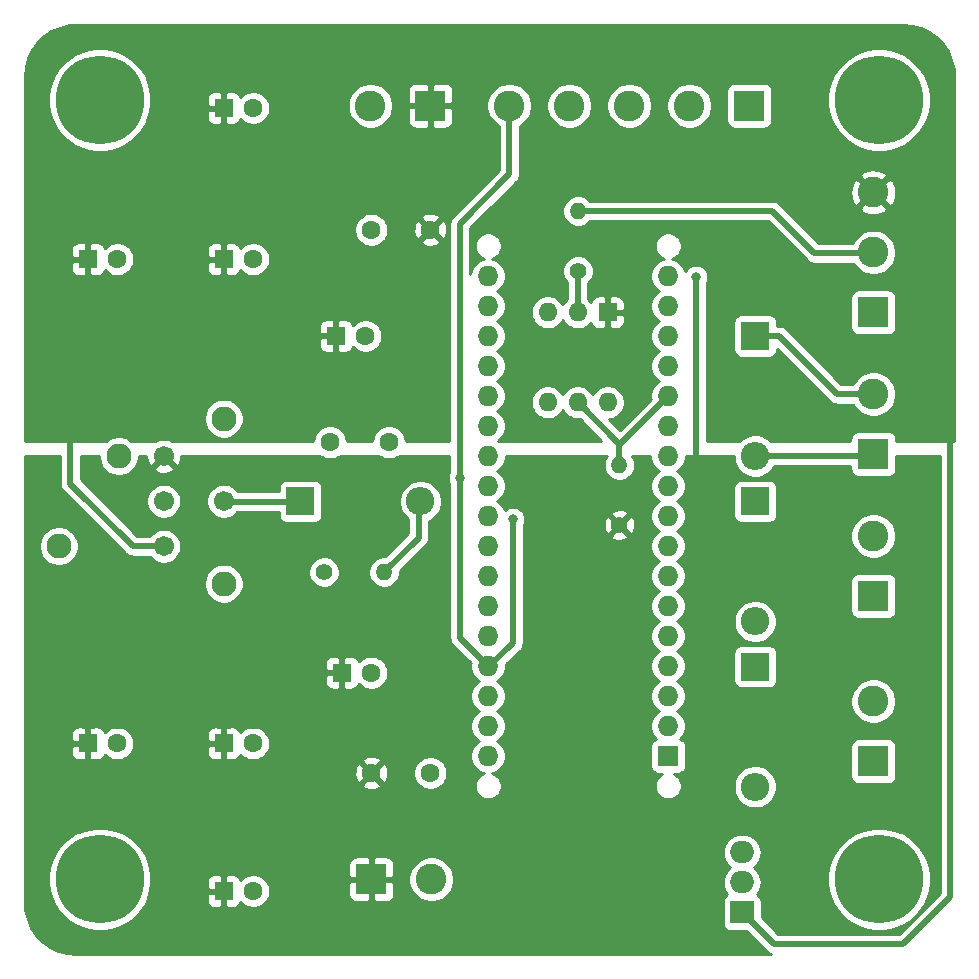
<source format=gbr>
%TF.GenerationSoftware,KiCad,Pcbnew,(5.1.9-0-10_14)*%
%TF.CreationDate,2021-06-30T23:09:00+02:00*%
%TF.ProjectId,kontroller,6b6f6e74-726f-46c6-9c65-722e6b696361,rev?*%
%TF.SameCoordinates,Original*%
%TF.FileFunction,Copper,L2,Bot*%
%TF.FilePolarity,Positive*%
%FSLAX46Y46*%
G04 Gerber Fmt 4.6, Leading zero omitted, Abs format (unit mm)*
G04 Created by KiCad (PCBNEW (5.1.9-0-10_14)) date 2021-06-30 23:09:00*
%MOMM*%
%LPD*%
G01*
G04 APERTURE LIST*
%TA.AperFunction,ComponentPad*%
%ADD10C,2.600000*%
%TD*%
%TA.AperFunction,ComponentPad*%
%ADD11R,2.600000X2.600000*%
%TD*%
%TA.AperFunction,ComponentPad*%
%ADD12C,7.500000*%
%TD*%
%TA.AperFunction,WasherPad*%
%ADD13C,2.108200*%
%TD*%
%TA.AperFunction,ComponentPad*%
%ADD14C,1.701800*%
%TD*%
%TA.AperFunction,ComponentPad*%
%ADD15C,2.108200*%
%TD*%
%TA.AperFunction,ComponentPad*%
%ADD16O,2.000000X1.905000*%
%TD*%
%TA.AperFunction,ComponentPad*%
%ADD17R,2.000000X1.905000*%
%TD*%
%TA.AperFunction,ComponentPad*%
%ADD18O,1.727200X1.727200*%
%TD*%
%TA.AperFunction,ComponentPad*%
%ADD19R,1.727200X1.727200*%
%TD*%
%TA.AperFunction,ComponentPad*%
%ADD20O,1.600000X1.600000*%
%TD*%
%TA.AperFunction,ComponentPad*%
%ADD21R,1.600000X1.600000*%
%TD*%
%TA.AperFunction,ComponentPad*%
%ADD22O,1.400000X1.400000*%
%TD*%
%TA.AperFunction,ComponentPad*%
%ADD23C,1.400000*%
%TD*%
%TA.AperFunction,ComponentPad*%
%ADD24O,2.400000X2.400000*%
%TD*%
%TA.AperFunction,ComponentPad*%
%ADD25R,2.400000X2.400000*%
%TD*%
%TA.AperFunction,ComponentPad*%
%ADD26C,1.600000*%
%TD*%
%TA.AperFunction,ViaPad*%
%ADD27C,0.800000*%
%TD*%
%TA.AperFunction,Conductor*%
%ADD28C,0.500000*%
%TD*%
%TA.AperFunction,Conductor*%
%ADD29C,0.254000*%
%TD*%
%TA.AperFunction,Conductor*%
%ADD30C,0.100000*%
%TD*%
G04 APERTURE END LIST*
D10*
%TO.P,LinearActuator101,5*%
%TO.N,GNDS*%
X141680000Y-102500000D03*
%TO.P,LinearActuator101,4*%
%TO.N,D13*%
X146760000Y-102500000D03*
%TO.P,LinearActuator101,3*%
%TO.N,A0*%
X151840000Y-102500000D03*
%TO.P,LinearActuator101,2*%
%TO.N,A1*%
X156920000Y-102500000D03*
D11*
%TO.P,LinearActuator101,1*%
%TO.N,+5V*%
X162000000Y-102500000D03*
%TD*%
D12*
%TO.P,H104,1*%
%TO.N,N/C*%
X107000000Y-168000000D03*
%TD*%
%TO.P,H103,1*%
%TO.N,N/C*%
X107000000Y-102000000D03*
%TD*%
%TO.P,H102,1*%
%TO.N,N/C*%
X173000000Y-168000000D03*
%TD*%
%TO.P,H101,1*%
%TO.N,N/C*%
X173000000Y-102000000D03*
%TD*%
D13*
%TO.P,J701,*%
%TO.N,*%
X108610000Y-132175000D03*
X103530000Y-139795000D03*
D14*
%TO.P,J701,6*%
%TO.N,N/C*%
X112420000Y-135985000D03*
D15*
%TO.P,J701,5*%
%TO.N,GND*%
X117500000Y-142970000D03*
D14*
%TO.P,J701,4*%
%TO.N,+24V*%
X112420000Y-139795000D03*
%TO.P,J701,3*%
%TO.N,D3*%
X117500000Y-135985000D03*
%TO.P,J701,2*%
%TO.N,+5V*%
X112420000Y-132175000D03*
D15*
%TO.P,J701,1*%
%TO.N,GNDS*%
X117500000Y-129000000D03*
%TD*%
D16*
%TO.P,U102,3*%
%TO.N,Net-(JP101-Pad3)*%
X161400000Y-165720000D03*
%TO.P,U102,2*%
%TO.N,GND*%
X161400000Y-168260000D03*
D17*
%TO.P,U102,1*%
%TO.N,+24V*%
X161400000Y-170800000D03*
%TD*%
D18*
%TO.P,XA101,MISO*%
%TO.N,N/C*%
X139880000Y-155020000D03*
%TO.P,XA101,A5*%
X139880000Y-137240000D03*
%TO.P,XA101,A4*%
X139880000Y-134700000D03*
%TO.P,XA101,A3*%
X139880000Y-132160000D03*
%TO.P,XA101,A2*%
X139880000Y-129620000D03*
%TO.P,XA101,A1*%
%TO.N,A1*%
X139880000Y-127080000D03*
%TO.P,XA101,*%
%TO.N,*%
X139880000Y-142320000D03*
%TO.P,XA101,D11*%
%TO.N,N/C*%
X155120000Y-119460000D03*
%TO.P,XA101,D12*%
X155120000Y-116920000D03*
%TO.P,XA101,D13*%
%TO.N,D13*%
X139880000Y-116920000D03*
%TO.P,XA101,AREF*%
%TO.N,N/C*%
X139880000Y-122000000D03*
%TO.P,XA101,D10*%
X155120000Y-122000000D03*
%TO.P,XA101,D9*%
X155120000Y-124540000D03*
%TO.P,XA101,D8*%
%TO.N,D8*%
X155120000Y-127080000D03*
%TO.P,XA101,D7*%
%TO.N,N/C*%
X155120000Y-129620000D03*
%TO.P,XA101,D6*%
X155120000Y-132160000D03*
%TO.P,XA101,D5*%
%TO.N,D5*%
X155120000Y-134700000D03*
%TO.P,XA101,D4*%
%TO.N,D4*%
X155120000Y-137240000D03*
%TO.P,XA101,D3*%
%TO.N,D3*%
X155120000Y-139780000D03*
%TO.P,XA101,D2*%
%TO.N,D2*%
X155120000Y-142320000D03*
%TO.P,XA101,D1*%
%TO.N,N/C*%
X155120000Y-152480000D03*
%TO.P,XA101,D0*%
X155120000Y-149940000D03*
%TO.P,XA101,SS*%
X155120000Y-155020000D03*
%TO.P,XA101,RST1*%
X139880000Y-147400000D03*
%TO.P,XA101,3V3*%
X139880000Y-119460000D03*
%TO.P,XA101,5V*%
X139880000Y-144860000D03*
%TO.P,XA101,GND1*%
%TO.N,GNDS*%
X139880000Y-149940000D03*
%TO.P,XA101,GND2*%
X155120000Y-144860000D03*
%TO.P,XA101,VIN*%
%TO.N,Net-(JP101-Pad2)*%
X139880000Y-152480000D03*
%TO.P,XA101,A0*%
%TO.N,A0*%
X139880000Y-124540000D03*
%TO.P,XA101,SCK*%
%TO.N,N/C*%
X139880000Y-157560000D03*
D19*
%TO.P,XA101,MOSI*%
X155120000Y-157560000D03*
D18*
%TO.P,XA101,RST2*%
X155120000Y-147400000D03*
%TO.P,XA101,*%
%TO.N,*%
X139880000Y-139780000D03*
%TD*%
D20*
%TO.P,U101,6*%
%TO.N,N/C*%
X150000000Y-127620000D03*
%TO.P,U101,3*%
X144920000Y-120000000D03*
%TO.P,U101,5*%
%TO.N,D8*%
X147460000Y-127620000D03*
%TO.P,U101,2*%
%TO.N,Net-(R102-Pad1)*%
X147460000Y-120000000D03*
%TO.P,U101,4*%
%TO.N,GNDS*%
X144920000Y-127620000D03*
D21*
%TO.P,U101,1*%
%TO.N,+24V*%
X150000000Y-120000000D03*
%TD*%
D22*
%TO.P,R701,2*%
%TO.N,GND*%
X131080000Y-142000000D03*
D23*
%TO.P,R701,1*%
%TO.N,D3*%
X126000000Y-142000000D03*
%TD*%
D22*
%TO.P,R102,2*%
%TO.N,Net-(INDEX1-Pad2)*%
X147500000Y-111420000D03*
D23*
%TO.P,R102,1*%
%TO.N,Net-(R102-Pad1)*%
X147500000Y-116500000D03*
%TD*%
D22*
%TO.P,R101,2*%
%TO.N,D8*%
X151000000Y-132920000D03*
D23*
%TO.P,R101,1*%
%TO.N,+5V*%
X151000000Y-138000000D03*
%TD*%
D10*
%TO.P,OUT501,2*%
%TO.N,D2*%
X172500000Y-152920000D03*
D11*
%TO.P,OUT501,1*%
%TO.N,GNDS*%
X172500000Y-158000000D03*
%TD*%
D10*
%TO.P,POWER801,2*%
%TO.N,D4*%
X172500000Y-138920000D03*
D11*
%TO.P,POWER801,1*%
%TO.N,GNDS*%
X172500000Y-144000000D03*
%TD*%
D10*
%TO.P,POWER24,2*%
%TO.N,GND*%
X129920000Y-102500000D03*
D11*
%TO.P,POWER24,1*%
%TO.N,+24V*%
X135000000Y-102500000D03*
%TD*%
D10*
%TO.P,POWER5,2*%
%TO.N,GNDS*%
X135080000Y-168000000D03*
D11*
%TO.P,POWER5,1*%
%TO.N,+5V*%
X130000000Y-168000000D03*
%TD*%
D10*
%TO.P,OUT201,2*%
%TO.N,D5*%
X172500000Y-126920000D03*
D11*
%TO.P,OUT201,1*%
%TO.N,GNDS*%
X172500000Y-132000000D03*
%TD*%
D10*
%TO.P,INDEX1,3*%
%TO.N,+24V*%
X172500000Y-109840000D03*
%TO.P,INDEX1,2*%
%TO.N,Net-(INDEX1-Pad2)*%
X172500000Y-114920000D03*
D11*
%TO.P,INDEX1,1*%
%TO.N,GND*%
X172500000Y-120000000D03*
%TD*%
D24*
%TO.P,D901,2*%
%TO.N,GNDS*%
X162500000Y-160160000D03*
D25*
%TO.P,D901,1*%
%TO.N,D2*%
X162500000Y-150000000D03*
%TD*%
D24*
%TO.P,D801,2*%
%TO.N,GNDS*%
X162500000Y-146160000D03*
D25*
%TO.P,D801,1*%
%TO.N,D4*%
X162500000Y-136000000D03*
%TD*%
D24*
%TO.P,D701,2*%
%TO.N,GND*%
X134160000Y-136000000D03*
D25*
%TO.P,D701,1*%
%TO.N,D3*%
X124000000Y-136000000D03*
%TD*%
D24*
%TO.P,D201,2*%
%TO.N,GNDS*%
X162500000Y-132160000D03*
D25*
%TO.P,D201,1*%
%TO.N,D5*%
X162500000Y-122000000D03*
%TD*%
D26*
%TO.P,C701,2*%
%TO.N,GND*%
X131500000Y-131000000D03*
%TO.P,C701,1*%
%TO.N,D3*%
X126500000Y-131000000D03*
%TD*%
%TO.P,C110,2*%
%TO.N,GND*%
X120000000Y-102700000D03*
D21*
%TO.P,C110,1*%
%TO.N,+24V*%
X117500000Y-102700000D03*
%TD*%
D26*
%TO.P,C109,2*%
%TO.N,GND*%
X108500000Y-115500000D03*
D21*
%TO.P,C109,1*%
%TO.N,+24V*%
X106000000Y-115500000D03*
%TD*%
D26*
%TO.P,C108,2*%
%TO.N,GND*%
X129500000Y-122000000D03*
D21*
%TO.P,C108,1*%
%TO.N,+24V*%
X127000000Y-122000000D03*
%TD*%
D26*
%TO.P,C107,2*%
%TO.N,GND*%
X120000000Y-115500000D03*
D21*
%TO.P,C107,1*%
%TO.N,+24V*%
X117500000Y-115500000D03*
%TD*%
D26*
%TO.P,C106,2*%
%TO.N,GND*%
X130000000Y-113000000D03*
%TO.P,C106,1*%
%TO.N,+24V*%
X135000000Y-113000000D03*
%TD*%
%TO.P,C105,2*%
%TO.N,GNDS*%
X120000000Y-169000000D03*
D21*
%TO.P,C105,1*%
%TO.N,+5V*%
X117500000Y-169000000D03*
%TD*%
D26*
%TO.P,C104,2*%
%TO.N,GNDS*%
X130000000Y-150500000D03*
D21*
%TO.P,C104,1*%
%TO.N,+5V*%
X127500000Y-150500000D03*
%TD*%
D26*
%TO.P,C103,2*%
%TO.N,GNDS*%
X120000000Y-156500000D03*
D21*
%TO.P,C103,1*%
%TO.N,+5V*%
X117500000Y-156500000D03*
%TD*%
D26*
%TO.P,C102,2*%
%TO.N,GNDS*%
X108500000Y-156500000D03*
D21*
%TO.P,C102,1*%
%TO.N,+5V*%
X106000000Y-156500000D03*
%TD*%
D26*
%TO.P,C101,2*%
%TO.N,GNDS*%
X135000000Y-159000000D03*
%TO.P,C101,1*%
%TO.N,+5V*%
X130000000Y-159000000D03*
%TD*%
D27*
%TO.N,GNDS*%
X137500000Y-134000000D03*
X142000000Y-137500000D03*
%TO.N,+5V*%
X157500000Y-117000000D03*
%TD*%
D28*
%TO.N,GNDS*%
X162500000Y-132160000D02*
X170840000Y-132160000D01*
X139880000Y-149940000D02*
X137500000Y-147560000D01*
X137500000Y-147560000D02*
X137500000Y-134000000D01*
X139940000Y-149940000D02*
X139880000Y-149940000D01*
X142000000Y-148000000D02*
X139940000Y-149940000D01*
X142000000Y-137500000D02*
X142000000Y-148000000D01*
X170840000Y-132160000D02*
X173340000Y-132160000D01*
X173340000Y-132160000D02*
X173500000Y-132000000D01*
X141680000Y-102500000D02*
X141680000Y-108320000D01*
X137500000Y-112500000D02*
X137500000Y-134000000D01*
X141680000Y-108320000D02*
X137500000Y-112500000D01*
%TO.N,+5V*%
X112420000Y-132175000D02*
X115000000Y-134755000D01*
X115000000Y-134755000D02*
X115000000Y-141000000D01*
X157500000Y-117000000D02*
X157500000Y-135000000D01*
%TO.N,GND*%
X131080000Y-142000000D02*
X134000000Y-139080000D01*
X134000000Y-139080000D02*
X134000000Y-136000000D01*
%TO.N,+24V*%
X175000000Y-173500000D02*
X179000000Y-169500000D01*
X179000000Y-169500000D02*
X179000000Y-134500000D01*
X112420000Y-139795000D02*
X109795000Y-139795000D01*
X109795000Y-139795000D02*
X104500000Y-134500000D01*
X104500000Y-134500000D02*
X104500000Y-128000000D01*
X179000000Y-134500000D02*
X179000000Y-123000000D01*
X166100000Y-173500000D02*
X175000000Y-173500000D01*
X166100000Y-173500000D02*
X164100000Y-173500000D01*
X164100000Y-173500000D02*
X161400000Y-170800000D01*
%TO.N,D3*%
X117500000Y-136035000D02*
X123965000Y-136035000D01*
%TO.N,D5*%
X173500000Y-126920000D02*
X169420000Y-126920000D01*
X169420000Y-126920000D02*
X164500000Y-122000000D01*
X164500000Y-122000000D02*
X162500000Y-122000000D01*
%TO.N,Net-(INDEX1-Pad2)*%
X147500000Y-111420000D02*
X163920000Y-111420000D01*
X163920000Y-111420000D02*
X167500000Y-115000000D01*
X167500000Y-115000000D02*
X173500000Y-115000000D01*
%TO.N,D8*%
X155120000Y-127080000D02*
X151000000Y-131200000D01*
X151000000Y-131200000D02*
X151000000Y-133000000D01*
X151000000Y-131160000D02*
X151000000Y-131200000D01*
X147460000Y-127620000D02*
X151000000Y-131160000D01*
%TO.N,Net-(R102-Pad1)*%
X147460000Y-120000000D02*
X147460000Y-116540000D01*
X147460000Y-116540000D02*
X147500000Y-116500000D01*
%TD*%
D29*
%TO.N,+24V*%
X175768083Y-95731173D02*
X176511891Y-95934656D01*
X177207905Y-96266638D01*
X177834130Y-96716626D01*
X178370777Y-97270403D01*
X178800871Y-97910451D01*
X179110829Y-98616553D01*
X179292065Y-99371457D01*
X179340001Y-100024220D01*
X179340001Y-130873000D01*
X174438072Y-130873000D01*
X174438072Y-130700000D01*
X174425812Y-130575518D01*
X174389502Y-130455820D01*
X174330537Y-130345506D01*
X174251185Y-130248815D01*
X174154494Y-130169463D01*
X174044180Y-130110498D01*
X173924482Y-130074188D01*
X173800000Y-130061928D01*
X171200000Y-130061928D01*
X171075518Y-130074188D01*
X170955820Y-130110498D01*
X170845506Y-130169463D01*
X170748815Y-130248815D01*
X170669463Y-130345506D01*
X170610498Y-130455820D01*
X170574188Y-130575518D01*
X170561928Y-130700000D01*
X170561928Y-130873000D01*
X163808082Y-130873000D01*
X163669744Y-130734662D01*
X163369199Y-130533844D01*
X163035250Y-130395518D01*
X162680732Y-130325000D01*
X162319268Y-130325000D01*
X161964750Y-130395518D01*
X161630801Y-130533844D01*
X161330256Y-130734662D01*
X161191918Y-130873000D01*
X158385000Y-130873000D01*
X158385000Y-120800000D01*
X160661928Y-120800000D01*
X160661928Y-123200000D01*
X160674188Y-123324482D01*
X160710498Y-123444180D01*
X160769463Y-123554494D01*
X160848815Y-123651185D01*
X160945506Y-123730537D01*
X161055820Y-123789502D01*
X161175518Y-123825812D01*
X161300000Y-123838072D01*
X163700000Y-123838072D01*
X163824482Y-123825812D01*
X163944180Y-123789502D01*
X164054494Y-123730537D01*
X164151185Y-123651185D01*
X164230537Y-123554494D01*
X164289502Y-123444180D01*
X164325812Y-123324482D01*
X164338072Y-123200000D01*
X164338072Y-123089650D01*
X168763470Y-127515049D01*
X168791183Y-127548817D01*
X168824951Y-127576530D01*
X168824953Y-127576532D01*
X168877919Y-127620000D01*
X168925941Y-127659411D01*
X169079687Y-127741589D01*
X169246510Y-127792195D01*
X169376523Y-127805000D01*
X169376531Y-127805000D01*
X169420000Y-127809281D01*
X169463469Y-127805000D01*
X170772150Y-127805000D01*
X170785225Y-127836566D01*
X170996987Y-128153491D01*
X171266509Y-128423013D01*
X171583434Y-128634775D01*
X171935581Y-128780639D01*
X172309419Y-128855000D01*
X172690581Y-128855000D01*
X173064419Y-128780639D01*
X173416566Y-128634775D01*
X173733491Y-128423013D01*
X174003013Y-128153491D01*
X174214775Y-127836566D01*
X174360639Y-127484419D01*
X174435000Y-127110581D01*
X174435000Y-126729419D01*
X174360639Y-126355581D01*
X174214775Y-126003434D01*
X174003013Y-125686509D01*
X173733491Y-125416987D01*
X173416566Y-125205225D01*
X173064419Y-125059361D01*
X172690581Y-124985000D01*
X172309419Y-124985000D01*
X171935581Y-125059361D01*
X171583434Y-125205225D01*
X171266509Y-125416987D01*
X170996987Y-125686509D01*
X170785225Y-126003434D01*
X170772150Y-126035000D01*
X169786579Y-126035000D01*
X165156534Y-121404956D01*
X165128817Y-121371183D01*
X164994059Y-121260589D01*
X164840313Y-121178411D01*
X164673490Y-121127805D01*
X164543477Y-121115000D01*
X164543469Y-121115000D01*
X164500000Y-121110719D01*
X164456531Y-121115000D01*
X164338072Y-121115000D01*
X164338072Y-120800000D01*
X164325812Y-120675518D01*
X164289502Y-120555820D01*
X164230537Y-120445506D01*
X164151185Y-120348815D01*
X164054494Y-120269463D01*
X163944180Y-120210498D01*
X163824482Y-120174188D01*
X163700000Y-120161928D01*
X161300000Y-120161928D01*
X161175518Y-120174188D01*
X161055820Y-120210498D01*
X160945506Y-120269463D01*
X160848815Y-120348815D01*
X160769463Y-120445506D01*
X160710498Y-120555820D01*
X160674188Y-120675518D01*
X160661928Y-120800000D01*
X158385000Y-120800000D01*
X158385000Y-118700000D01*
X170561928Y-118700000D01*
X170561928Y-121300000D01*
X170574188Y-121424482D01*
X170610498Y-121544180D01*
X170669463Y-121654494D01*
X170748815Y-121751185D01*
X170845506Y-121830537D01*
X170955820Y-121889502D01*
X171075518Y-121925812D01*
X171200000Y-121938072D01*
X173800000Y-121938072D01*
X173924482Y-121925812D01*
X174044180Y-121889502D01*
X174154494Y-121830537D01*
X174251185Y-121751185D01*
X174330537Y-121654494D01*
X174389502Y-121544180D01*
X174425812Y-121424482D01*
X174438072Y-121300000D01*
X174438072Y-118700000D01*
X174425812Y-118575518D01*
X174389502Y-118455820D01*
X174330537Y-118345506D01*
X174251185Y-118248815D01*
X174154494Y-118169463D01*
X174044180Y-118110498D01*
X173924482Y-118074188D01*
X173800000Y-118061928D01*
X171200000Y-118061928D01*
X171075518Y-118074188D01*
X170955820Y-118110498D01*
X170845506Y-118169463D01*
X170748815Y-118248815D01*
X170669463Y-118345506D01*
X170610498Y-118455820D01*
X170574188Y-118575518D01*
X170561928Y-118700000D01*
X158385000Y-118700000D01*
X158385000Y-117538454D01*
X158417205Y-117490256D01*
X158495226Y-117301898D01*
X158535000Y-117101939D01*
X158535000Y-116898061D01*
X158495226Y-116698102D01*
X158417205Y-116509744D01*
X158303937Y-116340226D01*
X158159774Y-116196063D01*
X157990256Y-116082795D01*
X157801898Y-116004774D01*
X157601939Y-115965000D01*
X157398061Y-115965000D01*
X157198102Y-116004774D01*
X157009744Y-116082795D01*
X156840226Y-116196063D01*
X156696063Y-116340226D01*
X156582795Y-116509744D01*
X156571688Y-116536558D01*
X156561010Y-116482875D01*
X156448042Y-116210147D01*
X156284039Y-115964698D01*
X156075302Y-115755961D01*
X155829853Y-115591958D01*
X155557125Y-115478990D01*
X155487190Y-115465079D01*
X155661413Y-115392913D01*
X155848620Y-115267826D01*
X156007826Y-115108620D01*
X156132913Y-114921413D01*
X156219075Y-114713401D01*
X156263000Y-114492576D01*
X156263000Y-114267424D01*
X156219075Y-114046599D01*
X156132913Y-113838587D01*
X156007826Y-113651380D01*
X155848620Y-113492174D01*
X155661413Y-113367087D01*
X155453401Y-113280925D01*
X155232576Y-113237000D01*
X155007424Y-113237000D01*
X154786599Y-113280925D01*
X154578587Y-113367087D01*
X154391380Y-113492174D01*
X154232174Y-113651380D01*
X154107087Y-113838587D01*
X154020925Y-114046599D01*
X153977000Y-114267424D01*
X153977000Y-114492576D01*
X154020925Y-114713401D01*
X154107087Y-114921413D01*
X154232174Y-115108620D01*
X154391380Y-115267826D01*
X154578587Y-115392913D01*
X154752810Y-115465079D01*
X154682875Y-115478990D01*
X154410147Y-115591958D01*
X154164698Y-115755961D01*
X153955961Y-115964698D01*
X153791958Y-116210147D01*
X153678990Y-116482875D01*
X153621400Y-116772401D01*
X153621400Y-117067599D01*
X153678990Y-117357125D01*
X153791958Y-117629853D01*
X153955961Y-117875302D01*
X154164698Y-118084039D01*
X154323281Y-118190000D01*
X154164698Y-118295961D01*
X153955961Y-118504698D01*
X153791958Y-118750147D01*
X153678990Y-119022875D01*
X153621400Y-119312401D01*
X153621400Y-119607599D01*
X153678990Y-119897125D01*
X153791958Y-120169853D01*
X153955961Y-120415302D01*
X154164698Y-120624039D01*
X154323281Y-120730000D01*
X154164698Y-120835961D01*
X153955961Y-121044698D01*
X153791958Y-121290147D01*
X153678990Y-121562875D01*
X153621400Y-121852401D01*
X153621400Y-122147599D01*
X153678990Y-122437125D01*
X153791958Y-122709853D01*
X153955961Y-122955302D01*
X154164698Y-123164039D01*
X154323281Y-123270000D01*
X154164698Y-123375961D01*
X153955961Y-123584698D01*
X153791958Y-123830147D01*
X153678990Y-124102875D01*
X153621400Y-124392401D01*
X153621400Y-124687599D01*
X153678990Y-124977125D01*
X153791958Y-125249853D01*
X153955961Y-125495302D01*
X154164698Y-125704039D01*
X154323281Y-125810000D01*
X154164698Y-125915961D01*
X153955961Y-126124698D01*
X153791958Y-126370147D01*
X153678990Y-126642875D01*
X153621400Y-126932401D01*
X153621400Y-127227599D01*
X153637895Y-127310526D01*
X151020000Y-129928422D01*
X150145709Y-129054130D01*
X150418574Y-128999853D01*
X150679727Y-128891680D01*
X150914759Y-128734637D01*
X151114637Y-128534759D01*
X151271680Y-128299727D01*
X151379853Y-128038574D01*
X151435000Y-127761335D01*
X151435000Y-127478665D01*
X151379853Y-127201426D01*
X151271680Y-126940273D01*
X151114637Y-126705241D01*
X150914759Y-126505363D01*
X150679727Y-126348320D01*
X150418574Y-126240147D01*
X150141335Y-126185000D01*
X149858665Y-126185000D01*
X149581426Y-126240147D01*
X149320273Y-126348320D01*
X149085241Y-126505363D01*
X148885363Y-126705241D01*
X148730000Y-126937759D01*
X148574637Y-126705241D01*
X148374759Y-126505363D01*
X148139727Y-126348320D01*
X147878574Y-126240147D01*
X147601335Y-126185000D01*
X147318665Y-126185000D01*
X147041426Y-126240147D01*
X146780273Y-126348320D01*
X146545241Y-126505363D01*
X146345363Y-126705241D01*
X146190000Y-126937759D01*
X146034637Y-126705241D01*
X145834759Y-126505363D01*
X145599727Y-126348320D01*
X145338574Y-126240147D01*
X145061335Y-126185000D01*
X144778665Y-126185000D01*
X144501426Y-126240147D01*
X144240273Y-126348320D01*
X144005241Y-126505363D01*
X143805363Y-126705241D01*
X143648320Y-126940273D01*
X143540147Y-127201426D01*
X143485000Y-127478665D01*
X143485000Y-127761335D01*
X143540147Y-128038574D01*
X143648320Y-128299727D01*
X143805363Y-128534759D01*
X144005241Y-128734637D01*
X144240273Y-128891680D01*
X144501426Y-128999853D01*
X144778665Y-129055000D01*
X145061335Y-129055000D01*
X145338574Y-128999853D01*
X145599727Y-128891680D01*
X145834759Y-128734637D01*
X146034637Y-128534759D01*
X146190000Y-128302241D01*
X146345363Y-128534759D01*
X146545241Y-128734637D01*
X146780273Y-128891680D01*
X147041426Y-128999853D01*
X147318665Y-129055000D01*
X147601335Y-129055000D01*
X147636439Y-129048017D01*
X149461421Y-130873000D01*
X140702161Y-130873000D01*
X140835302Y-130784039D01*
X141044039Y-130575302D01*
X141208042Y-130329853D01*
X141321010Y-130057125D01*
X141378600Y-129767599D01*
X141378600Y-129472401D01*
X141321010Y-129182875D01*
X141208042Y-128910147D01*
X141044039Y-128664698D01*
X140835302Y-128455961D01*
X140676719Y-128350000D01*
X140835302Y-128244039D01*
X141044039Y-128035302D01*
X141208042Y-127789853D01*
X141321010Y-127517125D01*
X141378600Y-127227599D01*
X141378600Y-126932401D01*
X141321010Y-126642875D01*
X141208042Y-126370147D01*
X141044039Y-126124698D01*
X140835302Y-125915961D01*
X140676719Y-125810000D01*
X140835302Y-125704039D01*
X141044039Y-125495302D01*
X141208042Y-125249853D01*
X141321010Y-124977125D01*
X141378600Y-124687599D01*
X141378600Y-124392401D01*
X141321010Y-124102875D01*
X141208042Y-123830147D01*
X141044039Y-123584698D01*
X140835302Y-123375961D01*
X140676719Y-123270000D01*
X140835302Y-123164039D01*
X141044039Y-122955302D01*
X141208042Y-122709853D01*
X141321010Y-122437125D01*
X141378600Y-122147599D01*
X141378600Y-121852401D01*
X141321010Y-121562875D01*
X141208042Y-121290147D01*
X141044039Y-121044698D01*
X140835302Y-120835961D01*
X140676719Y-120730000D01*
X140835302Y-120624039D01*
X141044039Y-120415302D01*
X141208042Y-120169853D01*
X141321010Y-119897125D01*
X141328660Y-119858665D01*
X143485000Y-119858665D01*
X143485000Y-120141335D01*
X143540147Y-120418574D01*
X143648320Y-120679727D01*
X143805363Y-120914759D01*
X144005241Y-121114637D01*
X144240273Y-121271680D01*
X144501426Y-121379853D01*
X144778665Y-121435000D01*
X145061335Y-121435000D01*
X145338574Y-121379853D01*
X145599727Y-121271680D01*
X145834759Y-121114637D01*
X146034637Y-120914759D01*
X146190000Y-120682241D01*
X146345363Y-120914759D01*
X146545241Y-121114637D01*
X146780273Y-121271680D01*
X147041426Y-121379853D01*
X147318665Y-121435000D01*
X147601335Y-121435000D01*
X147878574Y-121379853D01*
X148139727Y-121271680D01*
X148374759Y-121114637D01*
X148573357Y-120916039D01*
X148574188Y-120924482D01*
X148610498Y-121044180D01*
X148669463Y-121154494D01*
X148748815Y-121251185D01*
X148845506Y-121330537D01*
X148955820Y-121389502D01*
X149075518Y-121425812D01*
X149200000Y-121438072D01*
X149714250Y-121435000D01*
X149873000Y-121276250D01*
X149873000Y-120127000D01*
X150127000Y-120127000D01*
X150127000Y-121276250D01*
X150285750Y-121435000D01*
X150800000Y-121438072D01*
X150924482Y-121425812D01*
X151044180Y-121389502D01*
X151154494Y-121330537D01*
X151251185Y-121251185D01*
X151330537Y-121154494D01*
X151389502Y-121044180D01*
X151425812Y-120924482D01*
X151438072Y-120800000D01*
X151435000Y-120285750D01*
X151276250Y-120127000D01*
X150127000Y-120127000D01*
X149873000Y-120127000D01*
X149853000Y-120127000D01*
X149853000Y-119873000D01*
X149873000Y-119873000D01*
X149873000Y-118723750D01*
X150127000Y-118723750D01*
X150127000Y-119873000D01*
X151276250Y-119873000D01*
X151435000Y-119714250D01*
X151438072Y-119200000D01*
X151425812Y-119075518D01*
X151389502Y-118955820D01*
X151330537Y-118845506D01*
X151251185Y-118748815D01*
X151154494Y-118669463D01*
X151044180Y-118610498D01*
X150924482Y-118574188D01*
X150800000Y-118561928D01*
X150285750Y-118565000D01*
X150127000Y-118723750D01*
X149873000Y-118723750D01*
X149714250Y-118565000D01*
X149200000Y-118561928D01*
X149075518Y-118574188D01*
X148955820Y-118610498D01*
X148845506Y-118669463D01*
X148748815Y-118748815D01*
X148669463Y-118845506D01*
X148610498Y-118955820D01*
X148574188Y-119075518D01*
X148573357Y-119083961D01*
X148374759Y-118885363D01*
X148345000Y-118865479D01*
X148345000Y-117540980D01*
X148351013Y-117536962D01*
X148536962Y-117351013D01*
X148683061Y-117132359D01*
X148783696Y-116889405D01*
X148835000Y-116631486D01*
X148835000Y-116368514D01*
X148783696Y-116110595D01*
X148683061Y-115867641D01*
X148536962Y-115648987D01*
X148351013Y-115463038D01*
X148132359Y-115316939D01*
X147889405Y-115216304D01*
X147631486Y-115165000D01*
X147368514Y-115165000D01*
X147110595Y-115216304D01*
X146867641Y-115316939D01*
X146648987Y-115463038D01*
X146463038Y-115648987D01*
X146316939Y-115867641D01*
X146216304Y-116110595D01*
X146165000Y-116368514D01*
X146165000Y-116631486D01*
X146216304Y-116889405D01*
X146316939Y-117132359D01*
X146463038Y-117351013D01*
X146575001Y-117462976D01*
X146575000Y-118865478D01*
X146545241Y-118885363D01*
X146345363Y-119085241D01*
X146190000Y-119317759D01*
X146034637Y-119085241D01*
X145834759Y-118885363D01*
X145599727Y-118728320D01*
X145338574Y-118620147D01*
X145061335Y-118565000D01*
X144778665Y-118565000D01*
X144501426Y-118620147D01*
X144240273Y-118728320D01*
X144005241Y-118885363D01*
X143805363Y-119085241D01*
X143648320Y-119320273D01*
X143540147Y-119581426D01*
X143485000Y-119858665D01*
X141328660Y-119858665D01*
X141378600Y-119607599D01*
X141378600Y-119312401D01*
X141321010Y-119022875D01*
X141208042Y-118750147D01*
X141044039Y-118504698D01*
X140835302Y-118295961D01*
X140676719Y-118190000D01*
X140835302Y-118084039D01*
X141044039Y-117875302D01*
X141208042Y-117629853D01*
X141321010Y-117357125D01*
X141378600Y-117067599D01*
X141378600Y-116772401D01*
X141321010Y-116482875D01*
X141208042Y-116210147D01*
X141044039Y-115964698D01*
X140835302Y-115755961D01*
X140589853Y-115591958D01*
X140317125Y-115478990D01*
X140247190Y-115465079D01*
X140421413Y-115392913D01*
X140608620Y-115267826D01*
X140767826Y-115108620D01*
X140892913Y-114921413D01*
X140979075Y-114713401D01*
X141023000Y-114492576D01*
X141023000Y-114267424D01*
X140979075Y-114046599D01*
X140892913Y-113838587D01*
X140767826Y-113651380D01*
X140608620Y-113492174D01*
X140421413Y-113367087D01*
X140213401Y-113280925D01*
X139992576Y-113237000D01*
X139767424Y-113237000D01*
X139546599Y-113280925D01*
X139338587Y-113367087D01*
X139151380Y-113492174D01*
X138992174Y-113651380D01*
X138867087Y-113838587D01*
X138780925Y-114046599D01*
X138737000Y-114267424D01*
X138737000Y-114492576D01*
X138780925Y-114713401D01*
X138867087Y-114921413D01*
X138992174Y-115108620D01*
X139151380Y-115267826D01*
X139338587Y-115392913D01*
X139512810Y-115465079D01*
X139442875Y-115478990D01*
X139170147Y-115591958D01*
X138924698Y-115755961D01*
X138715961Y-115964698D01*
X138551958Y-116210147D01*
X138438990Y-116482875D01*
X138385000Y-116754302D01*
X138385000Y-112866578D01*
X139963064Y-111288514D01*
X146165000Y-111288514D01*
X146165000Y-111551486D01*
X146216304Y-111809405D01*
X146316939Y-112052359D01*
X146463038Y-112271013D01*
X146648987Y-112456962D01*
X146867641Y-112603061D01*
X147110595Y-112703696D01*
X147368514Y-112755000D01*
X147631486Y-112755000D01*
X147889405Y-112703696D01*
X148132359Y-112603061D01*
X148351013Y-112456962D01*
X148502975Y-112305000D01*
X163553422Y-112305000D01*
X166843470Y-115595049D01*
X166871183Y-115628817D01*
X166904951Y-115656530D01*
X166904953Y-115656532D01*
X167005941Y-115739411D01*
X167159686Y-115821589D01*
X167231811Y-115843468D01*
X167326510Y-115872195D01*
X167456523Y-115885000D01*
X167456531Y-115885000D01*
X167500000Y-115889281D01*
X167543469Y-115885000D01*
X170817587Y-115885000D01*
X170996987Y-116153491D01*
X171266509Y-116423013D01*
X171583434Y-116634775D01*
X171935581Y-116780639D01*
X172309419Y-116855000D01*
X172690581Y-116855000D01*
X173064419Y-116780639D01*
X173416566Y-116634775D01*
X173733491Y-116423013D01*
X174003013Y-116153491D01*
X174214775Y-115836566D01*
X174360639Y-115484419D01*
X174435000Y-115110581D01*
X174435000Y-114729419D01*
X174360639Y-114355581D01*
X174214775Y-114003434D01*
X174003013Y-113686509D01*
X173733491Y-113416987D01*
X173416566Y-113205225D01*
X173064419Y-113059361D01*
X172690581Y-112985000D01*
X172309419Y-112985000D01*
X171935581Y-113059361D01*
X171583434Y-113205225D01*
X171266509Y-113416987D01*
X170996987Y-113686509D01*
X170785225Y-114003434D01*
X170739013Y-114115000D01*
X167866579Y-114115000D01*
X164940803Y-111189224D01*
X171330381Y-111189224D01*
X171462317Y-111484312D01*
X171803045Y-111655159D01*
X172170557Y-111756250D01*
X172550729Y-111783701D01*
X172928951Y-111736457D01*
X173290690Y-111616333D01*
X173537683Y-111484312D01*
X173669619Y-111189224D01*
X172500000Y-110019605D01*
X171330381Y-111189224D01*
X164940803Y-111189224D01*
X164576534Y-110824956D01*
X164548817Y-110791183D01*
X164414059Y-110680589D01*
X164260313Y-110598411D01*
X164093490Y-110547805D01*
X163963477Y-110535000D01*
X163963469Y-110535000D01*
X163920000Y-110530719D01*
X163876531Y-110535000D01*
X148502975Y-110535000D01*
X148351013Y-110383038D01*
X148132359Y-110236939D01*
X147889405Y-110136304D01*
X147631486Y-110085000D01*
X147368514Y-110085000D01*
X147110595Y-110136304D01*
X146867641Y-110236939D01*
X146648987Y-110383038D01*
X146463038Y-110568987D01*
X146316939Y-110787641D01*
X146216304Y-111030595D01*
X146165000Y-111288514D01*
X139963064Y-111288514D01*
X141360849Y-109890729D01*
X170556299Y-109890729D01*
X170603543Y-110268951D01*
X170723667Y-110630690D01*
X170855688Y-110877683D01*
X171150776Y-111009619D01*
X172320395Y-109840000D01*
X172679605Y-109840000D01*
X173849224Y-111009619D01*
X174144312Y-110877683D01*
X174315159Y-110536955D01*
X174416250Y-110169443D01*
X174443701Y-109789271D01*
X174396457Y-109411049D01*
X174276333Y-109049310D01*
X174144312Y-108802317D01*
X173849224Y-108670381D01*
X172679605Y-109840000D01*
X172320395Y-109840000D01*
X171150776Y-108670381D01*
X170855688Y-108802317D01*
X170684841Y-109143045D01*
X170583750Y-109510557D01*
X170556299Y-109890729D01*
X141360849Y-109890729D01*
X142275049Y-108976530D01*
X142308817Y-108948817D01*
X142419411Y-108814059D01*
X142496208Y-108670381D01*
X142501589Y-108660314D01*
X142552195Y-108493490D01*
X142552462Y-108490776D01*
X171330381Y-108490776D01*
X172500000Y-109660395D01*
X173669619Y-108490776D01*
X173537683Y-108195688D01*
X173196955Y-108024841D01*
X172829443Y-107923750D01*
X172449271Y-107896299D01*
X172071049Y-107943543D01*
X171709310Y-108063667D01*
X171462317Y-108195688D01*
X171330381Y-108490776D01*
X142552462Y-108490776D01*
X142565000Y-108363477D01*
X142565000Y-108363469D01*
X142569281Y-108320000D01*
X142565000Y-108276531D01*
X142565000Y-104227850D01*
X142596566Y-104214775D01*
X142913491Y-104003013D01*
X143183013Y-103733491D01*
X143394775Y-103416566D01*
X143540639Y-103064419D01*
X143615000Y-102690581D01*
X143615000Y-102309419D01*
X144825000Y-102309419D01*
X144825000Y-102690581D01*
X144899361Y-103064419D01*
X145045225Y-103416566D01*
X145256987Y-103733491D01*
X145526509Y-104003013D01*
X145843434Y-104214775D01*
X146195581Y-104360639D01*
X146569419Y-104435000D01*
X146950581Y-104435000D01*
X147324419Y-104360639D01*
X147676566Y-104214775D01*
X147993491Y-104003013D01*
X148263013Y-103733491D01*
X148474775Y-103416566D01*
X148620639Y-103064419D01*
X148695000Y-102690581D01*
X148695000Y-102309419D01*
X149905000Y-102309419D01*
X149905000Y-102690581D01*
X149979361Y-103064419D01*
X150125225Y-103416566D01*
X150336987Y-103733491D01*
X150606509Y-104003013D01*
X150923434Y-104214775D01*
X151275581Y-104360639D01*
X151649419Y-104435000D01*
X152030581Y-104435000D01*
X152404419Y-104360639D01*
X152756566Y-104214775D01*
X153073491Y-104003013D01*
X153343013Y-103733491D01*
X153554775Y-103416566D01*
X153700639Y-103064419D01*
X153775000Y-102690581D01*
X153775000Y-102309419D01*
X154985000Y-102309419D01*
X154985000Y-102690581D01*
X155059361Y-103064419D01*
X155205225Y-103416566D01*
X155416987Y-103733491D01*
X155686509Y-104003013D01*
X156003434Y-104214775D01*
X156355581Y-104360639D01*
X156729419Y-104435000D01*
X157110581Y-104435000D01*
X157484419Y-104360639D01*
X157836566Y-104214775D01*
X158153491Y-104003013D01*
X158423013Y-103733491D01*
X158634775Y-103416566D01*
X158780639Y-103064419D01*
X158855000Y-102690581D01*
X158855000Y-102309419D01*
X158780639Y-101935581D01*
X158634775Y-101583434D01*
X158423013Y-101266509D01*
X158356504Y-101200000D01*
X160061928Y-101200000D01*
X160061928Y-103800000D01*
X160074188Y-103924482D01*
X160110498Y-104044180D01*
X160169463Y-104154494D01*
X160248815Y-104251185D01*
X160345506Y-104330537D01*
X160455820Y-104389502D01*
X160575518Y-104425812D01*
X160700000Y-104438072D01*
X163300000Y-104438072D01*
X163424482Y-104425812D01*
X163544180Y-104389502D01*
X163654494Y-104330537D01*
X163751185Y-104251185D01*
X163830537Y-104154494D01*
X163889502Y-104044180D01*
X163925812Y-103924482D01*
X163938072Y-103800000D01*
X163938072Y-101568115D01*
X168615000Y-101568115D01*
X168615000Y-102431885D01*
X168783513Y-103279057D01*
X169114064Y-104077076D01*
X169593948Y-104795274D01*
X170204726Y-105406052D01*
X170922924Y-105885936D01*
X171720943Y-106216487D01*
X172568115Y-106385000D01*
X173431885Y-106385000D01*
X174279057Y-106216487D01*
X175077076Y-105885936D01*
X175795274Y-105406052D01*
X176406052Y-104795274D01*
X176885936Y-104077076D01*
X177216487Y-103279057D01*
X177385000Y-102431885D01*
X177385000Y-101568115D01*
X177216487Y-100720943D01*
X176885936Y-99922924D01*
X176406052Y-99204726D01*
X175795274Y-98593948D01*
X175077076Y-98114064D01*
X174279057Y-97783513D01*
X173431885Y-97615000D01*
X172568115Y-97615000D01*
X171720943Y-97783513D01*
X170922924Y-98114064D01*
X170204726Y-98593948D01*
X169593948Y-99204726D01*
X169114064Y-99922924D01*
X168783513Y-100720943D01*
X168615000Y-101568115D01*
X163938072Y-101568115D01*
X163938072Y-101200000D01*
X163925812Y-101075518D01*
X163889502Y-100955820D01*
X163830537Y-100845506D01*
X163751185Y-100748815D01*
X163654494Y-100669463D01*
X163544180Y-100610498D01*
X163424482Y-100574188D01*
X163300000Y-100561928D01*
X160700000Y-100561928D01*
X160575518Y-100574188D01*
X160455820Y-100610498D01*
X160345506Y-100669463D01*
X160248815Y-100748815D01*
X160169463Y-100845506D01*
X160110498Y-100955820D01*
X160074188Y-101075518D01*
X160061928Y-101200000D01*
X158356504Y-101200000D01*
X158153491Y-100996987D01*
X157836566Y-100785225D01*
X157484419Y-100639361D01*
X157110581Y-100565000D01*
X156729419Y-100565000D01*
X156355581Y-100639361D01*
X156003434Y-100785225D01*
X155686509Y-100996987D01*
X155416987Y-101266509D01*
X155205225Y-101583434D01*
X155059361Y-101935581D01*
X154985000Y-102309419D01*
X153775000Y-102309419D01*
X153700639Y-101935581D01*
X153554775Y-101583434D01*
X153343013Y-101266509D01*
X153073491Y-100996987D01*
X152756566Y-100785225D01*
X152404419Y-100639361D01*
X152030581Y-100565000D01*
X151649419Y-100565000D01*
X151275581Y-100639361D01*
X150923434Y-100785225D01*
X150606509Y-100996987D01*
X150336987Y-101266509D01*
X150125225Y-101583434D01*
X149979361Y-101935581D01*
X149905000Y-102309419D01*
X148695000Y-102309419D01*
X148620639Y-101935581D01*
X148474775Y-101583434D01*
X148263013Y-101266509D01*
X147993491Y-100996987D01*
X147676566Y-100785225D01*
X147324419Y-100639361D01*
X146950581Y-100565000D01*
X146569419Y-100565000D01*
X146195581Y-100639361D01*
X145843434Y-100785225D01*
X145526509Y-100996987D01*
X145256987Y-101266509D01*
X145045225Y-101583434D01*
X144899361Y-101935581D01*
X144825000Y-102309419D01*
X143615000Y-102309419D01*
X143540639Y-101935581D01*
X143394775Y-101583434D01*
X143183013Y-101266509D01*
X142913491Y-100996987D01*
X142596566Y-100785225D01*
X142244419Y-100639361D01*
X141870581Y-100565000D01*
X141489419Y-100565000D01*
X141115581Y-100639361D01*
X140763434Y-100785225D01*
X140446509Y-100996987D01*
X140176987Y-101266509D01*
X139965225Y-101583434D01*
X139819361Y-101935581D01*
X139745000Y-102309419D01*
X139745000Y-102690581D01*
X139819361Y-103064419D01*
X139965225Y-103416566D01*
X140176987Y-103733491D01*
X140446509Y-104003013D01*
X140763434Y-104214775D01*
X140795000Y-104227850D01*
X140795001Y-107953420D01*
X136904956Y-111843466D01*
X136871183Y-111871183D01*
X136760589Y-112005942D01*
X136678411Y-112159688D01*
X136627805Y-112326511D01*
X136615000Y-112456524D01*
X136615000Y-112456531D01*
X136610719Y-112500000D01*
X136615000Y-112543469D01*
X136615001Y-130873000D01*
X132935000Y-130873000D01*
X132935000Y-130858665D01*
X132879853Y-130581426D01*
X132771680Y-130320273D01*
X132614637Y-130085241D01*
X132414759Y-129885363D01*
X132179727Y-129728320D01*
X131918574Y-129620147D01*
X131641335Y-129565000D01*
X131358665Y-129565000D01*
X131081426Y-129620147D01*
X130820273Y-129728320D01*
X130585241Y-129885363D01*
X130385363Y-130085241D01*
X130228320Y-130320273D01*
X130120147Y-130581426D01*
X130065000Y-130858665D01*
X130065000Y-130873000D01*
X127935000Y-130873000D01*
X127935000Y-130858665D01*
X127879853Y-130581426D01*
X127771680Y-130320273D01*
X127614637Y-130085241D01*
X127414759Y-129885363D01*
X127179727Y-129728320D01*
X126918574Y-129620147D01*
X126641335Y-129565000D01*
X126358665Y-129565000D01*
X126081426Y-129620147D01*
X125820273Y-129728320D01*
X125585241Y-129885363D01*
X125385363Y-130085241D01*
X125228320Y-130320273D01*
X125120147Y-130581426D01*
X125065000Y-130858665D01*
X125065000Y-130873000D01*
X113145970Y-130873000D01*
X113123838Y-130858212D01*
X112853421Y-130746202D01*
X112566348Y-130689100D01*
X112273652Y-130689100D01*
X111986579Y-130746202D01*
X111716162Y-130858212D01*
X111694030Y-130873000D01*
X109696749Y-130873000D01*
X109686739Y-130862990D01*
X109410089Y-130678139D01*
X109102692Y-130550811D01*
X108776362Y-130485900D01*
X108443638Y-130485900D01*
X108117308Y-130550811D01*
X107809911Y-130678139D01*
X107533261Y-130862990D01*
X107523251Y-130873000D01*
X100660000Y-130873000D01*
X100660000Y-128833638D01*
X115810900Y-128833638D01*
X115810900Y-129166362D01*
X115875811Y-129492692D01*
X116003139Y-129800089D01*
X116187990Y-130076739D01*
X116423261Y-130312010D01*
X116699911Y-130496861D01*
X117007308Y-130624189D01*
X117333638Y-130689100D01*
X117666362Y-130689100D01*
X117992692Y-130624189D01*
X118300089Y-130496861D01*
X118576739Y-130312010D01*
X118812010Y-130076739D01*
X118996861Y-129800089D01*
X119124189Y-129492692D01*
X119189100Y-129166362D01*
X119189100Y-128833638D01*
X119124189Y-128507308D01*
X118996861Y-128199911D01*
X118812010Y-127923261D01*
X118576739Y-127687990D01*
X118300089Y-127503139D01*
X117992692Y-127375811D01*
X117666362Y-127310900D01*
X117333638Y-127310900D01*
X117007308Y-127375811D01*
X116699911Y-127503139D01*
X116423261Y-127687990D01*
X116187990Y-127923261D01*
X116003139Y-128199911D01*
X115875811Y-128507308D01*
X115810900Y-128833638D01*
X100660000Y-128833638D01*
X100660000Y-122800000D01*
X125561928Y-122800000D01*
X125574188Y-122924482D01*
X125610498Y-123044180D01*
X125669463Y-123154494D01*
X125748815Y-123251185D01*
X125845506Y-123330537D01*
X125955820Y-123389502D01*
X126075518Y-123425812D01*
X126200000Y-123438072D01*
X126714250Y-123435000D01*
X126873000Y-123276250D01*
X126873000Y-122127000D01*
X125723750Y-122127000D01*
X125565000Y-122285750D01*
X125561928Y-122800000D01*
X100660000Y-122800000D01*
X100660000Y-121200000D01*
X125561928Y-121200000D01*
X125565000Y-121714250D01*
X125723750Y-121873000D01*
X126873000Y-121873000D01*
X126873000Y-120723750D01*
X127127000Y-120723750D01*
X127127000Y-121873000D01*
X127147000Y-121873000D01*
X127147000Y-122127000D01*
X127127000Y-122127000D01*
X127127000Y-123276250D01*
X127285750Y-123435000D01*
X127800000Y-123438072D01*
X127924482Y-123425812D01*
X128044180Y-123389502D01*
X128154494Y-123330537D01*
X128251185Y-123251185D01*
X128330537Y-123154494D01*
X128389502Y-123044180D01*
X128418661Y-122948057D01*
X128585241Y-123114637D01*
X128820273Y-123271680D01*
X129081426Y-123379853D01*
X129358665Y-123435000D01*
X129641335Y-123435000D01*
X129918574Y-123379853D01*
X130179727Y-123271680D01*
X130414759Y-123114637D01*
X130614637Y-122914759D01*
X130771680Y-122679727D01*
X130879853Y-122418574D01*
X130935000Y-122141335D01*
X130935000Y-121858665D01*
X130879853Y-121581426D01*
X130771680Y-121320273D01*
X130614637Y-121085241D01*
X130414759Y-120885363D01*
X130179727Y-120728320D01*
X129918574Y-120620147D01*
X129641335Y-120565000D01*
X129358665Y-120565000D01*
X129081426Y-120620147D01*
X128820273Y-120728320D01*
X128585241Y-120885363D01*
X128418661Y-121051943D01*
X128389502Y-120955820D01*
X128330537Y-120845506D01*
X128251185Y-120748815D01*
X128154494Y-120669463D01*
X128044180Y-120610498D01*
X127924482Y-120574188D01*
X127800000Y-120561928D01*
X127285750Y-120565000D01*
X127127000Y-120723750D01*
X126873000Y-120723750D01*
X126714250Y-120565000D01*
X126200000Y-120561928D01*
X126075518Y-120574188D01*
X125955820Y-120610498D01*
X125845506Y-120669463D01*
X125748815Y-120748815D01*
X125669463Y-120845506D01*
X125610498Y-120955820D01*
X125574188Y-121075518D01*
X125561928Y-121200000D01*
X100660000Y-121200000D01*
X100660000Y-116300000D01*
X104561928Y-116300000D01*
X104574188Y-116424482D01*
X104610498Y-116544180D01*
X104669463Y-116654494D01*
X104748815Y-116751185D01*
X104845506Y-116830537D01*
X104955820Y-116889502D01*
X105075518Y-116925812D01*
X105200000Y-116938072D01*
X105714250Y-116935000D01*
X105873000Y-116776250D01*
X105873000Y-115627000D01*
X104723750Y-115627000D01*
X104565000Y-115785750D01*
X104561928Y-116300000D01*
X100660000Y-116300000D01*
X100660000Y-114700000D01*
X104561928Y-114700000D01*
X104565000Y-115214250D01*
X104723750Y-115373000D01*
X105873000Y-115373000D01*
X105873000Y-114223750D01*
X106127000Y-114223750D01*
X106127000Y-115373000D01*
X106147000Y-115373000D01*
X106147000Y-115627000D01*
X106127000Y-115627000D01*
X106127000Y-116776250D01*
X106285750Y-116935000D01*
X106800000Y-116938072D01*
X106924482Y-116925812D01*
X107044180Y-116889502D01*
X107154494Y-116830537D01*
X107251185Y-116751185D01*
X107330537Y-116654494D01*
X107389502Y-116544180D01*
X107418661Y-116448057D01*
X107585241Y-116614637D01*
X107820273Y-116771680D01*
X108081426Y-116879853D01*
X108358665Y-116935000D01*
X108641335Y-116935000D01*
X108918574Y-116879853D01*
X109179727Y-116771680D01*
X109414759Y-116614637D01*
X109614637Y-116414759D01*
X109691316Y-116300000D01*
X116061928Y-116300000D01*
X116074188Y-116424482D01*
X116110498Y-116544180D01*
X116169463Y-116654494D01*
X116248815Y-116751185D01*
X116345506Y-116830537D01*
X116455820Y-116889502D01*
X116575518Y-116925812D01*
X116700000Y-116938072D01*
X117214250Y-116935000D01*
X117373000Y-116776250D01*
X117373000Y-115627000D01*
X116223750Y-115627000D01*
X116065000Y-115785750D01*
X116061928Y-116300000D01*
X109691316Y-116300000D01*
X109771680Y-116179727D01*
X109879853Y-115918574D01*
X109935000Y-115641335D01*
X109935000Y-115358665D01*
X109879853Y-115081426D01*
X109771680Y-114820273D01*
X109691317Y-114700000D01*
X116061928Y-114700000D01*
X116065000Y-115214250D01*
X116223750Y-115373000D01*
X117373000Y-115373000D01*
X117373000Y-114223750D01*
X117627000Y-114223750D01*
X117627000Y-115373000D01*
X117647000Y-115373000D01*
X117647000Y-115627000D01*
X117627000Y-115627000D01*
X117627000Y-116776250D01*
X117785750Y-116935000D01*
X118300000Y-116938072D01*
X118424482Y-116925812D01*
X118544180Y-116889502D01*
X118654494Y-116830537D01*
X118751185Y-116751185D01*
X118830537Y-116654494D01*
X118889502Y-116544180D01*
X118918661Y-116448057D01*
X119085241Y-116614637D01*
X119320273Y-116771680D01*
X119581426Y-116879853D01*
X119858665Y-116935000D01*
X120141335Y-116935000D01*
X120418574Y-116879853D01*
X120679727Y-116771680D01*
X120914759Y-116614637D01*
X121114637Y-116414759D01*
X121271680Y-116179727D01*
X121379853Y-115918574D01*
X121435000Y-115641335D01*
X121435000Y-115358665D01*
X121379853Y-115081426D01*
X121271680Y-114820273D01*
X121114637Y-114585241D01*
X120914759Y-114385363D01*
X120679727Y-114228320D01*
X120418574Y-114120147D01*
X120141335Y-114065000D01*
X119858665Y-114065000D01*
X119581426Y-114120147D01*
X119320273Y-114228320D01*
X119085241Y-114385363D01*
X118918661Y-114551943D01*
X118889502Y-114455820D01*
X118830537Y-114345506D01*
X118751185Y-114248815D01*
X118654494Y-114169463D01*
X118544180Y-114110498D01*
X118424482Y-114074188D01*
X118300000Y-114061928D01*
X117785750Y-114065000D01*
X117627000Y-114223750D01*
X117373000Y-114223750D01*
X117214250Y-114065000D01*
X116700000Y-114061928D01*
X116575518Y-114074188D01*
X116455820Y-114110498D01*
X116345506Y-114169463D01*
X116248815Y-114248815D01*
X116169463Y-114345506D01*
X116110498Y-114455820D01*
X116074188Y-114575518D01*
X116061928Y-114700000D01*
X109691317Y-114700000D01*
X109614637Y-114585241D01*
X109414759Y-114385363D01*
X109179727Y-114228320D01*
X108918574Y-114120147D01*
X108641335Y-114065000D01*
X108358665Y-114065000D01*
X108081426Y-114120147D01*
X107820273Y-114228320D01*
X107585241Y-114385363D01*
X107418661Y-114551943D01*
X107389502Y-114455820D01*
X107330537Y-114345506D01*
X107251185Y-114248815D01*
X107154494Y-114169463D01*
X107044180Y-114110498D01*
X106924482Y-114074188D01*
X106800000Y-114061928D01*
X106285750Y-114065000D01*
X106127000Y-114223750D01*
X105873000Y-114223750D01*
X105714250Y-114065000D01*
X105200000Y-114061928D01*
X105075518Y-114074188D01*
X104955820Y-114110498D01*
X104845506Y-114169463D01*
X104748815Y-114248815D01*
X104669463Y-114345506D01*
X104610498Y-114455820D01*
X104574188Y-114575518D01*
X104561928Y-114700000D01*
X100660000Y-114700000D01*
X100660000Y-112858665D01*
X128565000Y-112858665D01*
X128565000Y-113141335D01*
X128620147Y-113418574D01*
X128728320Y-113679727D01*
X128885363Y-113914759D01*
X129085241Y-114114637D01*
X129320273Y-114271680D01*
X129581426Y-114379853D01*
X129858665Y-114435000D01*
X130141335Y-114435000D01*
X130418574Y-114379853D01*
X130679727Y-114271680D01*
X130914759Y-114114637D01*
X131036694Y-113992702D01*
X134186903Y-113992702D01*
X134258486Y-114236671D01*
X134513996Y-114357571D01*
X134788184Y-114426300D01*
X135070512Y-114440217D01*
X135350130Y-114398787D01*
X135616292Y-114303603D01*
X135741514Y-114236671D01*
X135813097Y-113992702D01*
X135000000Y-113179605D01*
X134186903Y-113992702D01*
X131036694Y-113992702D01*
X131114637Y-113914759D01*
X131271680Y-113679727D01*
X131379853Y-113418574D01*
X131435000Y-113141335D01*
X131435000Y-113070512D01*
X133559783Y-113070512D01*
X133601213Y-113350130D01*
X133696397Y-113616292D01*
X133763329Y-113741514D01*
X134007298Y-113813097D01*
X134820395Y-113000000D01*
X135179605Y-113000000D01*
X135992702Y-113813097D01*
X136236671Y-113741514D01*
X136357571Y-113486004D01*
X136426300Y-113211816D01*
X136440217Y-112929488D01*
X136398787Y-112649870D01*
X136303603Y-112383708D01*
X136236671Y-112258486D01*
X135992702Y-112186903D01*
X135179605Y-113000000D01*
X134820395Y-113000000D01*
X134007298Y-112186903D01*
X133763329Y-112258486D01*
X133642429Y-112513996D01*
X133573700Y-112788184D01*
X133559783Y-113070512D01*
X131435000Y-113070512D01*
X131435000Y-112858665D01*
X131379853Y-112581426D01*
X131271680Y-112320273D01*
X131114637Y-112085241D01*
X131036694Y-112007298D01*
X134186903Y-112007298D01*
X135000000Y-112820395D01*
X135813097Y-112007298D01*
X135741514Y-111763329D01*
X135486004Y-111642429D01*
X135211816Y-111573700D01*
X134929488Y-111559783D01*
X134649870Y-111601213D01*
X134383708Y-111696397D01*
X134258486Y-111763329D01*
X134186903Y-112007298D01*
X131036694Y-112007298D01*
X130914759Y-111885363D01*
X130679727Y-111728320D01*
X130418574Y-111620147D01*
X130141335Y-111565000D01*
X129858665Y-111565000D01*
X129581426Y-111620147D01*
X129320273Y-111728320D01*
X129085241Y-111885363D01*
X128885363Y-112085241D01*
X128728320Y-112320273D01*
X128620147Y-112581426D01*
X128565000Y-112858665D01*
X100660000Y-112858665D01*
X100660000Y-101568115D01*
X102615000Y-101568115D01*
X102615000Y-102431885D01*
X102783513Y-103279057D01*
X103114064Y-104077076D01*
X103593948Y-104795274D01*
X104204726Y-105406052D01*
X104922924Y-105885936D01*
X105720943Y-106216487D01*
X106568115Y-106385000D01*
X107431885Y-106385000D01*
X108279057Y-106216487D01*
X109077076Y-105885936D01*
X109795274Y-105406052D01*
X110406052Y-104795274D01*
X110885936Y-104077076D01*
X111124969Y-103500000D01*
X116061928Y-103500000D01*
X116074188Y-103624482D01*
X116110498Y-103744180D01*
X116169463Y-103854494D01*
X116248815Y-103951185D01*
X116345506Y-104030537D01*
X116455820Y-104089502D01*
X116575518Y-104125812D01*
X116700000Y-104138072D01*
X117214250Y-104135000D01*
X117373000Y-103976250D01*
X117373000Y-102827000D01*
X116223750Y-102827000D01*
X116065000Y-102985750D01*
X116061928Y-103500000D01*
X111124969Y-103500000D01*
X111216487Y-103279057D01*
X111385000Y-102431885D01*
X111385000Y-101900000D01*
X116061928Y-101900000D01*
X116065000Y-102414250D01*
X116223750Y-102573000D01*
X117373000Y-102573000D01*
X117373000Y-101423750D01*
X117627000Y-101423750D01*
X117627000Y-102573000D01*
X117647000Y-102573000D01*
X117647000Y-102827000D01*
X117627000Y-102827000D01*
X117627000Y-103976250D01*
X117785750Y-104135000D01*
X118300000Y-104138072D01*
X118424482Y-104125812D01*
X118544180Y-104089502D01*
X118654494Y-104030537D01*
X118751185Y-103951185D01*
X118830537Y-103854494D01*
X118889502Y-103744180D01*
X118918661Y-103648057D01*
X119085241Y-103814637D01*
X119320273Y-103971680D01*
X119581426Y-104079853D01*
X119858665Y-104135000D01*
X120141335Y-104135000D01*
X120418574Y-104079853D01*
X120679727Y-103971680D01*
X120914759Y-103814637D01*
X121114637Y-103614759D01*
X121271680Y-103379727D01*
X121379853Y-103118574D01*
X121435000Y-102841335D01*
X121435000Y-102558665D01*
X121385422Y-102309419D01*
X127985000Y-102309419D01*
X127985000Y-102690581D01*
X128059361Y-103064419D01*
X128205225Y-103416566D01*
X128416987Y-103733491D01*
X128686509Y-104003013D01*
X129003434Y-104214775D01*
X129355581Y-104360639D01*
X129729419Y-104435000D01*
X130110581Y-104435000D01*
X130484419Y-104360639D01*
X130836566Y-104214775D01*
X131153491Y-104003013D01*
X131356504Y-103800000D01*
X133061928Y-103800000D01*
X133074188Y-103924482D01*
X133110498Y-104044180D01*
X133169463Y-104154494D01*
X133248815Y-104251185D01*
X133345506Y-104330537D01*
X133455820Y-104389502D01*
X133575518Y-104425812D01*
X133700000Y-104438072D01*
X134714250Y-104435000D01*
X134873000Y-104276250D01*
X134873000Y-102627000D01*
X135127000Y-102627000D01*
X135127000Y-104276250D01*
X135285750Y-104435000D01*
X136300000Y-104438072D01*
X136424482Y-104425812D01*
X136544180Y-104389502D01*
X136654494Y-104330537D01*
X136751185Y-104251185D01*
X136830537Y-104154494D01*
X136889502Y-104044180D01*
X136925812Y-103924482D01*
X136938072Y-103800000D01*
X136935000Y-102785750D01*
X136776250Y-102627000D01*
X135127000Y-102627000D01*
X134873000Y-102627000D01*
X133223750Y-102627000D01*
X133065000Y-102785750D01*
X133061928Y-103800000D01*
X131356504Y-103800000D01*
X131423013Y-103733491D01*
X131634775Y-103416566D01*
X131780639Y-103064419D01*
X131855000Y-102690581D01*
X131855000Y-102309419D01*
X131780639Y-101935581D01*
X131634775Y-101583434D01*
X131423013Y-101266509D01*
X131356504Y-101200000D01*
X133061928Y-101200000D01*
X133065000Y-102214250D01*
X133223750Y-102373000D01*
X134873000Y-102373000D01*
X134873000Y-100723750D01*
X135127000Y-100723750D01*
X135127000Y-102373000D01*
X136776250Y-102373000D01*
X136935000Y-102214250D01*
X136938072Y-101200000D01*
X136925812Y-101075518D01*
X136889502Y-100955820D01*
X136830537Y-100845506D01*
X136751185Y-100748815D01*
X136654494Y-100669463D01*
X136544180Y-100610498D01*
X136424482Y-100574188D01*
X136300000Y-100561928D01*
X135285750Y-100565000D01*
X135127000Y-100723750D01*
X134873000Y-100723750D01*
X134714250Y-100565000D01*
X133700000Y-100561928D01*
X133575518Y-100574188D01*
X133455820Y-100610498D01*
X133345506Y-100669463D01*
X133248815Y-100748815D01*
X133169463Y-100845506D01*
X133110498Y-100955820D01*
X133074188Y-101075518D01*
X133061928Y-101200000D01*
X131356504Y-101200000D01*
X131153491Y-100996987D01*
X130836566Y-100785225D01*
X130484419Y-100639361D01*
X130110581Y-100565000D01*
X129729419Y-100565000D01*
X129355581Y-100639361D01*
X129003434Y-100785225D01*
X128686509Y-100996987D01*
X128416987Y-101266509D01*
X128205225Y-101583434D01*
X128059361Y-101935581D01*
X127985000Y-102309419D01*
X121385422Y-102309419D01*
X121379853Y-102281426D01*
X121271680Y-102020273D01*
X121114637Y-101785241D01*
X120914759Y-101585363D01*
X120679727Y-101428320D01*
X120418574Y-101320147D01*
X120141335Y-101265000D01*
X119858665Y-101265000D01*
X119581426Y-101320147D01*
X119320273Y-101428320D01*
X119085241Y-101585363D01*
X118918661Y-101751943D01*
X118889502Y-101655820D01*
X118830537Y-101545506D01*
X118751185Y-101448815D01*
X118654494Y-101369463D01*
X118544180Y-101310498D01*
X118424482Y-101274188D01*
X118300000Y-101261928D01*
X117785750Y-101265000D01*
X117627000Y-101423750D01*
X117373000Y-101423750D01*
X117214250Y-101265000D01*
X116700000Y-101261928D01*
X116575518Y-101274188D01*
X116455820Y-101310498D01*
X116345506Y-101369463D01*
X116248815Y-101448815D01*
X116169463Y-101545506D01*
X116110498Y-101655820D01*
X116074188Y-101775518D01*
X116061928Y-101900000D01*
X111385000Y-101900000D01*
X111385000Y-101568115D01*
X111216487Y-100720943D01*
X110885936Y-99922924D01*
X110406052Y-99204726D01*
X109795274Y-98593948D01*
X109077076Y-98114064D01*
X108279057Y-97783513D01*
X107431885Y-97615000D01*
X106568115Y-97615000D01*
X105720943Y-97783513D01*
X104922924Y-98114064D01*
X104204726Y-98593948D01*
X103593948Y-99204726D01*
X103114064Y-99922924D01*
X102783513Y-100720943D01*
X102615000Y-101568115D01*
X100660000Y-101568115D01*
X100660000Y-100029392D01*
X100731173Y-99231917D01*
X100934656Y-98488109D01*
X101266638Y-97792095D01*
X101716626Y-97165870D01*
X102270403Y-96629223D01*
X102910451Y-96199129D01*
X103616553Y-95889171D01*
X104371457Y-95707935D01*
X105024207Y-95660000D01*
X174970608Y-95660000D01*
X175768083Y-95731173D01*
%TA.AperFunction,Conductor*%
D30*
G36*
X175768083Y-95731173D02*
G01*
X176511891Y-95934656D01*
X177207905Y-96266638D01*
X177834130Y-96716626D01*
X178370777Y-97270403D01*
X178800871Y-97910451D01*
X179110829Y-98616553D01*
X179292065Y-99371457D01*
X179340001Y-100024220D01*
X179340001Y-130873000D01*
X174438072Y-130873000D01*
X174438072Y-130700000D01*
X174425812Y-130575518D01*
X174389502Y-130455820D01*
X174330537Y-130345506D01*
X174251185Y-130248815D01*
X174154494Y-130169463D01*
X174044180Y-130110498D01*
X173924482Y-130074188D01*
X173800000Y-130061928D01*
X171200000Y-130061928D01*
X171075518Y-130074188D01*
X170955820Y-130110498D01*
X170845506Y-130169463D01*
X170748815Y-130248815D01*
X170669463Y-130345506D01*
X170610498Y-130455820D01*
X170574188Y-130575518D01*
X170561928Y-130700000D01*
X170561928Y-130873000D01*
X163808082Y-130873000D01*
X163669744Y-130734662D01*
X163369199Y-130533844D01*
X163035250Y-130395518D01*
X162680732Y-130325000D01*
X162319268Y-130325000D01*
X161964750Y-130395518D01*
X161630801Y-130533844D01*
X161330256Y-130734662D01*
X161191918Y-130873000D01*
X158385000Y-130873000D01*
X158385000Y-120800000D01*
X160661928Y-120800000D01*
X160661928Y-123200000D01*
X160674188Y-123324482D01*
X160710498Y-123444180D01*
X160769463Y-123554494D01*
X160848815Y-123651185D01*
X160945506Y-123730537D01*
X161055820Y-123789502D01*
X161175518Y-123825812D01*
X161300000Y-123838072D01*
X163700000Y-123838072D01*
X163824482Y-123825812D01*
X163944180Y-123789502D01*
X164054494Y-123730537D01*
X164151185Y-123651185D01*
X164230537Y-123554494D01*
X164289502Y-123444180D01*
X164325812Y-123324482D01*
X164338072Y-123200000D01*
X164338072Y-123089650D01*
X168763470Y-127515049D01*
X168791183Y-127548817D01*
X168824951Y-127576530D01*
X168824953Y-127576532D01*
X168877919Y-127620000D01*
X168925941Y-127659411D01*
X169079687Y-127741589D01*
X169246510Y-127792195D01*
X169376523Y-127805000D01*
X169376531Y-127805000D01*
X169420000Y-127809281D01*
X169463469Y-127805000D01*
X170772150Y-127805000D01*
X170785225Y-127836566D01*
X170996987Y-128153491D01*
X171266509Y-128423013D01*
X171583434Y-128634775D01*
X171935581Y-128780639D01*
X172309419Y-128855000D01*
X172690581Y-128855000D01*
X173064419Y-128780639D01*
X173416566Y-128634775D01*
X173733491Y-128423013D01*
X174003013Y-128153491D01*
X174214775Y-127836566D01*
X174360639Y-127484419D01*
X174435000Y-127110581D01*
X174435000Y-126729419D01*
X174360639Y-126355581D01*
X174214775Y-126003434D01*
X174003013Y-125686509D01*
X173733491Y-125416987D01*
X173416566Y-125205225D01*
X173064419Y-125059361D01*
X172690581Y-124985000D01*
X172309419Y-124985000D01*
X171935581Y-125059361D01*
X171583434Y-125205225D01*
X171266509Y-125416987D01*
X170996987Y-125686509D01*
X170785225Y-126003434D01*
X170772150Y-126035000D01*
X169786579Y-126035000D01*
X165156534Y-121404956D01*
X165128817Y-121371183D01*
X164994059Y-121260589D01*
X164840313Y-121178411D01*
X164673490Y-121127805D01*
X164543477Y-121115000D01*
X164543469Y-121115000D01*
X164500000Y-121110719D01*
X164456531Y-121115000D01*
X164338072Y-121115000D01*
X164338072Y-120800000D01*
X164325812Y-120675518D01*
X164289502Y-120555820D01*
X164230537Y-120445506D01*
X164151185Y-120348815D01*
X164054494Y-120269463D01*
X163944180Y-120210498D01*
X163824482Y-120174188D01*
X163700000Y-120161928D01*
X161300000Y-120161928D01*
X161175518Y-120174188D01*
X161055820Y-120210498D01*
X160945506Y-120269463D01*
X160848815Y-120348815D01*
X160769463Y-120445506D01*
X160710498Y-120555820D01*
X160674188Y-120675518D01*
X160661928Y-120800000D01*
X158385000Y-120800000D01*
X158385000Y-118700000D01*
X170561928Y-118700000D01*
X170561928Y-121300000D01*
X170574188Y-121424482D01*
X170610498Y-121544180D01*
X170669463Y-121654494D01*
X170748815Y-121751185D01*
X170845506Y-121830537D01*
X170955820Y-121889502D01*
X171075518Y-121925812D01*
X171200000Y-121938072D01*
X173800000Y-121938072D01*
X173924482Y-121925812D01*
X174044180Y-121889502D01*
X174154494Y-121830537D01*
X174251185Y-121751185D01*
X174330537Y-121654494D01*
X174389502Y-121544180D01*
X174425812Y-121424482D01*
X174438072Y-121300000D01*
X174438072Y-118700000D01*
X174425812Y-118575518D01*
X174389502Y-118455820D01*
X174330537Y-118345506D01*
X174251185Y-118248815D01*
X174154494Y-118169463D01*
X174044180Y-118110498D01*
X173924482Y-118074188D01*
X173800000Y-118061928D01*
X171200000Y-118061928D01*
X171075518Y-118074188D01*
X170955820Y-118110498D01*
X170845506Y-118169463D01*
X170748815Y-118248815D01*
X170669463Y-118345506D01*
X170610498Y-118455820D01*
X170574188Y-118575518D01*
X170561928Y-118700000D01*
X158385000Y-118700000D01*
X158385000Y-117538454D01*
X158417205Y-117490256D01*
X158495226Y-117301898D01*
X158535000Y-117101939D01*
X158535000Y-116898061D01*
X158495226Y-116698102D01*
X158417205Y-116509744D01*
X158303937Y-116340226D01*
X158159774Y-116196063D01*
X157990256Y-116082795D01*
X157801898Y-116004774D01*
X157601939Y-115965000D01*
X157398061Y-115965000D01*
X157198102Y-116004774D01*
X157009744Y-116082795D01*
X156840226Y-116196063D01*
X156696063Y-116340226D01*
X156582795Y-116509744D01*
X156571688Y-116536558D01*
X156561010Y-116482875D01*
X156448042Y-116210147D01*
X156284039Y-115964698D01*
X156075302Y-115755961D01*
X155829853Y-115591958D01*
X155557125Y-115478990D01*
X155487190Y-115465079D01*
X155661413Y-115392913D01*
X155848620Y-115267826D01*
X156007826Y-115108620D01*
X156132913Y-114921413D01*
X156219075Y-114713401D01*
X156263000Y-114492576D01*
X156263000Y-114267424D01*
X156219075Y-114046599D01*
X156132913Y-113838587D01*
X156007826Y-113651380D01*
X155848620Y-113492174D01*
X155661413Y-113367087D01*
X155453401Y-113280925D01*
X155232576Y-113237000D01*
X155007424Y-113237000D01*
X154786599Y-113280925D01*
X154578587Y-113367087D01*
X154391380Y-113492174D01*
X154232174Y-113651380D01*
X154107087Y-113838587D01*
X154020925Y-114046599D01*
X153977000Y-114267424D01*
X153977000Y-114492576D01*
X154020925Y-114713401D01*
X154107087Y-114921413D01*
X154232174Y-115108620D01*
X154391380Y-115267826D01*
X154578587Y-115392913D01*
X154752810Y-115465079D01*
X154682875Y-115478990D01*
X154410147Y-115591958D01*
X154164698Y-115755961D01*
X153955961Y-115964698D01*
X153791958Y-116210147D01*
X153678990Y-116482875D01*
X153621400Y-116772401D01*
X153621400Y-117067599D01*
X153678990Y-117357125D01*
X153791958Y-117629853D01*
X153955961Y-117875302D01*
X154164698Y-118084039D01*
X154323281Y-118190000D01*
X154164698Y-118295961D01*
X153955961Y-118504698D01*
X153791958Y-118750147D01*
X153678990Y-119022875D01*
X153621400Y-119312401D01*
X153621400Y-119607599D01*
X153678990Y-119897125D01*
X153791958Y-120169853D01*
X153955961Y-120415302D01*
X154164698Y-120624039D01*
X154323281Y-120730000D01*
X154164698Y-120835961D01*
X153955961Y-121044698D01*
X153791958Y-121290147D01*
X153678990Y-121562875D01*
X153621400Y-121852401D01*
X153621400Y-122147599D01*
X153678990Y-122437125D01*
X153791958Y-122709853D01*
X153955961Y-122955302D01*
X154164698Y-123164039D01*
X154323281Y-123270000D01*
X154164698Y-123375961D01*
X153955961Y-123584698D01*
X153791958Y-123830147D01*
X153678990Y-124102875D01*
X153621400Y-124392401D01*
X153621400Y-124687599D01*
X153678990Y-124977125D01*
X153791958Y-125249853D01*
X153955961Y-125495302D01*
X154164698Y-125704039D01*
X154323281Y-125810000D01*
X154164698Y-125915961D01*
X153955961Y-126124698D01*
X153791958Y-126370147D01*
X153678990Y-126642875D01*
X153621400Y-126932401D01*
X153621400Y-127227599D01*
X153637895Y-127310526D01*
X151020000Y-129928422D01*
X150145709Y-129054130D01*
X150418574Y-128999853D01*
X150679727Y-128891680D01*
X150914759Y-128734637D01*
X151114637Y-128534759D01*
X151271680Y-128299727D01*
X151379853Y-128038574D01*
X151435000Y-127761335D01*
X151435000Y-127478665D01*
X151379853Y-127201426D01*
X151271680Y-126940273D01*
X151114637Y-126705241D01*
X150914759Y-126505363D01*
X150679727Y-126348320D01*
X150418574Y-126240147D01*
X150141335Y-126185000D01*
X149858665Y-126185000D01*
X149581426Y-126240147D01*
X149320273Y-126348320D01*
X149085241Y-126505363D01*
X148885363Y-126705241D01*
X148730000Y-126937759D01*
X148574637Y-126705241D01*
X148374759Y-126505363D01*
X148139727Y-126348320D01*
X147878574Y-126240147D01*
X147601335Y-126185000D01*
X147318665Y-126185000D01*
X147041426Y-126240147D01*
X146780273Y-126348320D01*
X146545241Y-126505363D01*
X146345363Y-126705241D01*
X146190000Y-126937759D01*
X146034637Y-126705241D01*
X145834759Y-126505363D01*
X145599727Y-126348320D01*
X145338574Y-126240147D01*
X145061335Y-126185000D01*
X144778665Y-126185000D01*
X144501426Y-126240147D01*
X144240273Y-126348320D01*
X144005241Y-126505363D01*
X143805363Y-126705241D01*
X143648320Y-126940273D01*
X143540147Y-127201426D01*
X143485000Y-127478665D01*
X143485000Y-127761335D01*
X143540147Y-128038574D01*
X143648320Y-128299727D01*
X143805363Y-128534759D01*
X144005241Y-128734637D01*
X144240273Y-128891680D01*
X144501426Y-128999853D01*
X144778665Y-129055000D01*
X145061335Y-129055000D01*
X145338574Y-128999853D01*
X145599727Y-128891680D01*
X145834759Y-128734637D01*
X146034637Y-128534759D01*
X146190000Y-128302241D01*
X146345363Y-128534759D01*
X146545241Y-128734637D01*
X146780273Y-128891680D01*
X147041426Y-128999853D01*
X147318665Y-129055000D01*
X147601335Y-129055000D01*
X147636439Y-129048017D01*
X149461421Y-130873000D01*
X140702161Y-130873000D01*
X140835302Y-130784039D01*
X141044039Y-130575302D01*
X141208042Y-130329853D01*
X141321010Y-130057125D01*
X141378600Y-129767599D01*
X141378600Y-129472401D01*
X141321010Y-129182875D01*
X141208042Y-128910147D01*
X141044039Y-128664698D01*
X140835302Y-128455961D01*
X140676719Y-128350000D01*
X140835302Y-128244039D01*
X141044039Y-128035302D01*
X141208042Y-127789853D01*
X141321010Y-127517125D01*
X141378600Y-127227599D01*
X141378600Y-126932401D01*
X141321010Y-126642875D01*
X141208042Y-126370147D01*
X141044039Y-126124698D01*
X140835302Y-125915961D01*
X140676719Y-125810000D01*
X140835302Y-125704039D01*
X141044039Y-125495302D01*
X141208042Y-125249853D01*
X141321010Y-124977125D01*
X141378600Y-124687599D01*
X141378600Y-124392401D01*
X141321010Y-124102875D01*
X141208042Y-123830147D01*
X141044039Y-123584698D01*
X140835302Y-123375961D01*
X140676719Y-123270000D01*
X140835302Y-123164039D01*
X141044039Y-122955302D01*
X141208042Y-122709853D01*
X141321010Y-122437125D01*
X141378600Y-122147599D01*
X141378600Y-121852401D01*
X141321010Y-121562875D01*
X141208042Y-121290147D01*
X141044039Y-121044698D01*
X140835302Y-120835961D01*
X140676719Y-120730000D01*
X140835302Y-120624039D01*
X141044039Y-120415302D01*
X141208042Y-120169853D01*
X141321010Y-119897125D01*
X141328660Y-119858665D01*
X143485000Y-119858665D01*
X143485000Y-120141335D01*
X143540147Y-120418574D01*
X143648320Y-120679727D01*
X143805363Y-120914759D01*
X144005241Y-121114637D01*
X144240273Y-121271680D01*
X144501426Y-121379853D01*
X144778665Y-121435000D01*
X145061335Y-121435000D01*
X145338574Y-121379853D01*
X145599727Y-121271680D01*
X145834759Y-121114637D01*
X146034637Y-120914759D01*
X146190000Y-120682241D01*
X146345363Y-120914759D01*
X146545241Y-121114637D01*
X146780273Y-121271680D01*
X147041426Y-121379853D01*
X147318665Y-121435000D01*
X147601335Y-121435000D01*
X147878574Y-121379853D01*
X148139727Y-121271680D01*
X148374759Y-121114637D01*
X148573357Y-120916039D01*
X148574188Y-120924482D01*
X148610498Y-121044180D01*
X148669463Y-121154494D01*
X148748815Y-121251185D01*
X148845506Y-121330537D01*
X148955820Y-121389502D01*
X149075518Y-121425812D01*
X149200000Y-121438072D01*
X149714250Y-121435000D01*
X149873000Y-121276250D01*
X149873000Y-120127000D01*
X150127000Y-120127000D01*
X150127000Y-121276250D01*
X150285750Y-121435000D01*
X150800000Y-121438072D01*
X150924482Y-121425812D01*
X151044180Y-121389502D01*
X151154494Y-121330537D01*
X151251185Y-121251185D01*
X151330537Y-121154494D01*
X151389502Y-121044180D01*
X151425812Y-120924482D01*
X151438072Y-120800000D01*
X151435000Y-120285750D01*
X151276250Y-120127000D01*
X150127000Y-120127000D01*
X149873000Y-120127000D01*
X149853000Y-120127000D01*
X149853000Y-119873000D01*
X149873000Y-119873000D01*
X149873000Y-118723750D01*
X150127000Y-118723750D01*
X150127000Y-119873000D01*
X151276250Y-119873000D01*
X151435000Y-119714250D01*
X151438072Y-119200000D01*
X151425812Y-119075518D01*
X151389502Y-118955820D01*
X151330537Y-118845506D01*
X151251185Y-118748815D01*
X151154494Y-118669463D01*
X151044180Y-118610498D01*
X150924482Y-118574188D01*
X150800000Y-118561928D01*
X150285750Y-118565000D01*
X150127000Y-118723750D01*
X149873000Y-118723750D01*
X149714250Y-118565000D01*
X149200000Y-118561928D01*
X149075518Y-118574188D01*
X148955820Y-118610498D01*
X148845506Y-118669463D01*
X148748815Y-118748815D01*
X148669463Y-118845506D01*
X148610498Y-118955820D01*
X148574188Y-119075518D01*
X148573357Y-119083961D01*
X148374759Y-118885363D01*
X148345000Y-118865479D01*
X148345000Y-117540980D01*
X148351013Y-117536962D01*
X148536962Y-117351013D01*
X148683061Y-117132359D01*
X148783696Y-116889405D01*
X148835000Y-116631486D01*
X148835000Y-116368514D01*
X148783696Y-116110595D01*
X148683061Y-115867641D01*
X148536962Y-115648987D01*
X148351013Y-115463038D01*
X148132359Y-115316939D01*
X147889405Y-115216304D01*
X147631486Y-115165000D01*
X147368514Y-115165000D01*
X147110595Y-115216304D01*
X146867641Y-115316939D01*
X146648987Y-115463038D01*
X146463038Y-115648987D01*
X146316939Y-115867641D01*
X146216304Y-116110595D01*
X146165000Y-116368514D01*
X146165000Y-116631486D01*
X146216304Y-116889405D01*
X146316939Y-117132359D01*
X146463038Y-117351013D01*
X146575001Y-117462976D01*
X146575000Y-118865478D01*
X146545241Y-118885363D01*
X146345363Y-119085241D01*
X146190000Y-119317759D01*
X146034637Y-119085241D01*
X145834759Y-118885363D01*
X145599727Y-118728320D01*
X145338574Y-118620147D01*
X145061335Y-118565000D01*
X144778665Y-118565000D01*
X144501426Y-118620147D01*
X144240273Y-118728320D01*
X144005241Y-118885363D01*
X143805363Y-119085241D01*
X143648320Y-119320273D01*
X143540147Y-119581426D01*
X143485000Y-119858665D01*
X141328660Y-119858665D01*
X141378600Y-119607599D01*
X141378600Y-119312401D01*
X141321010Y-119022875D01*
X141208042Y-118750147D01*
X141044039Y-118504698D01*
X140835302Y-118295961D01*
X140676719Y-118190000D01*
X140835302Y-118084039D01*
X141044039Y-117875302D01*
X141208042Y-117629853D01*
X141321010Y-117357125D01*
X141378600Y-117067599D01*
X141378600Y-116772401D01*
X141321010Y-116482875D01*
X141208042Y-116210147D01*
X141044039Y-115964698D01*
X140835302Y-115755961D01*
X140589853Y-115591958D01*
X140317125Y-115478990D01*
X140247190Y-115465079D01*
X140421413Y-115392913D01*
X140608620Y-115267826D01*
X140767826Y-115108620D01*
X140892913Y-114921413D01*
X140979075Y-114713401D01*
X141023000Y-114492576D01*
X141023000Y-114267424D01*
X140979075Y-114046599D01*
X140892913Y-113838587D01*
X140767826Y-113651380D01*
X140608620Y-113492174D01*
X140421413Y-113367087D01*
X140213401Y-113280925D01*
X139992576Y-113237000D01*
X139767424Y-113237000D01*
X139546599Y-113280925D01*
X139338587Y-113367087D01*
X139151380Y-113492174D01*
X138992174Y-113651380D01*
X138867087Y-113838587D01*
X138780925Y-114046599D01*
X138737000Y-114267424D01*
X138737000Y-114492576D01*
X138780925Y-114713401D01*
X138867087Y-114921413D01*
X138992174Y-115108620D01*
X139151380Y-115267826D01*
X139338587Y-115392913D01*
X139512810Y-115465079D01*
X139442875Y-115478990D01*
X139170147Y-115591958D01*
X138924698Y-115755961D01*
X138715961Y-115964698D01*
X138551958Y-116210147D01*
X138438990Y-116482875D01*
X138385000Y-116754302D01*
X138385000Y-112866578D01*
X139963064Y-111288514D01*
X146165000Y-111288514D01*
X146165000Y-111551486D01*
X146216304Y-111809405D01*
X146316939Y-112052359D01*
X146463038Y-112271013D01*
X146648987Y-112456962D01*
X146867641Y-112603061D01*
X147110595Y-112703696D01*
X147368514Y-112755000D01*
X147631486Y-112755000D01*
X147889405Y-112703696D01*
X148132359Y-112603061D01*
X148351013Y-112456962D01*
X148502975Y-112305000D01*
X163553422Y-112305000D01*
X166843470Y-115595049D01*
X166871183Y-115628817D01*
X166904951Y-115656530D01*
X166904953Y-115656532D01*
X167005941Y-115739411D01*
X167159686Y-115821589D01*
X167231811Y-115843468D01*
X167326510Y-115872195D01*
X167456523Y-115885000D01*
X167456531Y-115885000D01*
X167500000Y-115889281D01*
X167543469Y-115885000D01*
X170817587Y-115885000D01*
X170996987Y-116153491D01*
X171266509Y-116423013D01*
X171583434Y-116634775D01*
X171935581Y-116780639D01*
X172309419Y-116855000D01*
X172690581Y-116855000D01*
X173064419Y-116780639D01*
X173416566Y-116634775D01*
X173733491Y-116423013D01*
X174003013Y-116153491D01*
X174214775Y-115836566D01*
X174360639Y-115484419D01*
X174435000Y-115110581D01*
X174435000Y-114729419D01*
X174360639Y-114355581D01*
X174214775Y-114003434D01*
X174003013Y-113686509D01*
X173733491Y-113416987D01*
X173416566Y-113205225D01*
X173064419Y-113059361D01*
X172690581Y-112985000D01*
X172309419Y-112985000D01*
X171935581Y-113059361D01*
X171583434Y-113205225D01*
X171266509Y-113416987D01*
X170996987Y-113686509D01*
X170785225Y-114003434D01*
X170739013Y-114115000D01*
X167866579Y-114115000D01*
X164940803Y-111189224D01*
X171330381Y-111189224D01*
X171462317Y-111484312D01*
X171803045Y-111655159D01*
X172170557Y-111756250D01*
X172550729Y-111783701D01*
X172928951Y-111736457D01*
X173290690Y-111616333D01*
X173537683Y-111484312D01*
X173669619Y-111189224D01*
X172500000Y-110019605D01*
X171330381Y-111189224D01*
X164940803Y-111189224D01*
X164576534Y-110824956D01*
X164548817Y-110791183D01*
X164414059Y-110680589D01*
X164260313Y-110598411D01*
X164093490Y-110547805D01*
X163963477Y-110535000D01*
X163963469Y-110535000D01*
X163920000Y-110530719D01*
X163876531Y-110535000D01*
X148502975Y-110535000D01*
X148351013Y-110383038D01*
X148132359Y-110236939D01*
X147889405Y-110136304D01*
X147631486Y-110085000D01*
X147368514Y-110085000D01*
X147110595Y-110136304D01*
X146867641Y-110236939D01*
X146648987Y-110383038D01*
X146463038Y-110568987D01*
X146316939Y-110787641D01*
X146216304Y-111030595D01*
X146165000Y-111288514D01*
X139963064Y-111288514D01*
X141360849Y-109890729D01*
X170556299Y-109890729D01*
X170603543Y-110268951D01*
X170723667Y-110630690D01*
X170855688Y-110877683D01*
X171150776Y-111009619D01*
X172320395Y-109840000D01*
X172679605Y-109840000D01*
X173849224Y-111009619D01*
X174144312Y-110877683D01*
X174315159Y-110536955D01*
X174416250Y-110169443D01*
X174443701Y-109789271D01*
X174396457Y-109411049D01*
X174276333Y-109049310D01*
X174144312Y-108802317D01*
X173849224Y-108670381D01*
X172679605Y-109840000D01*
X172320395Y-109840000D01*
X171150776Y-108670381D01*
X170855688Y-108802317D01*
X170684841Y-109143045D01*
X170583750Y-109510557D01*
X170556299Y-109890729D01*
X141360849Y-109890729D01*
X142275049Y-108976530D01*
X142308817Y-108948817D01*
X142419411Y-108814059D01*
X142496208Y-108670381D01*
X142501589Y-108660314D01*
X142552195Y-108493490D01*
X142552462Y-108490776D01*
X171330381Y-108490776D01*
X172500000Y-109660395D01*
X173669619Y-108490776D01*
X173537683Y-108195688D01*
X173196955Y-108024841D01*
X172829443Y-107923750D01*
X172449271Y-107896299D01*
X172071049Y-107943543D01*
X171709310Y-108063667D01*
X171462317Y-108195688D01*
X171330381Y-108490776D01*
X142552462Y-108490776D01*
X142565000Y-108363477D01*
X142565000Y-108363469D01*
X142569281Y-108320000D01*
X142565000Y-108276531D01*
X142565000Y-104227850D01*
X142596566Y-104214775D01*
X142913491Y-104003013D01*
X143183013Y-103733491D01*
X143394775Y-103416566D01*
X143540639Y-103064419D01*
X143615000Y-102690581D01*
X143615000Y-102309419D01*
X144825000Y-102309419D01*
X144825000Y-102690581D01*
X144899361Y-103064419D01*
X145045225Y-103416566D01*
X145256987Y-103733491D01*
X145526509Y-104003013D01*
X145843434Y-104214775D01*
X146195581Y-104360639D01*
X146569419Y-104435000D01*
X146950581Y-104435000D01*
X147324419Y-104360639D01*
X147676566Y-104214775D01*
X147993491Y-104003013D01*
X148263013Y-103733491D01*
X148474775Y-103416566D01*
X148620639Y-103064419D01*
X148695000Y-102690581D01*
X148695000Y-102309419D01*
X149905000Y-102309419D01*
X149905000Y-102690581D01*
X149979361Y-103064419D01*
X150125225Y-103416566D01*
X150336987Y-103733491D01*
X150606509Y-104003013D01*
X150923434Y-104214775D01*
X151275581Y-104360639D01*
X151649419Y-104435000D01*
X152030581Y-104435000D01*
X152404419Y-104360639D01*
X152756566Y-104214775D01*
X153073491Y-104003013D01*
X153343013Y-103733491D01*
X153554775Y-103416566D01*
X153700639Y-103064419D01*
X153775000Y-102690581D01*
X153775000Y-102309419D01*
X154985000Y-102309419D01*
X154985000Y-102690581D01*
X155059361Y-103064419D01*
X155205225Y-103416566D01*
X155416987Y-103733491D01*
X155686509Y-104003013D01*
X156003434Y-104214775D01*
X156355581Y-104360639D01*
X156729419Y-104435000D01*
X157110581Y-104435000D01*
X157484419Y-104360639D01*
X157836566Y-104214775D01*
X158153491Y-104003013D01*
X158423013Y-103733491D01*
X158634775Y-103416566D01*
X158780639Y-103064419D01*
X158855000Y-102690581D01*
X158855000Y-102309419D01*
X158780639Y-101935581D01*
X158634775Y-101583434D01*
X158423013Y-101266509D01*
X158356504Y-101200000D01*
X160061928Y-101200000D01*
X160061928Y-103800000D01*
X160074188Y-103924482D01*
X160110498Y-104044180D01*
X160169463Y-104154494D01*
X160248815Y-104251185D01*
X160345506Y-104330537D01*
X160455820Y-104389502D01*
X160575518Y-104425812D01*
X160700000Y-104438072D01*
X163300000Y-104438072D01*
X163424482Y-104425812D01*
X163544180Y-104389502D01*
X163654494Y-104330537D01*
X163751185Y-104251185D01*
X163830537Y-104154494D01*
X163889502Y-104044180D01*
X163925812Y-103924482D01*
X163938072Y-103800000D01*
X163938072Y-101568115D01*
X168615000Y-101568115D01*
X168615000Y-102431885D01*
X168783513Y-103279057D01*
X169114064Y-104077076D01*
X169593948Y-104795274D01*
X170204726Y-105406052D01*
X170922924Y-105885936D01*
X171720943Y-106216487D01*
X172568115Y-106385000D01*
X173431885Y-106385000D01*
X174279057Y-106216487D01*
X175077076Y-105885936D01*
X175795274Y-105406052D01*
X176406052Y-104795274D01*
X176885936Y-104077076D01*
X177216487Y-103279057D01*
X177385000Y-102431885D01*
X177385000Y-101568115D01*
X177216487Y-100720943D01*
X176885936Y-99922924D01*
X176406052Y-99204726D01*
X175795274Y-98593948D01*
X175077076Y-98114064D01*
X174279057Y-97783513D01*
X173431885Y-97615000D01*
X172568115Y-97615000D01*
X171720943Y-97783513D01*
X170922924Y-98114064D01*
X170204726Y-98593948D01*
X169593948Y-99204726D01*
X169114064Y-99922924D01*
X168783513Y-100720943D01*
X168615000Y-101568115D01*
X163938072Y-101568115D01*
X163938072Y-101200000D01*
X163925812Y-101075518D01*
X163889502Y-100955820D01*
X163830537Y-100845506D01*
X163751185Y-100748815D01*
X163654494Y-100669463D01*
X163544180Y-100610498D01*
X163424482Y-100574188D01*
X163300000Y-100561928D01*
X160700000Y-100561928D01*
X160575518Y-100574188D01*
X160455820Y-100610498D01*
X160345506Y-100669463D01*
X160248815Y-100748815D01*
X160169463Y-100845506D01*
X160110498Y-100955820D01*
X160074188Y-101075518D01*
X160061928Y-101200000D01*
X158356504Y-101200000D01*
X158153491Y-100996987D01*
X157836566Y-100785225D01*
X157484419Y-100639361D01*
X157110581Y-100565000D01*
X156729419Y-100565000D01*
X156355581Y-100639361D01*
X156003434Y-100785225D01*
X155686509Y-100996987D01*
X155416987Y-101266509D01*
X155205225Y-101583434D01*
X155059361Y-101935581D01*
X154985000Y-102309419D01*
X153775000Y-102309419D01*
X153700639Y-101935581D01*
X153554775Y-101583434D01*
X153343013Y-101266509D01*
X153073491Y-100996987D01*
X152756566Y-100785225D01*
X152404419Y-100639361D01*
X152030581Y-100565000D01*
X151649419Y-100565000D01*
X151275581Y-100639361D01*
X150923434Y-100785225D01*
X150606509Y-100996987D01*
X150336987Y-101266509D01*
X150125225Y-101583434D01*
X149979361Y-101935581D01*
X149905000Y-102309419D01*
X148695000Y-102309419D01*
X148620639Y-101935581D01*
X148474775Y-101583434D01*
X148263013Y-101266509D01*
X147993491Y-100996987D01*
X147676566Y-100785225D01*
X147324419Y-100639361D01*
X146950581Y-100565000D01*
X146569419Y-100565000D01*
X146195581Y-100639361D01*
X145843434Y-100785225D01*
X145526509Y-100996987D01*
X145256987Y-101266509D01*
X145045225Y-101583434D01*
X144899361Y-101935581D01*
X144825000Y-102309419D01*
X143615000Y-102309419D01*
X143540639Y-101935581D01*
X143394775Y-101583434D01*
X143183013Y-101266509D01*
X142913491Y-100996987D01*
X142596566Y-100785225D01*
X142244419Y-100639361D01*
X141870581Y-100565000D01*
X141489419Y-100565000D01*
X141115581Y-100639361D01*
X140763434Y-100785225D01*
X140446509Y-100996987D01*
X140176987Y-101266509D01*
X139965225Y-101583434D01*
X139819361Y-101935581D01*
X139745000Y-102309419D01*
X139745000Y-102690581D01*
X139819361Y-103064419D01*
X139965225Y-103416566D01*
X140176987Y-103733491D01*
X140446509Y-104003013D01*
X140763434Y-104214775D01*
X140795000Y-104227850D01*
X140795001Y-107953420D01*
X136904956Y-111843466D01*
X136871183Y-111871183D01*
X136760589Y-112005942D01*
X136678411Y-112159688D01*
X136627805Y-112326511D01*
X136615000Y-112456524D01*
X136615000Y-112456531D01*
X136610719Y-112500000D01*
X136615000Y-112543469D01*
X136615001Y-130873000D01*
X132935000Y-130873000D01*
X132935000Y-130858665D01*
X132879853Y-130581426D01*
X132771680Y-130320273D01*
X132614637Y-130085241D01*
X132414759Y-129885363D01*
X132179727Y-129728320D01*
X131918574Y-129620147D01*
X131641335Y-129565000D01*
X131358665Y-129565000D01*
X131081426Y-129620147D01*
X130820273Y-129728320D01*
X130585241Y-129885363D01*
X130385363Y-130085241D01*
X130228320Y-130320273D01*
X130120147Y-130581426D01*
X130065000Y-130858665D01*
X130065000Y-130873000D01*
X127935000Y-130873000D01*
X127935000Y-130858665D01*
X127879853Y-130581426D01*
X127771680Y-130320273D01*
X127614637Y-130085241D01*
X127414759Y-129885363D01*
X127179727Y-129728320D01*
X126918574Y-129620147D01*
X126641335Y-129565000D01*
X126358665Y-129565000D01*
X126081426Y-129620147D01*
X125820273Y-129728320D01*
X125585241Y-129885363D01*
X125385363Y-130085241D01*
X125228320Y-130320273D01*
X125120147Y-130581426D01*
X125065000Y-130858665D01*
X125065000Y-130873000D01*
X113145970Y-130873000D01*
X113123838Y-130858212D01*
X112853421Y-130746202D01*
X112566348Y-130689100D01*
X112273652Y-130689100D01*
X111986579Y-130746202D01*
X111716162Y-130858212D01*
X111694030Y-130873000D01*
X109696749Y-130873000D01*
X109686739Y-130862990D01*
X109410089Y-130678139D01*
X109102692Y-130550811D01*
X108776362Y-130485900D01*
X108443638Y-130485900D01*
X108117308Y-130550811D01*
X107809911Y-130678139D01*
X107533261Y-130862990D01*
X107523251Y-130873000D01*
X100660000Y-130873000D01*
X100660000Y-128833638D01*
X115810900Y-128833638D01*
X115810900Y-129166362D01*
X115875811Y-129492692D01*
X116003139Y-129800089D01*
X116187990Y-130076739D01*
X116423261Y-130312010D01*
X116699911Y-130496861D01*
X117007308Y-130624189D01*
X117333638Y-130689100D01*
X117666362Y-130689100D01*
X117992692Y-130624189D01*
X118300089Y-130496861D01*
X118576739Y-130312010D01*
X118812010Y-130076739D01*
X118996861Y-129800089D01*
X119124189Y-129492692D01*
X119189100Y-129166362D01*
X119189100Y-128833638D01*
X119124189Y-128507308D01*
X118996861Y-128199911D01*
X118812010Y-127923261D01*
X118576739Y-127687990D01*
X118300089Y-127503139D01*
X117992692Y-127375811D01*
X117666362Y-127310900D01*
X117333638Y-127310900D01*
X117007308Y-127375811D01*
X116699911Y-127503139D01*
X116423261Y-127687990D01*
X116187990Y-127923261D01*
X116003139Y-128199911D01*
X115875811Y-128507308D01*
X115810900Y-128833638D01*
X100660000Y-128833638D01*
X100660000Y-122800000D01*
X125561928Y-122800000D01*
X125574188Y-122924482D01*
X125610498Y-123044180D01*
X125669463Y-123154494D01*
X125748815Y-123251185D01*
X125845506Y-123330537D01*
X125955820Y-123389502D01*
X126075518Y-123425812D01*
X126200000Y-123438072D01*
X126714250Y-123435000D01*
X126873000Y-123276250D01*
X126873000Y-122127000D01*
X125723750Y-122127000D01*
X125565000Y-122285750D01*
X125561928Y-122800000D01*
X100660000Y-122800000D01*
X100660000Y-121200000D01*
X125561928Y-121200000D01*
X125565000Y-121714250D01*
X125723750Y-121873000D01*
X126873000Y-121873000D01*
X126873000Y-120723750D01*
X127127000Y-120723750D01*
X127127000Y-121873000D01*
X127147000Y-121873000D01*
X127147000Y-122127000D01*
X127127000Y-122127000D01*
X127127000Y-123276250D01*
X127285750Y-123435000D01*
X127800000Y-123438072D01*
X127924482Y-123425812D01*
X128044180Y-123389502D01*
X128154494Y-123330537D01*
X128251185Y-123251185D01*
X128330537Y-123154494D01*
X128389502Y-123044180D01*
X128418661Y-122948057D01*
X128585241Y-123114637D01*
X128820273Y-123271680D01*
X129081426Y-123379853D01*
X129358665Y-123435000D01*
X129641335Y-123435000D01*
X129918574Y-123379853D01*
X130179727Y-123271680D01*
X130414759Y-123114637D01*
X130614637Y-122914759D01*
X130771680Y-122679727D01*
X130879853Y-122418574D01*
X130935000Y-122141335D01*
X130935000Y-121858665D01*
X130879853Y-121581426D01*
X130771680Y-121320273D01*
X130614637Y-121085241D01*
X130414759Y-120885363D01*
X130179727Y-120728320D01*
X129918574Y-120620147D01*
X129641335Y-120565000D01*
X129358665Y-120565000D01*
X129081426Y-120620147D01*
X128820273Y-120728320D01*
X128585241Y-120885363D01*
X128418661Y-121051943D01*
X128389502Y-120955820D01*
X128330537Y-120845506D01*
X128251185Y-120748815D01*
X128154494Y-120669463D01*
X128044180Y-120610498D01*
X127924482Y-120574188D01*
X127800000Y-120561928D01*
X127285750Y-120565000D01*
X127127000Y-120723750D01*
X126873000Y-120723750D01*
X126714250Y-120565000D01*
X126200000Y-120561928D01*
X126075518Y-120574188D01*
X125955820Y-120610498D01*
X125845506Y-120669463D01*
X125748815Y-120748815D01*
X125669463Y-120845506D01*
X125610498Y-120955820D01*
X125574188Y-121075518D01*
X125561928Y-121200000D01*
X100660000Y-121200000D01*
X100660000Y-116300000D01*
X104561928Y-116300000D01*
X104574188Y-116424482D01*
X104610498Y-116544180D01*
X104669463Y-116654494D01*
X104748815Y-116751185D01*
X104845506Y-116830537D01*
X104955820Y-116889502D01*
X105075518Y-116925812D01*
X105200000Y-116938072D01*
X105714250Y-116935000D01*
X105873000Y-116776250D01*
X105873000Y-115627000D01*
X104723750Y-115627000D01*
X104565000Y-115785750D01*
X104561928Y-116300000D01*
X100660000Y-116300000D01*
X100660000Y-114700000D01*
X104561928Y-114700000D01*
X104565000Y-115214250D01*
X104723750Y-115373000D01*
X105873000Y-115373000D01*
X105873000Y-114223750D01*
X106127000Y-114223750D01*
X106127000Y-115373000D01*
X106147000Y-115373000D01*
X106147000Y-115627000D01*
X106127000Y-115627000D01*
X106127000Y-116776250D01*
X106285750Y-116935000D01*
X106800000Y-116938072D01*
X106924482Y-116925812D01*
X107044180Y-116889502D01*
X107154494Y-116830537D01*
X107251185Y-116751185D01*
X107330537Y-116654494D01*
X107389502Y-116544180D01*
X107418661Y-116448057D01*
X107585241Y-116614637D01*
X107820273Y-116771680D01*
X108081426Y-116879853D01*
X108358665Y-116935000D01*
X108641335Y-116935000D01*
X108918574Y-116879853D01*
X109179727Y-116771680D01*
X109414759Y-116614637D01*
X109614637Y-116414759D01*
X109691316Y-116300000D01*
X116061928Y-116300000D01*
X116074188Y-116424482D01*
X116110498Y-116544180D01*
X116169463Y-116654494D01*
X116248815Y-116751185D01*
X116345506Y-116830537D01*
X116455820Y-116889502D01*
X116575518Y-116925812D01*
X116700000Y-116938072D01*
X117214250Y-116935000D01*
X117373000Y-116776250D01*
X117373000Y-115627000D01*
X116223750Y-115627000D01*
X116065000Y-115785750D01*
X116061928Y-116300000D01*
X109691316Y-116300000D01*
X109771680Y-116179727D01*
X109879853Y-115918574D01*
X109935000Y-115641335D01*
X109935000Y-115358665D01*
X109879853Y-115081426D01*
X109771680Y-114820273D01*
X109691317Y-114700000D01*
X116061928Y-114700000D01*
X116065000Y-115214250D01*
X116223750Y-115373000D01*
X117373000Y-115373000D01*
X117373000Y-114223750D01*
X117627000Y-114223750D01*
X117627000Y-115373000D01*
X117647000Y-115373000D01*
X117647000Y-115627000D01*
X117627000Y-115627000D01*
X117627000Y-116776250D01*
X117785750Y-116935000D01*
X118300000Y-116938072D01*
X118424482Y-116925812D01*
X118544180Y-116889502D01*
X118654494Y-116830537D01*
X118751185Y-116751185D01*
X118830537Y-116654494D01*
X118889502Y-116544180D01*
X118918661Y-116448057D01*
X119085241Y-116614637D01*
X119320273Y-116771680D01*
X119581426Y-116879853D01*
X119858665Y-116935000D01*
X120141335Y-116935000D01*
X120418574Y-116879853D01*
X120679727Y-116771680D01*
X120914759Y-116614637D01*
X121114637Y-116414759D01*
X121271680Y-116179727D01*
X121379853Y-115918574D01*
X121435000Y-115641335D01*
X121435000Y-115358665D01*
X121379853Y-115081426D01*
X121271680Y-114820273D01*
X121114637Y-114585241D01*
X120914759Y-114385363D01*
X120679727Y-114228320D01*
X120418574Y-114120147D01*
X120141335Y-114065000D01*
X119858665Y-114065000D01*
X119581426Y-114120147D01*
X119320273Y-114228320D01*
X119085241Y-114385363D01*
X118918661Y-114551943D01*
X118889502Y-114455820D01*
X118830537Y-114345506D01*
X118751185Y-114248815D01*
X118654494Y-114169463D01*
X118544180Y-114110498D01*
X118424482Y-114074188D01*
X118300000Y-114061928D01*
X117785750Y-114065000D01*
X117627000Y-114223750D01*
X117373000Y-114223750D01*
X117214250Y-114065000D01*
X116700000Y-114061928D01*
X116575518Y-114074188D01*
X116455820Y-114110498D01*
X116345506Y-114169463D01*
X116248815Y-114248815D01*
X116169463Y-114345506D01*
X116110498Y-114455820D01*
X116074188Y-114575518D01*
X116061928Y-114700000D01*
X109691317Y-114700000D01*
X109614637Y-114585241D01*
X109414759Y-114385363D01*
X109179727Y-114228320D01*
X108918574Y-114120147D01*
X108641335Y-114065000D01*
X108358665Y-114065000D01*
X108081426Y-114120147D01*
X107820273Y-114228320D01*
X107585241Y-114385363D01*
X107418661Y-114551943D01*
X107389502Y-114455820D01*
X107330537Y-114345506D01*
X107251185Y-114248815D01*
X107154494Y-114169463D01*
X107044180Y-114110498D01*
X106924482Y-114074188D01*
X106800000Y-114061928D01*
X106285750Y-114065000D01*
X106127000Y-114223750D01*
X105873000Y-114223750D01*
X105714250Y-114065000D01*
X105200000Y-114061928D01*
X105075518Y-114074188D01*
X104955820Y-114110498D01*
X104845506Y-114169463D01*
X104748815Y-114248815D01*
X104669463Y-114345506D01*
X104610498Y-114455820D01*
X104574188Y-114575518D01*
X104561928Y-114700000D01*
X100660000Y-114700000D01*
X100660000Y-112858665D01*
X128565000Y-112858665D01*
X128565000Y-113141335D01*
X128620147Y-113418574D01*
X128728320Y-113679727D01*
X128885363Y-113914759D01*
X129085241Y-114114637D01*
X129320273Y-114271680D01*
X129581426Y-114379853D01*
X129858665Y-114435000D01*
X130141335Y-114435000D01*
X130418574Y-114379853D01*
X130679727Y-114271680D01*
X130914759Y-114114637D01*
X131036694Y-113992702D01*
X134186903Y-113992702D01*
X134258486Y-114236671D01*
X134513996Y-114357571D01*
X134788184Y-114426300D01*
X135070512Y-114440217D01*
X135350130Y-114398787D01*
X135616292Y-114303603D01*
X135741514Y-114236671D01*
X135813097Y-113992702D01*
X135000000Y-113179605D01*
X134186903Y-113992702D01*
X131036694Y-113992702D01*
X131114637Y-113914759D01*
X131271680Y-113679727D01*
X131379853Y-113418574D01*
X131435000Y-113141335D01*
X131435000Y-113070512D01*
X133559783Y-113070512D01*
X133601213Y-113350130D01*
X133696397Y-113616292D01*
X133763329Y-113741514D01*
X134007298Y-113813097D01*
X134820395Y-113000000D01*
X135179605Y-113000000D01*
X135992702Y-113813097D01*
X136236671Y-113741514D01*
X136357571Y-113486004D01*
X136426300Y-113211816D01*
X136440217Y-112929488D01*
X136398787Y-112649870D01*
X136303603Y-112383708D01*
X136236671Y-112258486D01*
X135992702Y-112186903D01*
X135179605Y-113000000D01*
X134820395Y-113000000D01*
X134007298Y-112186903D01*
X133763329Y-112258486D01*
X133642429Y-112513996D01*
X133573700Y-112788184D01*
X133559783Y-113070512D01*
X131435000Y-113070512D01*
X131435000Y-112858665D01*
X131379853Y-112581426D01*
X131271680Y-112320273D01*
X131114637Y-112085241D01*
X131036694Y-112007298D01*
X134186903Y-112007298D01*
X135000000Y-112820395D01*
X135813097Y-112007298D01*
X135741514Y-111763329D01*
X135486004Y-111642429D01*
X135211816Y-111573700D01*
X134929488Y-111559783D01*
X134649870Y-111601213D01*
X134383708Y-111696397D01*
X134258486Y-111763329D01*
X134186903Y-112007298D01*
X131036694Y-112007298D01*
X130914759Y-111885363D01*
X130679727Y-111728320D01*
X130418574Y-111620147D01*
X130141335Y-111565000D01*
X129858665Y-111565000D01*
X129581426Y-111620147D01*
X129320273Y-111728320D01*
X129085241Y-111885363D01*
X128885363Y-112085241D01*
X128728320Y-112320273D01*
X128620147Y-112581426D01*
X128565000Y-112858665D01*
X100660000Y-112858665D01*
X100660000Y-101568115D01*
X102615000Y-101568115D01*
X102615000Y-102431885D01*
X102783513Y-103279057D01*
X103114064Y-104077076D01*
X103593948Y-104795274D01*
X104204726Y-105406052D01*
X104922924Y-105885936D01*
X105720943Y-106216487D01*
X106568115Y-106385000D01*
X107431885Y-106385000D01*
X108279057Y-106216487D01*
X109077076Y-105885936D01*
X109795274Y-105406052D01*
X110406052Y-104795274D01*
X110885936Y-104077076D01*
X111124969Y-103500000D01*
X116061928Y-103500000D01*
X116074188Y-103624482D01*
X116110498Y-103744180D01*
X116169463Y-103854494D01*
X116248815Y-103951185D01*
X116345506Y-104030537D01*
X116455820Y-104089502D01*
X116575518Y-104125812D01*
X116700000Y-104138072D01*
X117214250Y-104135000D01*
X117373000Y-103976250D01*
X117373000Y-102827000D01*
X116223750Y-102827000D01*
X116065000Y-102985750D01*
X116061928Y-103500000D01*
X111124969Y-103500000D01*
X111216487Y-103279057D01*
X111385000Y-102431885D01*
X111385000Y-101900000D01*
X116061928Y-101900000D01*
X116065000Y-102414250D01*
X116223750Y-102573000D01*
X117373000Y-102573000D01*
X117373000Y-101423750D01*
X117627000Y-101423750D01*
X117627000Y-102573000D01*
X117647000Y-102573000D01*
X117647000Y-102827000D01*
X117627000Y-102827000D01*
X117627000Y-103976250D01*
X117785750Y-104135000D01*
X118300000Y-104138072D01*
X118424482Y-104125812D01*
X118544180Y-104089502D01*
X118654494Y-104030537D01*
X118751185Y-103951185D01*
X118830537Y-103854494D01*
X118889502Y-103744180D01*
X118918661Y-103648057D01*
X119085241Y-103814637D01*
X119320273Y-103971680D01*
X119581426Y-104079853D01*
X119858665Y-104135000D01*
X120141335Y-104135000D01*
X120418574Y-104079853D01*
X120679727Y-103971680D01*
X120914759Y-103814637D01*
X121114637Y-103614759D01*
X121271680Y-103379727D01*
X121379853Y-103118574D01*
X121435000Y-102841335D01*
X121435000Y-102558665D01*
X121385422Y-102309419D01*
X127985000Y-102309419D01*
X127985000Y-102690581D01*
X128059361Y-103064419D01*
X128205225Y-103416566D01*
X128416987Y-103733491D01*
X128686509Y-104003013D01*
X129003434Y-104214775D01*
X129355581Y-104360639D01*
X129729419Y-104435000D01*
X130110581Y-104435000D01*
X130484419Y-104360639D01*
X130836566Y-104214775D01*
X131153491Y-104003013D01*
X131356504Y-103800000D01*
X133061928Y-103800000D01*
X133074188Y-103924482D01*
X133110498Y-104044180D01*
X133169463Y-104154494D01*
X133248815Y-104251185D01*
X133345506Y-104330537D01*
X133455820Y-104389502D01*
X133575518Y-104425812D01*
X133700000Y-104438072D01*
X134714250Y-104435000D01*
X134873000Y-104276250D01*
X134873000Y-102627000D01*
X135127000Y-102627000D01*
X135127000Y-104276250D01*
X135285750Y-104435000D01*
X136300000Y-104438072D01*
X136424482Y-104425812D01*
X136544180Y-104389502D01*
X136654494Y-104330537D01*
X136751185Y-104251185D01*
X136830537Y-104154494D01*
X136889502Y-104044180D01*
X136925812Y-103924482D01*
X136938072Y-103800000D01*
X136935000Y-102785750D01*
X136776250Y-102627000D01*
X135127000Y-102627000D01*
X134873000Y-102627000D01*
X133223750Y-102627000D01*
X133065000Y-102785750D01*
X133061928Y-103800000D01*
X131356504Y-103800000D01*
X131423013Y-103733491D01*
X131634775Y-103416566D01*
X131780639Y-103064419D01*
X131855000Y-102690581D01*
X131855000Y-102309419D01*
X131780639Y-101935581D01*
X131634775Y-101583434D01*
X131423013Y-101266509D01*
X131356504Y-101200000D01*
X133061928Y-101200000D01*
X133065000Y-102214250D01*
X133223750Y-102373000D01*
X134873000Y-102373000D01*
X134873000Y-100723750D01*
X135127000Y-100723750D01*
X135127000Y-102373000D01*
X136776250Y-102373000D01*
X136935000Y-102214250D01*
X136938072Y-101200000D01*
X136925812Y-101075518D01*
X136889502Y-100955820D01*
X136830537Y-100845506D01*
X136751185Y-100748815D01*
X136654494Y-100669463D01*
X136544180Y-100610498D01*
X136424482Y-100574188D01*
X136300000Y-100561928D01*
X135285750Y-100565000D01*
X135127000Y-100723750D01*
X134873000Y-100723750D01*
X134714250Y-100565000D01*
X133700000Y-100561928D01*
X133575518Y-100574188D01*
X133455820Y-100610498D01*
X133345506Y-100669463D01*
X133248815Y-100748815D01*
X133169463Y-100845506D01*
X133110498Y-100955820D01*
X133074188Y-101075518D01*
X133061928Y-101200000D01*
X131356504Y-101200000D01*
X131153491Y-100996987D01*
X130836566Y-100785225D01*
X130484419Y-100639361D01*
X130110581Y-100565000D01*
X129729419Y-100565000D01*
X129355581Y-100639361D01*
X129003434Y-100785225D01*
X128686509Y-100996987D01*
X128416987Y-101266509D01*
X128205225Y-101583434D01*
X128059361Y-101935581D01*
X127985000Y-102309419D01*
X121385422Y-102309419D01*
X121379853Y-102281426D01*
X121271680Y-102020273D01*
X121114637Y-101785241D01*
X120914759Y-101585363D01*
X120679727Y-101428320D01*
X120418574Y-101320147D01*
X120141335Y-101265000D01*
X119858665Y-101265000D01*
X119581426Y-101320147D01*
X119320273Y-101428320D01*
X119085241Y-101585363D01*
X118918661Y-101751943D01*
X118889502Y-101655820D01*
X118830537Y-101545506D01*
X118751185Y-101448815D01*
X118654494Y-101369463D01*
X118544180Y-101310498D01*
X118424482Y-101274188D01*
X118300000Y-101261928D01*
X117785750Y-101265000D01*
X117627000Y-101423750D01*
X117373000Y-101423750D01*
X117214250Y-101265000D01*
X116700000Y-101261928D01*
X116575518Y-101274188D01*
X116455820Y-101310498D01*
X116345506Y-101369463D01*
X116248815Y-101448815D01*
X116169463Y-101545506D01*
X116110498Y-101655820D01*
X116074188Y-101775518D01*
X116061928Y-101900000D01*
X111385000Y-101900000D01*
X111385000Y-101568115D01*
X111216487Y-100720943D01*
X110885936Y-99922924D01*
X110406052Y-99204726D01*
X109795274Y-98593948D01*
X109077076Y-98114064D01*
X108279057Y-97783513D01*
X107431885Y-97615000D01*
X106568115Y-97615000D01*
X105720943Y-97783513D01*
X104922924Y-98114064D01*
X104204726Y-98593948D01*
X103593948Y-99204726D01*
X103114064Y-99922924D01*
X102783513Y-100720943D01*
X102615000Y-101568115D01*
X100660000Y-101568115D01*
X100660000Y-100029392D01*
X100731173Y-99231917D01*
X100934656Y-98488109D01*
X101266638Y-97792095D01*
X101716626Y-97165870D01*
X102270403Y-96629223D01*
X102910451Y-96199129D01*
X103616553Y-95889171D01*
X104371457Y-95707935D01*
X105024207Y-95660000D01*
X174970608Y-95660000D01*
X175768083Y-95731173D01*
G37*
%TD.AperFunction*%
%TD*%
D29*
%TO.N,+5V*%
X103615000Y-134456531D02*
X103610719Y-134500000D01*
X103615000Y-134543469D01*
X103615000Y-134543476D01*
X103618072Y-134574662D01*
X103627805Y-134673490D01*
X103643157Y-134724096D01*
X103678411Y-134840312D01*
X103760589Y-134994058D01*
X103871183Y-135128817D01*
X103904956Y-135156534D01*
X109138470Y-140390049D01*
X109166183Y-140423817D01*
X109199951Y-140451530D01*
X109199953Y-140451532D01*
X109300941Y-140534411D01*
X109454687Y-140616589D01*
X109621510Y-140667195D01*
X109751523Y-140680000D01*
X109751531Y-140680000D01*
X109795000Y-140684281D01*
X109838469Y-140680000D01*
X111224261Y-140680000D01*
X111265826Y-140742206D01*
X111472794Y-140949174D01*
X111716162Y-141111788D01*
X111986579Y-141223798D01*
X112273652Y-141280900D01*
X112566348Y-141280900D01*
X112853421Y-141223798D01*
X113123838Y-141111788D01*
X113367206Y-140949174D01*
X113574174Y-140742206D01*
X113736788Y-140498838D01*
X113848798Y-140228421D01*
X113905900Y-139941348D01*
X113905900Y-139648652D01*
X113848798Y-139361579D01*
X113736788Y-139091162D01*
X113574174Y-138847794D01*
X113367206Y-138640826D01*
X113123838Y-138478212D01*
X112853421Y-138366202D01*
X112566348Y-138309100D01*
X112273652Y-138309100D01*
X111986579Y-138366202D01*
X111716162Y-138478212D01*
X111472794Y-138640826D01*
X111265826Y-138847794D01*
X111224261Y-138910000D01*
X110161579Y-138910000D01*
X107090231Y-135838652D01*
X110934100Y-135838652D01*
X110934100Y-136131348D01*
X110991202Y-136418421D01*
X111103212Y-136688838D01*
X111265826Y-136932206D01*
X111472794Y-137139174D01*
X111716162Y-137301788D01*
X111986579Y-137413798D01*
X112273652Y-137470900D01*
X112566348Y-137470900D01*
X112853421Y-137413798D01*
X113123838Y-137301788D01*
X113367206Y-137139174D01*
X113574174Y-136932206D01*
X113736788Y-136688838D01*
X113848798Y-136418421D01*
X113905900Y-136131348D01*
X113905900Y-135838652D01*
X116014100Y-135838652D01*
X116014100Y-136131348D01*
X116071202Y-136418421D01*
X116183212Y-136688838D01*
X116345826Y-136932206D01*
X116552794Y-137139174D01*
X116796162Y-137301788D01*
X117066579Y-137413798D01*
X117353652Y-137470900D01*
X117646348Y-137470900D01*
X117933421Y-137413798D01*
X118203838Y-137301788D01*
X118447206Y-137139174D01*
X118654174Y-136932206D01*
X118662330Y-136920000D01*
X122161928Y-136920000D01*
X122161928Y-137200000D01*
X122174188Y-137324482D01*
X122210498Y-137444180D01*
X122269463Y-137554494D01*
X122348815Y-137651185D01*
X122445506Y-137730537D01*
X122555820Y-137789502D01*
X122675518Y-137825812D01*
X122800000Y-137838072D01*
X125200000Y-137838072D01*
X125324482Y-137825812D01*
X125444180Y-137789502D01*
X125554494Y-137730537D01*
X125651185Y-137651185D01*
X125730537Y-137554494D01*
X125789502Y-137444180D01*
X125825812Y-137324482D01*
X125838072Y-137200000D01*
X125838072Y-134800000D01*
X125825812Y-134675518D01*
X125789502Y-134555820D01*
X125730537Y-134445506D01*
X125651185Y-134348815D01*
X125554494Y-134269463D01*
X125444180Y-134210498D01*
X125324482Y-134174188D01*
X125200000Y-134161928D01*
X122800000Y-134161928D01*
X122675518Y-134174188D01*
X122555820Y-134210498D01*
X122445506Y-134269463D01*
X122348815Y-134348815D01*
X122269463Y-134445506D01*
X122210498Y-134555820D01*
X122174188Y-134675518D01*
X122161928Y-134800000D01*
X122161928Y-135150000D01*
X118729148Y-135150000D01*
X118654174Y-135037794D01*
X118447206Y-134830826D01*
X118203838Y-134668212D01*
X117933421Y-134556202D01*
X117646348Y-134499100D01*
X117353652Y-134499100D01*
X117066579Y-134556202D01*
X116796162Y-134668212D01*
X116552794Y-134830826D01*
X116345826Y-135037794D01*
X116183212Y-135281162D01*
X116071202Y-135551579D01*
X116014100Y-135838652D01*
X113905900Y-135838652D01*
X113848798Y-135551579D01*
X113736788Y-135281162D01*
X113574174Y-135037794D01*
X113367206Y-134830826D01*
X113123838Y-134668212D01*
X112853421Y-134556202D01*
X112566348Y-134499100D01*
X112273652Y-134499100D01*
X111986579Y-134556202D01*
X111716162Y-134668212D01*
X111472794Y-134830826D01*
X111265826Y-135037794D01*
X111103212Y-135281162D01*
X110991202Y-135551579D01*
X110934100Y-135838652D01*
X107090231Y-135838652D01*
X105385000Y-134133422D01*
X105385000Y-132127000D01*
X106920900Y-132127000D01*
X106920900Y-132341362D01*
X106985811Y-132667692D01*
X107113139Y-132975089D01*
X107297990Y-133251739D01*
X107533261Y-133487010D01*
X107809911Y-133671861D01*
X108117308Y-133799189D01*
X108443638Y-133864100D01*
X108776362Y-133864100D01*
X109102692Y-133799189D01*
X109410089Y-133671861D01*
X109686739Y-133487010D01*
X109922010Y-133251739D01*
X109953881Y-133204040D01*
X111570565Y-133204040D01*
X111648310Y-133453207D01*
X111912503Y-133579196D01*
X112196199Y-133651223D01*
X112488496Y-133666519D01*
X112778161Y-133624497D01*
X113054062Y-133526771D01*
X113191690Y-133453207D01*
X113269435Y-133204040D01*
X112420000Y-132354605D01*
X111570565Y-133204040D01*
X109953881Y-133204040D01*
X110106861Y-132975089D01*
X110234189Y-132667692D01*
X110299100Y-132341362D01*
X110299100Y-132127000D01*
X110934577Y-132127000D01*
X110928481Y-132243496D01*
X110970503Y-132533161D01*
X111068229Y-132809062D01*
X111141793Y-132946690D01*
X111390960Y-133024435D01*
X112240395Y-132175000D01*
X112226253Y-132160858D01*
X112260110Y-132127000D01*
X112579890Y-132127000D01*
X112613748Y-132160858D01*
X112599605Y-132175000D01*
X113449040Y-133024435D01*
X113698207Y-132946690D01*
X113824196Y-132682497D01*
X113896223Y-132398801D01*
X113910446Y-132127000D01*
X125603744Y-132127000D01*
X125820273Y-132271680D01*
X126081426Y-132379853D01*
X126358665Y-132435000D01*
X126641335Y-132435000D01*
X126918574Y-132379853D01*
X127179727Y-132271680D01*
X127396256Y-132127000D01*
X130603744Y-132127000D01*
X130820273Y-132271680D01*
X131081426Y-132379853D01*
X131358665Y-132435000D01*
X131641335Y-132435000D01*
X131918574Y-132379853D01*
X132179727Y-132271680D01*
X132396256Y-132127000D01*
X136615001Y-132127000D01*
X136615001Y-133461544D01*
X136582795Y-133509744D01*
X136504774Y-133698102D01*
X136465000Y-133898061D01*
X136465000Y-134101939D01*
X136504774Y-134301898D01*
X136582795Y-134490256D01*
X136615001Y-134538456D01*
X136615000Y-147516531D01*
X136610719Y-147560000D01*
X136615000Y-147603469D01*
X136615000Y-147603476D01*
X136627805Y-147733489D01*
X136678411Y-147900312D01*
X136760589Y-148054058D01*
X136871183Y-148188817D01*
X136904956Y-148216534D01*
X138397895Y-149709474D01*
X138381400Y-149792401D01*
X138381400Y-150087599D01*
X138438990Y-150377125D01*
X138551958Y-150649853D01*
X138715961Y-150895302D01*
X138924698Y-151104039D01*
X139083281Y-151210000D01*
X138924698Y-151315961D01*
X138715961Y-151524698D01*
X138551958Y-151770147D01*
X138438990Y-152042875D01*
X138381400Y-152332401D01*
X138381400Y-152627599D01*
X138438990Y-152917125D01*
X138551958Y-153189853D01*
X138715961Y-153435302D01*
X138924698Y-153644039D01*
X139083281Y-153750000D01*
X138924698Y-153855961D01*
X138715961Y-154064698D01*
X138551958Y-154310147D01*
X138438990Y-154582875D01*
X138381400Y-154872401D01*
X138381400Y-155167599D01*
X138438990Y-155457125D01*
X138551958Y-155729853D01*
X138715961Y-155975302D01*
X138924698Y-156184039D01*
X139083281Y-156290000D01*
X138924698Y-156395961D01*
X138715961Y-156604698D01*
X138551958Y-156850147D01*
X138438990Y-157122875D01*
X138381400Y-157412401D01*
X138381400Y-157707599D01*
X138438990Y-157997125D01*
X138551958Y-158269853D01*
X138715961Y-158515302D01*
X138924698Y-158724039D01*
X139170147Y-158888042D01*
X139442875Y-159001010D01*
X139512810Y-159014921D01*
X139338587Y-159087087D01*
X139151380Y-159212174D01*
X138992174Y-159371380D01*
X138867087Y-159558587D01*
X138780925Y-159766599D01*
X138737000Y-159987424D01*
X138737000Y-160212576D01*
X138780925Y-160433401D01*
X138867087Y-160641413D01*
X138992174Y-160828620D01*
X139151380Y-160987826D01*
X139338587Y-161112913D01*
X139546599Y-161199075D01*
X139767424Y-161243000D01*
X139992576Y-161243000D01*
X140213401Y-161199075D01*
X140421413Y-161112913D01*
X140608620Y-160987826D01*
X140767826Y-160828620D01*
X140892913Y-160641413D01*
X140979075Y-160433401D01*
X141023000Y-160212576D01*
X141023000Y-159987424D01*
X140979075Y-159766599D01*
X140892913Y-159558587D01*
X140767826Y-159371380D01*
X140608620Y-159212174D01*
X140421413Y-159087087D01*
X140247190Y-159014921D01*
X140317125Y-159001010D01*
X140589853Y-158888042D01*
X140835302Y-158724039D01*
X141044039Y-158515302D01*
X141208042Y-158269853D01*
X141321010Y-157997125D01*
X141378600Y-157707599D01*
X141378600Y-157412401D01*
X141321010Y-157122875D01*
X141208042Y-156850147D01*
X141044039Y-156604698D01*
X140835302Y-156395961D01*
X140676719Y-156290000D01*
X140835302Y-156184039D01*
X141044039Y-155975302D01*
X141208042Y-155729853D01*
X141321010Y-155457125D01*
X141378600Y-155167599D01*
X141378600Y-154872401D01*
X141321010Y-154582875D01*
X141208042Y-154310147D01*
X141044039Y-154064698D01*
X140835302Y-153855961D01*
X140676719Y-153750000D01*
X140835302Y-153644039D01*
X141044039Y-153435302D01*
X141208042Y-153189853D01*
X141321010Y-152917125D01*
X141378600Y-152627599D01*
X141378600Y-152332401D01*
X141321010Y-152042875D01*
X141208042Y-151770147D01*
X141044039Y-151524698D01*
X140835302Y-151315961D01*
X140676719Y-151210000D01*
X140835302Y-151104039D01*
X141044039Y-150895302D01*
X141208042Y-150649853D01*
X141321010Y-150377125D01*
X141378600Y-150087599D01*
X141378600Y-149800873D01*
X142584774Y-148664962D01*
X142628817Y-148628817D01*
X142675690Y-148571702D01*
X142724263Y-148516009D01*
X142730920Y-148504405D01*
X142739411Y-148494059D01*
X142774252Y-148428875D01*
X142811014Y-148364797D01*
X142815280Y-148352117D01*
X142821589Y-148340313D01*
X142843043Y-148269591D01*
X142866600Y-148199566D01*
X142868310Y-148186297D01*
X142872195Y-148173490D01*
X142879440Y-148099926D01*
X142888881Y-148026667D01*
X142885000Y-147969829D01*
X142885000Y-138921269D01*
X150258336Y-138921269D01*
X150317797Y-139155037D01*
X150556242Y-139265934D01*
X150811740Y-139328183D01*
X151074473Y-139339390D01*
X151334344Y-139299125D01*
X151581366Y-139208935D01*
X151682203Y-139155037D01*
X151741664Y-138921269D01*
X151000000Y-138179605D01*
X150258336Y-138921269D01*
X142885000Y-138921269D01*
X142885000Y-138074473D01*
X149660610Y-138074473D01*
X149700875Y-138334344D01*
X149791065Y-138581366D01*
X149844963Y-138682203D01*
X150078731Y-138741664D01*
X150820395Y-138000000D01*
X151179605Y-138000000D01*
X151921269Y-138741664D01*
X152155037Y-138682203D01*
X152265934Y-138443758D01*
X152328183Y-138188260D01*
X152339390Y-137925527D01*
X152299125Y-137665656D01*
X152208935Y-137418634D01*
X152155037Y-137317797D01*
X151921269Y-137258336D01*
X151179605Y-138000000D01*
X150820395Y-138000000D01*
X150078731Y-137258336D01*
X149844963Y-137317797D01*
X149734066Y-137556242D01*
X149671817Y-137811740D01*
X149660610Y-138074473D01*
X142885000Y-138074473D01*
X142885000Y-138038454D01*
X142917205Y-137990256D01*
X142995226Y-137801898D01*
X143035000Y-137601939D01*
X143035000Y-137398061D01*
X142995226Y-137198102D01*
X142945781Y-137078731D01*
X150258336Y-137078731D01*
X151000000Y-137820395D01*
X151741664Y-137078731D01*
X151682203Y-136844963D01*
X151443758Y-136734066D01*
X151188260Y-136671817D01*
X150925527Y-136660610D01*
X150665656Y-136700875D01*
X150418634Y-136791065D01*
X150317797Y-136844963D01*
X150258336Y-137078731D01*
X142945781Y-137078731D01*
X142917205Y-137009744D01*
X142803937Y-136840226D01*
X142659774Y-136696063D01*
X142490256Y-136582795D01*
X142301898Y-136504774D01*
X142101939Y-136465000D01*
X141898061Y-136465000D01*
X141698102Y-136504774D01*
X141509744Y-136582795D01*
X141340226Y-136696063D01*
X141295354Y-136740935D01*
X141208042Y-136530147D01*
X141044039Y-136284698D01*
X140835302Y-136075961D01*
X140676719Y-135970000D01*
X140835302Y-135864039D01*
X141044039Y-135655302D01*
X141208042Y-135409853D01*
X141321010Y-135137125D01*
X141378600Y-134847599D01*
X141378600Y-134552401D01*
X141321010Y-134262875D01*
X141208042Y-133990147D01*
X141044039Y-133744698D01*
X140835302Y-133535961D01*
X140676719Y-133430000D01*
X140835302Y-133324039D01*
X141044039Y-133115302D01*
X141208042Y-132869853D01*
X141321010Y-132597125D01*
X141378600Y-132307599D01*
X141378600Y-132127000D01*
X149924275Y-132127000D01*
X149816939Y-132287641D01*
X149716304Y-132530595D01*
X149665000Y-132788514D01*
X149665000Y-133051486D01*
X149716304Y-133309405D01*
X149816939Y-133552359D01*
X149963038Y-133771013D01*
X150148987Y-133956962D01*
X150367641Y-134103061D01*
X150610595Y-134203696D01*
X150868514Y-134255000D01*
X151131486Y-134255000D01*
X151389405Y-134203696D01*
X151632359Y-134103061D01*
X151851013Y-133956962D01*
X152036962Y-133771013D01*
X152183061Y-133552359D01*
X152283696Y-133309405D01*
X152335000Y-133051486D01*
X152335000Y-132788514D01*
X152283696Y-132530595D01*
X152183061Y-132287641D01*
X152075725Y-132127000D01*
X153621400Y-132127000D01*
X153621400Y-132307599D01*
X153678990Y-132597125D01*
X153791958Y-132869853D01*
X153955961Y-133115302D01*
X154164698Y-133324039D01*
X154323281Y-133430000D01*
X154164698Y-133535961D01*
X153955961Y-133744698D01*
X153791958Y-133990147D01*
X153678990Y-134262875D01*
X153621400Y-134552401D01*
X153621400Y-134847599D01*
X153678990Y-135137125D01*
X153791958Y-135409853D01*
X153955961Y-135655302D01*
X154164698Y-135864039D01*
X154323281Y-135970000D01*
X154164698Y-136075961D01*
X153955961Y-136284698D01*
X153791958Y-136530147D01*
X153678990Y-136802875D01*
X153621400Y-137092401D01*
X153621400Y-137387599D01*
X153678990Y-137677125D01*
X153791958Y-137949853D01*
X153955961Y-138195302D01*
X154164698Y-138404039D01*
X154323281Y-138510000D01*
X154164698Y-138615961D01*
X153955961Y-138824698D01*
X153791958Y-139070147D01*
X153678990Y-139342875D01*
X153621400Y-139632401D01*
X153621400Y-139927599D01*
X153678990Y-140217125D01*
X153791958Y-140489853D01*
X153955961Y-140735302D01*
X154164698Y-140944039D01*
X154323281Y-141050000D01*
X154164698Y-141155961D01*
X153955961Y-141364698D01*
X153791958Y-141610147D01*
X153678990Y-141882875D01*
X153621400Y-142172401D01*
X153621400Y-142467599D01*
X153678990Y-142757125D01*
X153791958Y-143029853D01*
X153955961Y-143275302D01*
X154164698Y-143484039D01*
X154323281Y-143590000D01*
X154164698Y-143695961D01*
X153955961Y-143904698D01*
X153791958Y-144150147D01*
X153678990Y-144422875D01*
X153621400Y-144712401D01*
X153621400Y-145007599D01*
X153678990Y-145297125D01*
X153791958Y-145569853D01*
X153955961Y-145815302D01*
X154164698Y-146024039D01*
X154323281Y-146130000D01*
X154164698Y-146235961D01*
X153955961Y-146444698D01*
X153791958Y-146690147D01*
X153678990Y-146962875D01*
X153621400Y-147252401D01*
X153621400Y-147547599D01*
X153678990Y-147837125D01*
X153791958Y-148109853D01*
X153955961Y-148355302D01*
X154164698Y-148564039D01*
X154323281Y-148670000D01*
X154164698Y-148775961D01*
X153955961Y-148984698D01*
X153791958Y-149230147D01*
X153678990Y-149502875D01*
X153621400Y-149792401D01*
X153621400Y-150087599D01*
X153678990Y-150377125D01*
X153791958Y-150649853D01*
X153955961Y-150895302D01*
X154164698Y-151104039D01*
X154323281Y-151210000D01*
X154164698Y-151315961D01*
X153955961Y-151524698D01*
X153791958Y-151770147D01*
X153678990Y-152042875D01*
X153621400Y-152332401D01*
X153621400Y-152627599D01*
X153678990Y-152917125D01*
X153791958Y-153189853D01*
X153955961Y-153435302D01*
X154164698Y-153644039D01*
X154323281Y-153750000D01*
X154164698Y-153855961D01*
X153955961Y-154064698D01*
X153791958Y-154310147D01*
X153678990Y-154582875D01*
X153621400Y-154872401D01*
X153621400Y-155167599D01*
X153678990Y-155457125D01*
X153791958Y-155729853D01*
X153955961Y-155975302D01*
X154070023Y-156089364D01*
X154012220Y-156106898D01*
X153901906Y-156165863D01*
X153805215Y-156245215D01*
X153725863Y-156341906D01*
X153666898Y-156452220D01*
X153630588Y-156571918D01*
X153618328Y-156696400D01*
X153618328Y-158423600D01*
X153630588Y-158548082D01*
X153666898Y-158667780D01*
X153725863Y-158778094D01*
X153805215Y-158874785D01*
X153901906Y-158954137D01*
X154012220Y-159013102D01*
X154131918Y-159049412D01*
X154256400Y-159061672D01*
X154639944Y-159061672D01*
X154578587Y-159087087D01*
X154391380Y-159212174D01*
X154232174Y-159371380D01*
X154107087Y-159558587D01*
X154020925Y-159766599D01*
X153977000Y-159987424D01*
X153977000Y-160212576D01*
X154020925Y-160433401D01*
X154107087Y-160641413D01*
X154232174Y-160828620D01*
X154391380Y-160987826D01*
X154578587Y-161112913D01*
X154786599Y-161199075D01*
X155007424Y-161243000D01*
X155232576Y-161243000D01*
X155453401Y-161199075D01*
X155661413Y-161112913D01*
X155848620Y-160987826D01*
X156007826Y-160828620D01*
X156132913Y-160641413D01*
X156219075Y-160433401D01*
X156263000Y-160212576D01*
X156263000Y-159987424D01*
X156261378Y-159979268D01*
X160665000Y-159979268D01*
X160665000Y-160340732D01*
X160735518Y-160695250D01*
X160873844Y-161029199D01*
X161074662Y-161329744D01*
X161330256Y-161585338D01*
X161630801Y-161786156D01*
X161964750Y-161924482D01*
X162319268Y-161995000D01*
X162680732Y-161995000D01*
X163035250Y-161924482D01*
X163369199Y-161786156D01*
X163669744Y-161585338D01*
X163925338Y-161329744D01*
X164126156Y-161029199D01*
X164264482Y-160695250D01*
X164335000Y-160340732D01*
X164335000Y-159979268D01*
X164264482Y-159624750D01*
X164126156Y-159290801D01*
X163925338Y-158990256D01*
X163669744Y-158734662D01*
X163369199Y-158533844D01*
X163035250Y-158395518D01*
X162680732Y-158325000D01*
X162319268Y-158325000D01*
X161964750Y-158395518D01*
X161630801Y-158533844D01*
X161330256Y-158734662D01*
X161074662Y-158990256D01*
X160873844Y-159290801D01*
X160735518Y-159624750D01*
X160665000Y-159979268D01*
X156261378Y-159979268D01*
X156219075Y-159766599D01*
X156132913Y-159558587D01*
X156007826Y-159371380D01*
X155848620Y-159212174D01*
X155661413Y-159087087D01*
X155600056Y-159061672D01*
X155983600Y-159061672D01*
X156108082Y-159049412D01*
X156227780Y-159013102D01*
X156338094Y-158954137D01*
X156434785Y-158874785D01*
X156514137Y-158778094D01*
X156573102Y-158667780D01*
X156609412Y-158548082D01*
X156621672Y-158423600D01*
X156621672Y-156700000D01*
X170561928Y-156700000D01*
X170561928Y-159300000D01*
X170574188Y-159424482D01*
X170610498Y-159544180D01*
X170669463Y-159654494D01*
X170748815Y-159751185D01*
X170845506Y-159830537D01*
X170955820Y-159889502D01*
X171075518Y-159925812D01*
X171200000Y-159938072D01*
X173800000Y-159938072D01*
X173924482Y-159925812D01*
X174044180Y-159889502D01*
X174154494Y-159830537D01*
X174251185Y-159751185D01*
X174330537Y-159654494D01*
X174389502Y-159544180D01*
X174425812Y-159424482D01*
X174438072Y-159300000D01*
X174438072Y-156700000D01*
X174425812Y-156575518D01*
X174389502Y-156455820D01*
X174330537Y-156345506D01*
X174251185Y-156248815D01*
X174154494Y-156169463D01*
X174044180Y-156110498D01*
X173924482Y-156074188D01*
X173800000Y-156061928D01*
X171200000Y-156061928D01*
X171075518Y-156074188D01*
X170955820Y-156110498D01*
X170845506Y-156169463D01*
X170748815Y-156248815D01*
X170669463Y-156345506D01*
X170610498Y-156455820D01*
X170574188Y-156575518D01*
X170561928Y-156700000D01*
X156621672Y-156700000D01*
X156621672Y-156696400D01*
X156609412Y-156571918D01*
X156573102Y-156452220D01*
X156514137Y-156341906D01*
X156434785Y-156245215D01*
X156338094Y-156165863D01*
X156227780Y-156106898D01*
X156169977Y-156089364D01*
X156284039Y-155975302D01*
X156448042Y-155729853D01*
X156561010Y-155457125D01*
X156618600Y-155167599D01*
X156618600Y-154872401D01*
X156561010Y-154582875D01*
X156448042Y-154310147D01*
X156284039Y-154064698D01*
X156075302Y-153855961D01*
X155916719Y-153750000D01*
X156075302Y-153644039D01*
X156284039Y-153435302D01*
X156448042Y-153189853D01*
X156561010Y-152917125D01*
X156598346Y-152729419D01*
X170565000Y-152729419D01*
X170565000Y-153110581D01*
X170639361Y-153484419D01*
X170785225Y-153836566D01*
X170996987Y-154153491D01*
X171266509Y-154423013D01*
X171583434Y-154634775D01*
X171935581Y-154780639D01*
X172309419Y-154855000D01*
X172690581Y-154855000D01*
X173064419Y-154780639D01*
X173416566Y-154634775D01*
X173733491Y-154423013D01*
X174003013Y-154153491D01*
X174214775Y-153836566D01*
X174360639Y-153484419D01*
X174435000Y-153110581D01*
X174435000Y-152729419D01*
X174360639Y-152355581D01*
X174214775Y-152003434D01*
X174003013Y-151686509D01*
X173733491Y-151416987D01*
X173416566Y-151205225D01*
X173064419Y-151059361D01*
X172690581Y-150985000D01*
X172309419Y-150985000D01*
X171935581Y-151059361D01*
X171583434Y-151205225D01*
X171266509Y-151416987D01*
X170996987Y-151686509D01*
X170785225Y-152003434D01*
X170639361Y-152355581D01*
X170565000Y-152729419D01*
X156598346Y-152729419D01*
X156618600Y-152627599D01*
X156618600Y-152332401D01*
X156561010Y-152042875D01*
X156448042Y-151770147D01*
X156284039Y-151524698D01*
X156075302Y-151315961D01*
X155916719Y-151210000D01*
X156075302Y-151104039D01*
X156284039Y-150895302D01*
X156448042Y-150649853D01*
X156561010Y-150377125D01*
X156618600Y-150087599D01*
X156618600Y-149792401D01*
X156561010Y-149502875D01*
X156448042Y-149230147D01*
X156284039Y-148984698D01*
X156099341Y-148800000D01*
X160661928Y-148800000D01*
X160661928Y-151200000D01*
X160674188Y-151324482D01*
X160710498Y-151444180D01*
X160769463Y-151554494D01*
X160848815Y-151651185D01*
X160945506Y-151730537D01*
X161055820Y-151789502D01*
X161175518Y-151825812D01*
X161300000Y-151838072D01*
X163700000Y-151838072D01*
X163824482Y-151825812D01*
X163944180Y-151789502D01*
X164054494Y-151730537D01*
X164151185Y-151651185D01*
X164230537Y-151554494D01*
X164289502Y-151444180D01*
X164325812Y-151324482D01*
X164338072Y-151200000D01*
X164338072Y-148800000D01*
X164325812Y-148675518D01*
X164289502Y-148555820D01*
X164230537Y-148445506D01*
X164151185Y-148348815D01*
X164054494Y-148269463D01*
X163944180Y-148210498D01*
X163824482Y-148174188D01*
X163700000Y-148161928D01*
X161300000Y-148161928D01*
X161175518Y-148174188D01*
X161055820Y-148210498D01*
X160945506Y-148269463D01*
X160848815Y-148348815D01*
X160769463Y-148445506D01*
X160710498Y-148555820D01*
X160674188Y-148675518D01*
X160661928Y-148800000D01*
X156099341Y-148800000D01*
X156075302Y-148775961D01*
X155916719Y-148670000D01*
X156075302Y-148564039D01*
X156284039Y-148355302D01*
X156448042Y-148109853D01*
X156561010Y-147837125D01*
X156618600Y-147547599D01*
X156618600Y-147252401D01*
X156561010Y-146962875D01*
X156448042Y-146690147D01*
X156284039Y-146444698D01*
X156075302Y-146235961D01*
X155916719Y-146130000D01*
X156075302Y-146024039D01*
X156120073Y-145979268D01*
X160665000Y-145979268D01*
X160665000Y-146340732D01*
X160735518Y-146695250D01*
X160873844Y-147029199D01*
X161074662Y-147329744D01*
X161330256Y-147585338D01*
X161630801Y-147786156D01*
X161964750Y-147924482D01*
X162319268Y-147995000D01*
X162680732Y-147995000D01*
X163035250Y-147924482D01*
X163369199Y-147786156D01*
X163669744Y-147585338D01*
X163925338Y-147329744D01*
X164126156Y-147029199D01*
X164264482Y-146695250D01*
X164335000Y-146340732D01*
X164335000Y-145979268D01*
X164264482Y-145624750D01*
X164126156Y-145290801D01*
X163925338Y-144990256D01*
X163669744Y-144734662D01*
X163369199Y-144533844D01*
X163035250Y-144395518D01*
X162680732Y-144325000D01*
X162319268Y-144325000D01*
X161964750Y-144395518D01*
X161630801Y-144533844D01*
X161330256Y-144734662D01*
X161074662Y-144990256D01*
X160873844Y-145290801D01*
X160735518Y-145624750D01*
X160665000Y-145979268D01*
X156120073Y-145979268D01*
X156284039Y-145815302D01*
X156448042Y-145569853D01*
X156561010Y-145297125D01*
X156618600Y-145007599D01*
X156618600Y-144712401D01*
X156561010Y-144422875D01*
X156448042Y-144150147D01*
X156284039Y-143904698D01*
X156075302Y-143695961D01*
X155916719Y-143590000D01*
X156075302Y-143484039D01*
X156284039Y-143275302D01*
X156448042Y-143029853D01*
X156561010Y-142757125D01*
X156572372Y-142700000D01*
X170561928Y-142700000D01*
X170561928Y-145300000D01*
X170574188Y-145424482D01*
X170610498Y-145544180D01*
X170669463Y-145654494D01*
X170748815Y-145751185D01*
X170845506Y-145830537D01*
X170955820Y-145889502D01*
X171075518Y-145925812D01*
X171200000Y-145938072D01*
X173800000Y-145938072D01*
X173924482Y-145925812D01*
X174044180Y-145889502D01*
X174154494Y-145830537D01*
X174251185Y-145751185D01*
X174330537Y-145654494D01*
X174389502Y-145544180D01*
X174425812Y-145424482D01*
X174438072Y-145300000D01*
X174438072Y-142700000D01*
X174425812Y-142575518D01*
X174389502Y-142455820D01*
X174330537Y-142345506D01*
X174251185Y-142248815D01*
X174154494Y-142169463D01*
X174044180Y-142110498D01*
X173924482Y-142074188D01*
X173800000Y-142061928D01*
X171200000Y-142061928D01*
X171075518Y-142074188D01*
X170955820Y-142110498D01*
X170845506Y-142169463D01*
X170748815Y-142248815D01*
X170669463Y-142345506D01*
X170610498Y-142455820D01*
X170574188Y-142575518D01*
X170561928Y-142700000D01*
X156572372Y-142700000D01*
X156618600Y-142467599D01*
X156618600Y-142172401D01*
X156561010Y-141882875D01*
X156448042Y-141610147D01*
X156284039Y-141364698D01*
X156075302Y-141155961D01*
X155916719Y-141050000D01*
X156075302Y-140944039D01*
X156284039Y-140735302D01*
X156448042Y-140489853D01*
X156561010Y-140217125D01*
X156618600Y-139927599D01*
X156618600Y-139632401D01*
X156561010Y-139342875D01*
X156448042Y-139070147D01*
X156284039Y-138824698D01*
X156188760Y-138729419D01*
X170565000Y-138729419D01*
X170565000Y-139110581D01*
X170639361Y-139484419D01*
X170785225Y-139836566D01*
X170996987Y-140153491D01*
X171266509Y-140423013D01*
X171583434Y-140634775D01*
X171935581Y-140780639D01*
X172309419Y-140855000D01*
X172690581Y-140855000D01*
X173064419Y-140780639D01*
X173416566Y-140634775D01*
X173733491Y-140423013D01*
X174003013Y-140153491D01*
X174214775Y-139836566D01*
X174360639Y-139484419D01*
X174435000Y-139110581D01*
X174435000Y-138729419D01*
X174360639Y-138355581D01*
X174214775Y-138003434D01*
X174003013Y-137686509D01*
X173733491Y-137416987D01*
X173416566Y-137205225D01*
X173064419Y-137059361D01*
X172690581Y-136985000D01*
X172309419Y-136985000D01*
X171935581Y-137059361D01*
X171583434Y-137205225D01*
X171266509Y-137416987D01*
X170996987Y-137686509D01*
X170785225Y-138003434D01*
X170639361Y-138355581D01*
X170565000Y-138729419D01*
X156188760Y-138729419D01*
X156075302Y-138615961D01*
X155916719Y-138510000D01*
X156075302Y-138404039D01*
X156284039Y-138195302D01*
X156448042Y-137949853D01*
X156561010Y-137677125D01*
X156618600Y-137387599D01*
X156618600Y-137092401D01*
X156561010Y-136802875D01*
X156448042Y-136530147D01*
X156284039Y-136284698D01*
X156075302Y-136075961D01*
X155916719Y-135970000D01*
X156075302Y-135864039D01*
X156284039Y-135655302D01*
X156448042Y-135409853D01*
X156561010Y-135137125D01*
X156618600Y-134847599D01*
X156618600Y-134800000D01*
X160661928Y-134800000D01*
X160661928Y-137200000D01*
X160674188Y-137324482D01*
X160710498Y-137444180D01*
X160769463Y-137554494D01*
X160848815Y-137651185D01*
X160945506Y-137730537D01*
X161055820Y-137789502D01*
X161175518Y-137825812D01*
X161300000Y-137838072D01*
X163700000Y-137838072D01*
X163824482Y-137825812D01*
X163944180Y-137789502D01*
X164054494Y-137730537D01*
X164151185Y-137651185D01*
X164230537Y-137554494D01*
X164289502Y-137444180D01*
X164325812Y-137324482D01*
X164338072Y-137200000D01*
X164338072Y-134800000D01*
X164325812Y-134675518D01*
X164289502Y-134555820D01*
X164230537Y-134445506D01*
X164151185Y-134348815D01*
X164054494Y-134269463D01*
X163944180Y-134210498D01*
X163824482Y-134174188D01*
X163700000Y-134161928D01*
X161300000Y-134161928D01*
X161175518Y-134174188D01*
X161055820Y-134210498D01*
X160945506Y-134269463D01*
X160848815Y-134348815D01*
X160769463Y-134445506D01*
X160710498Y-134555820D01*
X160674188Y-134675518D01*
X160661928Y-134800000D01*
X156618600Y-134800000D01*
X156618600Y-134552401D01*
X156561010Y-134262875D01*
X156448042Y-133990147D01*
X156284039Y-133744698D01*
X156075302Y-133535961D01*
X155916719Y-133430000D01*
X156075302Y-133324039D01*
X156284039Y-133115302D01*
X156448042Y-132869853D01*
X156561010Y-132597125D01*
X156618600Y-132307599D01*
X156618600Y-132127000D01*
X160665000Y-132127000D01*
X160665000Y-132340732D01*
X160735518Y-132695250D01*
X160873844Y-133029199D01*
X161074662Y-133329744D01*
X161330256Y-133585338D01*
X161630801Y-133786156D01*
X161964750Y-133924482D01*
X162319268Y-133995000D01*
X162680732Y-133995000D01*
X163035250Y-133924482D01*
X163369199Y-133786156D01*
X163669744Y-133585338D01*
X163925338Y-133329744D01*
X164115598Y-133045000D01*
X170561928Y-133045000D01*
X170561928Y-133300000D01*
X170574188Y-133424482D01*
X170610498Y-133544180D01*
X170669463Y-133654494D01*
X170748815Y-133751185D01*
X170845506Y-133830537D01*
X170955820Y-133889502D01*
X171075518Y-133925812D01*
X171200000Y-133938072D01*
X173800000Y-133938072D01*
X173924482Y-133925812D01*
X174044180Y-133889502D01*
X174154494Y-133830537D01*
X174251185Y-133751185D01*
X174330537Y-133654494D01*
X174389502Y-133544180D01*
X174425812Y-133424482D01*
X174438072Y-133300000D01*
X174438072Y-132127000D01*
X178115000Y-132127000D01*
X178115000Y-134543476D01*
X178115001Y-134543486D01*
X178115000Y-169133421D01*
X174633422Y-172615000D01*
X164466579Y-172615000D01*
X163038072Y-171186494D01*
X163038072Y-169847500D01*
X163025812Y-169723018D01*
X162989502Y-169603320D01*
X162930537Y-169493006D01*
X162851185Y-169396315D01*
X162754494Y-169316963D01*
X162670554Y-169272095D01*
X162773845Y-169146235D01*
X162921255Y-168870449D01*
X163012030Y-168571204D01*
X163042681Y-168260000D01*
X163012030Y-167948796D01*
X162921255Y-167649551D01*
X162877727Y-167568115D01*
X168615000Y-167568115D01*
X168615000Y-168431885D01*
X168783513Y-169279057D01*
X169114064Y-170077076D01*
X169593948Y-170795274D01*
X170204726Y-171406052D01*
X170922924Y-171885936D01*
X171720943Y-172216487D01*
X172568115Y-172385000D01*
X173431885Y-172385000D01*
X174279057Y-172216487D01*
X175077076Y-171885936D01*
X175795274Y-171406052D01*
X176406052Y-170795274D01*
X176885936Y-170077076D01*
X177216487Y-169279057D01*
X177385000Y-168431885D01*
X177385000Y-167568115D01*
X177216487Y-166720943D01*
X176885936Y-165922924D01*
X176406052Y-165204726D01*
X175795274Y-164593948D01*
X175077076Y-164114064D01*
X174279057Y-163783513D01*
X173431885Y-163615000D01*
X172568115Y-163615000D01*
X171720943Y-163783513D01*
X170922924Y-164114064D01*
X170204726Y-164593948D01*
X169593948Y-165204726D01*
X169114064Y-165922924D01*
X168783513Y-166720943D01*
X168615000Y-167568115D01*
X162877727Y-167568115D01*
X162773845Y-167373765D01*
X162575463Y-167132037D01*
X162402391Y-166990000D01*
X162575463Y-166847963D01*
X162773845Y-166606235D01*
X162921255Y-166330449D01*
X163012030Y-166031204D01*
X163042681Y-165720000D01*
X163012030Y-165408796D01*
X162921255Y-165109551D01*
X162773845Y-164833765D01*
X162575463Y-164592037D01*
X162333735Y-164393655D01*
X162057949Y-164246245D01*
X161758704Y-164155470D01*
X161525486Y-164132500D01*
X161274514Y-164132500D01*
X161041296Y-164155470D01*
X160742051Y-164246245D01*
X160466265Y-164393655D01*
X160224537Y-164592037D01*
X160026155Y-164833765D01*
X159878745Y-165109551D01*
X159787970Y-165408796D01*
X159757319Y-165720000D01*
X159787970Y-166031204D01*
X159878745Y-166330449D01*
X160026155Y-166606235D01*
X160224537Y-166847963D01*
X160397609Y-166990000D01*
X160224537Y-167132037D01*
X160026155Y-167373765D01*
X159878745Y-167649551D01*
X159787970Y-167948796D01*
X159757319Y-168260000D01*
X159787970Y-168571204D01*
X159878745Y-168870449D01*
X160026155Y-169146235D01*
X160129446Y-169272095D01*
X160045506Y-169316963D01*
X159948815Y-169396315D01*
X159869463Y-169493006D01*
X159810498Y-169603320D01*
X159774188Y-169723018D01*
X159761928Y-169847500D01*
X159761928Y-171752500D01*
X159774188Y-171876982D01*
X159810498Y-171996680D01*
X159869463Y-172106994D01*
X159948815Y-172203685D01*
X160045506Y-172283037D01*
X160155820Y-172342002D01*
X160275518Y-172378312D01*
X160400000Y-172390572D01*
X161738994Y-172390572D01*
X163443470Y-174095049D01*
X163471183Y-174128817D01*
X163504951Y-174156530D01*
X163504953Y-174156532D01*
X163605941Y-174239411D01*
X163759686Y-174321589D01*
X163820378Y-174340000D01*
X105029392Y-174340000D01*
X104231917Y-174268827D01*
X103488110Y-174065344D01*
X102792096Y-173733363D01*
X102165870Y-173283374D01*
X101629223Y-172729597D01*
X101199129Y-172089549D01*
X100889171Y-171383447D01*
X100707935Y-170628543D01*
X100660000Y-169975793D01*
X100660000Y-167568115D01*
X102615000Y-167568115D01*
X102615000Y-168431885D01*
X102783513Y-169279057D01*
X103114064Y-170077076D01*
X103593948Y-170795274D01*
X104204726Y-171406052D01*
X104922924Y-171885936D01*
X105720943Y-172216487D01*
X106568115Y-172385000D01*
X107431885Y-172385000D01*
X108279057Y-172216487D01*
X109077076Y-171885936D01*
X109795274Y-171406052D01*
X110406052Y-170795274D01*
X110885936Y-170077076D01*
X111000704Y-169800000D01*
X116061928Y-169800000D01*
X116074188Y-169924482D01*
X116110498Y-170044180D01*
X116169463Y-170154494D01*
X116248815Y-170251185D01*
X116345506Y-170330537D01*
X116455820Y-170389502D01*
X116575518Y-170425812D01*
X116700000Y-170438072D01*
X117214250Y-170435000D01*
X117373000Y-170276250D01*
X117373000Y-169127000D01*
X116223750Y-169127000D01*
X116065000Y-169285750D01*
X116061928Y-169800000D01*
X111000704Y-169800000D01*
X111216487Y-169279057D01*
X111385000Y-168431885D01*
X111385000Y-168200000D01*
X116061928Y-168200000D01*
X116065000Y-168714250D01*
X116223750Y-168873000D01*
X117373000Y-168873000D01*
X117373000Y-167723750D01*
X117627000Y-167723750D01*
X117627000Y-168873000D01*
X117647000Y-168873000D01*
X117647000Y-169127000D01*
X117627000Y-169127000D01*
X117627000Y-170276250D01*
X117785750Y-170435000D01*
X118300000Y-170438072D01*
X118424482Y-170425812D01*
X118544180Y-170389502D01*
X118654494Y-170330537D01*
X118751185Y-170251185D01*
X118830537Y-170154494D01*
X118889502Y-170044180D01*
X118918661Y-169948057D01*
X119085241Y-170114637D01*
X119320273Y-170271680D01*
X119581426Y-170379853D01*
X119858665Y-170435000D01*
X120141335Y-170435000D01*
X120418574Y-170379853D01*
X120679727Y-170271680D01*
X120914759Y-170114637D01*
X121114637Y-169914759D01*
X121271680Y-169679727D01*
X121379853Y-169418574D01*
X121403439Y-169300000D01*
X128061928Y-169300000D01*
X128074188Y-169424482D01*
X128110498Y-169544180D01*
X128169463Y-169654494D01*
X128248815Y-169751185D01*
X128345506Y-169830537D01*
X128455820Y-169889502D01*
X128575518Y-169925812D01*
X128700000Y-169938072D01*
X129714250Y-169935000D01*
X129873000Y-169776250D01*
X129873000Y-168127000D01*
X130127000Y-168127000D01*
X130127000Y-169776250D01*
X130285750Y-169935000D01*
X131300000Y-169938072D01*
X131424482Y-169925812D01*
X131544180Y-169889502D01*
X131654494Y-169830537D01*
X131751185Y-169751185D01*
X131830537Y-169654494D01*
X131889502Y-169544180D01*
X131925812Y-169424482D01*
X131938072Y-169300000D01*
X131935000Y-168285750D01*
X131776250Y-168127000D01*
X130127000Y-168127000D01*
X129873000Y-168127000D01*
X128223750Y-168127000D01*
X128065000Y-168285750D01*
X128061928Y-169300000D01*
X121403439Y-169300000D01*
X121435000Y-169141335D01*
X121435000Y-168858665D01*
X121379853Y-168581426D01*
X121271680Y-168320273D01*
X121114637Y-168085241D01*
X120914759Y-167885363D01*
X120679727Y-167728320D01*
X120418574Y-167620147D01*
X120141335Y-167565000D01*
X119858665Y-167565000D01*
X119581426Y-167620147D01*
X119320273Y-167728320D01*
X119085241Y-167885363D01*
X118918661Y-168051943D01*
X118889502Y-167955820D01*
X118830537Y-167845506D01*
X118751185Y-167748815D01*
X118654494Y-167669463D01*
X118544180Y-167610498D01*
X118424482Y-167574188D01*
X118300000Y-167561928D01*
X117785750Y-167565000D01*
X117627000Y-167723750D01*
X117373000Y-167723750D01*
X117214250Y-167565000D01*
X116700000Y-167561928D01*
X116575518Y-167574188D01*
X116455820Y-167610498D01*
X116345506Y-167669463D01*
X116248815Y-167748815D01*
X116169463Y-167845506D01*
X116110498Y-167955820D01*
X116074188Y-168075518D01*
X116061928Y-168200000D01*
X111385000Y-168200000D01*
X111385000Y-167568115D01*
X111216487Y-166720943D01*
X111207813Y-166700000D01*
X128061928Y-166700000D01*
X128065000Y-167714250D01*
X128223750Y-167873000D01*
X129873000Y-167873000D01*
X129873000Y-166223750D01*
X130127000Y-166223750D01*
X130127000Y-167873000D01*
X131776250Y-167873000D01*
X131839831Y-167809419D01*
X133145000Y-167809419D01*
X133145000Y-168190581D01*
X133219361Y-168564419D01*
X133365225Y-168916566D01*
X133576987Y-169233491D01*
X133846509Y-169503013D01*
X134163434Y-169714775D01*
X134515581Y-169860639D01*
X134889419Y-169935000D01*
X135270581Y-169935000D01*
X135644419Y-169860639D01*
X135996566Y-169714775D01*
X136313491Y-169503013D01*
X136583013Y-169233491D01*
X136794775Y-168916566D01*
X136940639Y-168564419D01*
X137015000Y-168190581D01*
X137015000Y-167809419D01*
X136940639Y-167435581D01*
X136794775Y-167083434D01*
X136583013Y-166766509D01*
X136313491Y-166496987D01*
X135996566Y-166285225D01*
X135644419Y-166139361D01*
X135270581Y-166065000D01*
X134889419Y-166065000D01*
X134515581Y-166139361D01*
X134163434Y-166285225D01*
X133846509Y-166496987D01*
X133576987Y-166766509D01*
X133365225Y-167083434D01*
X133219361Y-167435581D01*
X133145000Y-167809419D01*
X131839831Y-167809419D01*
X131935000Y-167714250D01*
X131938072Y-166700000D01*
X131925812Y-166575518D01*
X131889502Y-166455820D01*
X131830537Y-166345506D01*
X131751185Y-166248815D01*
X131654494Y-166169463D01*
X131544180Y-166110498D01*
X131424482Y-166074188D01*
X131300000Y-166061928D01*
X130285750Y-166065000D01*
X130127000Y-166223750D01*
X129873000Y-166223750D01*
X129714250Y-166065000D01*
X128700000Y-166061928D01*
X128575518Y-166074188D01*
X128455820Y-166110498D01*
X128345506Y-166169463D01*
X128248815Y-166248815D01*
X128169463Y-166345506D01*
X128110498Y-166455820D01*
X128074188Y-166575518D01*
X128061928Y-166700000D01*
X111207813Y-166700000D01*
X110885936Y-165922924D01*
X110406052Y-165204726D01*
X109795274Y-164593948D01*
X109077076Y-164114064D01*
X108279057Y-163783513D01*
X107431885Y-163615000D01*
X106568115Y-163615000D01*
X105720943Y-163783513D01*
X104922924Y-164114064D01*
X104204726Y-164593948D01*
X103593948Y-165204726D01*
X103114064Y-165922924D01*
X102783513Y-166720943D01*
X102615000Y-167568115D01*
X100660000Y-167568115D01*
X100660000Y-159992702D01*
X129186903Y-159992702D01*
X129258486Y-160236671D01*
X129513996Y-160357571D01*
X129788184Y-160426300D01*
X130070512Y-160440217D01*
X130350130Y-160398787D01*
X130616292Y-160303603D01*
X130741514Y-160236671D01*
X130813097Y-159992702D01*
X130000000Y-159179605D01*
X129186903Y-159992702D01*
X100660000Y-159992702D01*
X100660000Y-159070512D01*
X128559783Y-159070512D01*
X128601213Y-159350130D01*
X128696397Y-159616292D01*
X128763329Y-159741514D01*
X129007298Y-159813097D01*
X129820395Y-159000000D01*
X130179605Y-159000000D01*
X130992702Y-159813097D01*
X131236671Y-159741514D01*
X131357571Y-159486004D01*
X131426300Y-159211816D01*
X131440217Y-158929488D01*
X131429724Y-158858665D01*
X133565000Y-158858665D01*
X133565000Y-159141335D01*
X133620147Y-159418574D01*
X133728320Y-159679727D01*
X133885363Y-159914759D01*
X134085241Y-160114637D01*
X134320273Y-160271680D01*
X134581426Y-160379853D01*
X134858665Y-160435000D01*
X135141335Y-160435000D01*
X135418574Y-160379853D01*
X135679727Y-160271680D01*
X135914759Y-160114637D01*
X136114637Y-159914759D01*
X136271680Y-159679727D01*
X136379853Y-159418574D01*
X136435000Y-159141335D01*
X136435000Y-158858665D01*
X136379853Y-158581426D01*
X136271680Y-158320273D01*
X136114637Y-158085241D01*
X135914759Y-157885363D01*
X135679727Y-157728320D01*
X135418574Y-157620147D01*
X135141335Y-157565000D01*
X134858665Y-157565000D01*
X134581426Y-157620147D01*
X134320273Y-157728320D01*
X134085241Y-157885363D01*
X133885363Y-158085241D01*
X133728320Y-158320273D01*
X133620147Y-158581426D01*
X133565000Y-158858665D01*
X131429724Y-158858665D01*
X131398787Y-158649870D01*
X131303603Y-158383708D01*
X131236671Y-158258486D01*
X130992702Y-158186903D01*
X130179605Y-159000000D01*
X129820395Y-159000000D01*
X129007298Y-158186903D01*
X128763329Y-158258486D01*
X128642429Y-158513996D01*
X128573700Y-158788184D01*
X128559783Y-159070512D01*
X100660000Y-159070512D01*
X100660000Y-158007298D01*
X129186903Y-158007298D01*
X130000000Y-158820395D01*
X130813097Y-158007298D01*
X130741514Y-157763329D01*
X130486004Y-157642429D01*
X130211816Y-157573700D01*
X129929488Y-157559783D01*
X129649870Y-157601213D01*
X129383708Y-157696397D01*
X129258486Y-157763329D01*
X129186903Y-158007298D01*
X100660000Y-158007298D01*
X100660000Y-157300000D01*
X104561928Y-157300000D01*
X104574188Y-157424482D01*
X104610498Y-157544180D01*
X104669463Y-157654494D01*
X104748815Y-157751185D01*
X104845506Y-157830537D01*
X104955820Y-157889502D01*
X105075518Y-157925812D01*
X105200000Y-157938072D01*
X105714250Y-157935000D01*
X105873000Y-157776250D01*
X105873000Y-156627000D01*
X104723750Y-156627000D01*
X104565000Y-156785750D01*
X104561928Y-157300000D01*
X100660000Y-157300000D01*
X100660000Y-155700000D01*
X104561928Y-155700000D01*
X104565000Y-156214250D01*
X104723750Y-156373000D01*
X105873000Y-156373000D01*
X105873000Y-155223750D01*
X106127000Y-155223750D01*
X106127000Y-156373000D01*
X106147000Y-156373000D01*
X106147000Y-156627000D01*
X106127000Y-156627000D01*
X106127000Y-157776250D01*
X106285750Y-157935000D01*
X106800000Y-157938072D01*
X106924482Y-157925812D01*
X107044180Y-157889502D01*
X107154494Y-157830537D01*
X107251185Y-157751185D01*
X107330537Y-157654494D01*
X107389502Y-157544180D01*
X107418661Y-157448057D01*
X107585241Y-157614637D01*
X107820273Y-157771680D01*
X108081426Y-157879853D01*
X108358665Y-157935000D01*
X108641335Y-157935000D01*
X108918574Y-157879853D01*
X109179727Y-157771680D01*
X109414759Y-157614637D01*
X109614637Y-157414759D01*
X109691316Y-157300000D01*
X116061928Y-157300000D01*
X116074188Y-157424482D01*
X116110498Y-157544180D01*
X116169463Y-157654494D01*
X116248815Y-157751185D01*
X116345506Y-157830537D01*
X116455820Y-157889502D01*
X116575518Y-157925812D01*
X116700000Y-157938072D01*
X117214250Y-157935000D01*
X117373000Y-157776250D01*
X117373000Y-156627000D01*
X116223750Y-156627000D01*
X116065000Y-156785750D01*
X116061928Y-157300000D01*
X109691316Y-157300000D01*
X109771680Y-157179727D01*
X109879853Y-156918574D01*
X109935000Y-156641335D01*
X109935000Y-156358665D01*
X109879853Y-156081426D01*
X109771680Y-155820273D01*
X109691317Y-155700000D01*
X116061928Y-155700000D01*
X116065000Y-156214250D01*
X116223750Y-156373000D01*
X117373000Y-156373000D01*
X117373000Y-155223750D01*
X117627000Y-155223750D01*
X117627000Y-156373000D01*
X117647000Y-156373000D01*
X117647000Y-156627000D01*
X117627000Y-156627000D01*
X117627000Y-157776250D01*
X117785750Y-157935000D01*
X118300000Y-157938072D01*
X118424482Y-157925812D01*
X118544180Y-157889502D01*
X118654494Y-157830537D01*
X118751185Y-157751185D01*
X118830537Y-157654494D01*
X118889502Y-157544180D01*
X118918661Y-157448057D01*
X119085241Y-157614637D01*
X119320273Y-157771680D01*
X119581426Y-157879853D01*
X119858665Y-157935000D01*
X120141335Y-157935000D01*
X120418574Y-157879853D01*
X120679727Y-157771680D01*
X120914759Y-157614637D01*
X121114637Y-157414759D01*
X121271680Y-157179727D01*
X121379853Y-156918574D01*
X121435000Y-156641335D01*
X121435000Y-156358665D01*
X121379853Y-156081426D01*
X121271680Y-155820273D01*
X121114637Y-155585241D01*
X120914759Y-155385363D01*
X120679727Y-155228320D01*
X120418574Y-155120147D01*
X120141335Y-155065000D01*
X119858665Y-155065000D01*
X119581426Y-155120147D01*
X119320273Y-155228320D01*
X119085241Y-155385363D01*
X118918661Y-155551943D01*
X118889502Y-155455820D01*
X118830537Y-155345506D01*
X118751185Y-155248815D01*
X118654494Y-155169463D01*
X118544180Y-155110498D01*
X118424482Y-155074188D01*
X118300000Y-155061928D01*
X117785750Y-155065000D01*
X117627000Y-155223750D01*
X117373000Y-155223750D01*
X117214250Y-155065000D01*
X116700000Y-155061928D01*
X116575518Y-155074188D01*
X116455820Y-155110498D01*
X116345506Y-155169463D01*
X116248815Y-155248815D01*
X116169463Y-155345506D01*
X116110498Y-155455820D01*
X116074188Y-155575518D01*
X116061928Y-155700000D01*
X109691317Y-155700000D01*
X109614637Y-155585241D01*
X109414759Y-155385363D01*
X109179727Y-155228320D01*
X108918574Y-155120147D01*
X108641335Y-155065000D01*
X108358665Y-155065000D01*
X108081426Y-155120147D01*
X107820273Y-155228320D01*
X107585241Y-155385363D01*
X107418661Y-155551943D01*
X107389502Y-155455820D01*
X107330537Y-155345506D01*
X107251185Y-155248815D01*
X107154494Y-155169463D01*
X107044180Y-155110498D01*
X106924482Y-155074188D01*
X106800000Y-155061928D01*
X106285750Y-155065000D01*
X106127000Y-155223750D01*
X105873000Y-155223750D01*
X105714250Y-155065000D01*
X105200000Y-155061928D01*
X105075518Y-155074188D01*
X104955820Y-155110498D01*
X104845506Y-155169463D01*
X104748815Y-155248815D01*
X104669463Y-155345506D01*
X104610498Y-155455820D01*
X104574188Y-155575518D01*
X104561928Y-155700000D01*
X100660000Y-155700000D01*
X100660000Y-151300000D01*
X126061928Y-151300000D01*
X126074188Y-151424482D01*
X126110498Y-151544180D01*
X126169463Y-151654494D01*
X126248815Y-151751185D01*
X126345506Y-151830537D01*
X126455820Y-151889502D01*
X126575518Y-151925812D01*
X126700000Y-151938072D01*
X127214250Y-151935000D01*
X127373000Y-151776250D01*
X127373000Y-150627000D01*
X126223750Y-150627000D01*
X126065000Y-150785750D01*
X126061928Y-151300000D01*
X100660000Y-151300000D01*
X100660000Y-149700000D01*
X126061928Y-149700000D01*
X126065000Y-150214250D01*
X126223750Y-150373000D01*
X127373000Y-150373000D01*
X127373000Y-149223750D01*
X127627000Y-149223750D01*
X127627000Y-150373000D01*
X127647000Y-150373000D01*
X127647000Y-150627000D01*
X127627000Y-150627000D01*
X127627000Y-151776250D01*
X127785750Y-151935000D01*
X128300000Y-151938072D01*
X128424482Y-151925812D01*
X128544180Y-151889502D01*
X128654494Y-151830537D01*
X128751185Y-151751185D01*
X128830537Y-151654494D01*
X128889502Y-151544180D01*
X128918661Y-151448057D01*
X129085241Y-151614637D01*
X129320273Y-151771680D01*
X129581426Y-151879853D01*
X129858665Y-151935000D01*
X130141335Y-151935000D01*
X130418574Y-151879853D01*
X130679727Y-151771680D01*
X130914759Y-151614637D01*
X131114637Y-151414759D01*
X131271680Y-151179727D01*
X131379853Y-150918574D01*
X131435000Y-150641335D01*
X131435000Y-150358665D01*
X131379853Y-150081426D01*
X131271680Y-149820273D01*
X131114637Y-149585241D01*
X130914759Y-149385363D01*
X130679727Y-149228320D01*
X130418574Y-149120147D01*
X130141335Y-149065000D01*
X129858665Y-149065000D01*
X129581426Y-149120147D01*
X129320273Y-149228320D01*
X129085241Y-149385363D01*
X128918661Y-149551943D01*
X128889502Y-149455820D01*
X128830537Y-149345506D01*
X128751185Y-149248815D01*
X128654494Y-149169463D01*
X128544180Y-149110498D01*
X128424482Y-149074188D01*
X128300000Y-149061928D01*
X127785750Y-149065000D01*
X127627000Y-149223750D01*
X127373000Y-149223750D01*
X127214250Y-149065000D01*
X126700000Y-149061928D01*
X126575518Y-149074188D01*
X126455820Y-149110498D01*
X126345506Y-149169463D01*
X126248815Y-149248815D01*
X126169463Y-149345506D01*
X126110498Y-149455820D01*
X126074188Y-149575518D01*
X126061928Y-149700000D01*
X100660000Y-149700000D01*
X100660000Y-142803638D01*
X115810900Y-142803638D01*
X115810900Y-143136362D01*
X115875811Y-143462692D01*
X116003139Y-143770089D01*
X116187990Y-144046739D01*
X116423261Y-144282010D01*
X116699911Y-144466861D01*
X117007308Y-144594189D01*
X117333638Y-144659100D01*
X117666362Y-144659100D01*
X117992692Y-144594189D01*
X118300089Y-144466861D01*
X118576739Y-144282010D01*
X118812010Y-144046739D01*
X118996861Y-143770089D01*
X119124189Y-143462692D01*
X119189100Y-143136362D01*
X119189100Y-142803638D01*
X119124189Y-142477308D01*
X118996861Y-142169911D01*
X118812010Y-141893261D01*
X118787263Y-141868514D01*
X124665000Y-141868514D01*
X124665000Y-142131486D01*
X124716304Y-142389405D01*
X124816939Y-142632359D01*
X124963038Y-142851013D01*
X125148987Y-143036962D01*
X125367641Y-143183061D01*
X125610595Y-143283696D01*
X125868514Y-143335000D01*
X126131486Y-143335000D01*
X126389405Y-143283696D01*
X126632359Y-143183061D01*
X126851013Y-143036962D01*
X127036962Y-142851013D01*
X127183061Y-142632359D01*
X127283696Y-142389405D01*
X127335000Y-142131486D01*
X127335000Y-141868514D01*
X129745000Y-141868514D01*
X129745000Y-142131486D01*
X129796304Y-142389405D01*
X129896939Y-142632359D01*
X130043038Y-142851013D01*
X130228987Y-143036962D01*
X130447641Y-143183061D01*
X130690595Y-143283696D01*
X130948514Y-143335000D01*
X131211486Y-143335000D01*
X131469405Y-143283696D01*
X131712359Y-143183061D01*
X131931013Y-143036962D01*
X132116962Y-142851013D01*
X132263061Y-142632359D01*
X132363696Y-142389405D01*
X132415000Y-142131486D01*
X132415000Y-141916578D01*
X134595050Y-139736529D01*
X134628817Y-139708817D01*
X134739411Y-139574059D01*
X134803216Y-139454687D01*
X134821589Y-139420314D01*
X134872195Y-139253490D01*
X134877468Y-139199953D01*
X134885000Y-139123477D01*
X134885000Y-139123469D01*
X134889281Y-139080000D01*
X134885000Y-139036531D01*
X134885000Y-137685885D01*
X135029199Y-137626156D01*
X135329744Y-137425338D01*
X135585338Y-137169744D01*
X135786156Y-136869199D01*
X135924482Y-136535250D01*
X135995000Y-136180732D01*
X135995000Y-135819268D01*
X135924482Y-135464750D01*
X135786156Y-135130801D01*
X135585338Y-134830256D01*
X135329744Y-134574662D01*
X135029199Y-134373844D01*
X134695250Y-134235518D01*
X134340732Y-134165000D01*
X133979268Y-134165000D01*
X133624750Y-134235518D01*
X133290801Y-134373844D01*
X132990256Y-134574662D01*
X132734662Y-134830256D01*
X132533844Y-135130801D01*
X132395518Y-135464750D01*
X132325000Y-135819268D01*
X132325000Y-136180732D01*
X132395518Y-136535250D01*
X132533844Y-136869199D01*
X132734662Y-137169744D01*
X132990256Y-137425338D01*
X133115001Y-137508690D01*
X133115000Y-138713421D01*
X131163422Y-140665000D01*
X130948514Y-140665000D01*
X130690595Y-140716304D01*
X130447641Y-140816939D01*
X130228987Y-140963038D01*
X130043038Y-141148987D01*
X129896939Y-141367641D01*
X129796304Y-141610595D01*
X129745000Y-141868514D01*
X127335000Y-141868514D01*
X127283696Y-141610595D01*
X127183061Y-141367641D01*
X127036962Y-141148987D01*
X126851013Y-140963038D01*
X126632359Y-140816939D01*
X126389405Y-140716304D01*
X126131486Y-140665000D01*
X125868514Y-140665000D01*
X125610595Y-140716304D01*
X125367641Y-140816939D01*
X125148987Y-140963038D01*
X124963038Y-141148987D01*
X124816939Y-141367641D01*
X124716304Y-141610595D01*
X124665000Y-141868514D01*
X118787263Y-141868514D01*
X118576739Y-141657990D01*
X118300089Y-141473139D01*
X117992692Y-141345811D01*
X117666362Y-141280900D01*
X117333638Y-141280900D01*
X117007308Y-141345811D01*
X116699911Y-141473139D01*
X116423261Y-141657990D01*
X116187990Y-141893261D01*
X116003139Y-142169911D01*
X115875811Y-142477308D01*
X115810900Y-142803638D01*
X100660000Y-142803638D01*
X100660000Y-139628638D01*
X101840900Y-139628638D01*
X101840900Y-139961362D01*
X101905811Y-140287692D01*
X102033139Y-140595089D01*
X102217990Y-140871739D01*
X102453261Y-141107010D01*
X102729911Y-141291861D01*
X103037308Y-141419189D01*
X103363638Y-141484100D01*
X103696362Y-141484100D01*
X104022692Y-141419189D01*
X104330089Y-141291861D01*
X104606739Y-141107010D01*
X104842010Y-140871739D01*
X105026861Y-140595089D01*
X105154189Y-140287692D01*
X105219100Y-139961362D01*
X105219100Y-139628638D01*
X105154189Y-139302308D01*
X105026861Y-138994911D01*
X104842010Y-138718261D01*
X104606739Y-138482990D01*
X104330089Y-138298139D01*
X104022692Y-138170811D01*
X103696362Y-138105900D01*
X103363638Y-138105900D01*
X103037308Y-138170811D01*
X102729911Y-138298139D01*
X102453261Y-138482990D01*
X102217990Y-138718261D01*
X102033139Y-138994911D01*
X101905811Y-139302308D01*
X101840900Y-139628638D01*
X100660000Y-139628638D01*
X100660000Y-132127000D01*
X103615000Y-132127000D01*
X103615000Y-134456531D01*
%TA.AperFunction,Conductor*%
D30*
G36*
X103615000Y-134456531D02*
G01*
X103610719Y-134500000D01*
X103615000Y-134543469D01*
X103615000Y-134543476D01*
X103618072Y-134574662D01*
X103627805Y-134673490D01*
X103643157Y-134724096D01*
X103678411Y-134840312D01*
X103760589Y-134994058D01*
X103871183Y-135128817D01*
X103904956Y-135156534D01*
X109138470Y-140390049D01*
X109166183Y-140423817D01*
X109199951Y-140451530D01*
X109199953Y-140451532D01*
X109300941Y-140534411D01*
X109454687Y-140616589D01*
X109621510Y-140667195D01*
X109751523Y-140680000D01*
X109751531Y-140680000D01*
X109795000Y-140684281D01*
X109838469Y-140680000D01*
X111224261Y-140680000D01*
X111265826Y-140742206D01*
X111472794Y-140949174D01*
X111716162Y-141111788D01*
X111986579Y-141223798D01*
X112273652Y-141280900D01*
X112566348Y-141280900D01*
X112853421Y-141223798D01*
X113123838Y-141111788D01*
X113367206Y-140949174D01*
X113574174Y-140742206D01*
X113736788Y-140498838D01*
X113848798Y-140228421D01*
X113905900Y-139941348D01*
X113905900Y-139648652D01*
X113848798Y-139361579D01*
X113736788Y-139091162D01*
X113574174Y-138847794D01*
X113367206Y-138640826D01*
X113123838Y-138478212D01*
X112853421Y-138366202D01*
X112566348Y-138309100D01*
X112273652Y-138309100D01*
X111986579Y-138366202D01*
X111716162Y-138478212D01*
X111472794Y-138640826D01*
X111265826Y-138847794D01*
X111224261Y-138910000D01*
X110161579Y-138910000D01*
X107090231Y-135838652D01*
X110934100Y-135838652D01*
X110934100Y-136131348D01*
X110991202Y-136418421D01*
X111103212Y-136688838D01*
X111265826Y-136932206D01*
X111472794Y-137139174D01*
X111716162Y-137301788D01*
X111986579Y-137413798D01*
X112273652Y-137470900D01*
X112566348Y-137470900D01*
X112853421Y-137413798D01*
X113123838Y-137301788D01*
X113367206Y-137139174D01*
X113574174Y-136932206D01*
X113736788Y-136688838D01*
X113848798Y-136418421D01*
X113905900Y-136131348D01*
X113905900Y-135838652D01*
X116014100Y-135838652D01*
X116014100Y-136131348D01*
X116071202Y-136418421D01*
X116183212Y-136688838D01*
X116345826Y-136932206D01*
X116552794Y-137139174D01*
X116796162Y-137301788D01*
X117066579Y-137413798D01*
X117353652Y-137470900D01*
X117646348Y-137470900D01*
X117933421Y-137413798D01*
X118203838Y-137301788D01*
X118447206Y-137139174D01*
X118654174Y-136932206D01*
X118662330Y-136920000D01*
X122161928Y-136920000D01*
X122161928Y-137200000D01*
X122174188Y-137324482D01*
X122210498Y-137444180D01*
X122269463Y-137554494D01*
X122348815Y-137651185D01*
X122445506Y-137730537D01*
X122555820Y-137789502D01*
X122675518Y-137825812D01*
X122800000Y-137838072D01*
X125200000Y-137838072D01*
X125324482Y-137825812D01*
X125444180Y-137789502D01*
X125554494Y-137730537D01*
X125651185Y-137651185D01*
X125730537Y-137554494D01*
X125789502Y-137444180D01*
X125825812Y-137324482D01*
X125838072Y-137200000D01*
X125838072Y-134800000D01*
X125825812Y-134675518D01*
X125789502Y-134555820D01*
X125730537Y-134445506D01*
X125651185Y-134348815D01*
X125554494Y-134269463D01*
X125444180Y-134210498D01*
X125324482Y-134174188D01*
X125200000Y-134161928D01*
X122800000Y-134161928D01*
X122675518Y-134174188D01*
X122555820Y-134210498D01*
X122445506Y-134269463D01*
X122348815Y-134348815D01*
X122269463Y-134445506D01*
X122210498Y-134555820D01*
X122174188Y-134675518D01*
X122161928Y-134800000D01*
X122161928Y-135150000D01*
X118729148Y-135150000D01*
X118654174Y-135037794D01*
X118447206Y-134830826D01*
X118203838Y-134668212D01*
X117933421Y-134556202D01*
X117646348Y-134499100D01*
X117353652Y-134499100D01*
X117066579Y-134556202D01*
X116796162Y-134668212D01*
X116552794Y-134830826D01*
X116345826Y-135037794D01*
X116183212Y-135281162D01*
X116071202Y-135551579D01*
X116014100Y-135838652D01*
X113905900Y-135838652D01*
X113848798Y-135551579D01*
X113736788Y-135281162D01*
X113574174Y-135037794D01*
X113367206Y-134830826D01*
X113123838Y-134668212D01*
X112853421Y-134556202D01*
X112566348Y-134499100D01*
X112273652Y-134499100D01*
X111986579Y-134556202D01*
X111716162Y-134668212D01*
X111472794Y-134830826D01*
X111265826Y-135037794D01*
X111103212Y-135281162D01*
X110991202Y-135551579D01*
X110934100Y-135838652D01*
X107090231Y-135838652D01*
X105385000Y-134133422D01*
X105385000Y-132127000D01*
X106920900Y-132127000D01*
X106920900Y-132341362D01*
X106985811Y-132667692D01*
X107113139Y-132975089D01*
X107297990Y-133251739D01*
X107533261Y-133487010D01*
X107809911Y-133671861D01*
X108117308Y-133799189D01*
X108443638Y-133864100D01*
X108776362Y-133864100D01*
X109102692Y-133799189D01*
X109410089Y-133671861D01*
X109686739Y-133487010D01*
X109922010Y-133251739D01*
X109953881Y-133204040D01*
X111570565Y-133204040D01*
X111648310Y-133453207D01*
X111912503Y-133579196D01*
X112196199Y-133651223D01*
X112488496Y-133666519D01*
X112778161Y-133624497D01*
X113054062Y-133526771D01*
X113191690Y-133453207D01*
X113269435Y-133204040D01*
X112420000Y-132354605D01*
X111570565Y-133204040D01*
X109953881Y-133204040D01*
X110106861Y-132975089D01*
X110234189Y-132667692D01*
X110299100Y-132341362D01*
X110299100Y-132127000D01*
X110934577Y-132127000D01*
X110928481Y-132243496D01*
X110970503Y-132533161D01*
X111068229Y-132809062D01*
X111141793Y-132946690D01*
X111390960Y-133024435D01*
X112240395Y-132175000D01*
X112226253Y-132160858D01*
X112260110Y-132127000D01*
X112579890Y-132127000D01*
X112613748Y-132160858D01*
X112599605Y-132175000D01*
X113449040Y-133024435D01*
X113698207Y-132946690D01*
X113824196Y-132682497D01*
X113896223Y-132398801D01*
X113910446Y-132127000D01*
X125603744Y-132127000D01*
X125820273Y-132271680D01*
X126081426Y-132379853D01*
X126358665Y-132435000D01*
X126641335Y-132435000D01*
X126918574Y-132379853D01*
X127179727Y-132271680D01*
X127396256Y-132127000D01*
X130603744Y-132127000D01*
X130820273Y-132271680D01*
X131081426Y-132379853D01*
X131358665Y-132435000D01*
X131641335Y-132435000D01*
X131918574Y-132379853D01*
X132179727Y-132271680D01*
X132396256Y-132127000D01*
X136615001Y-132127000D01*
X136615001Y-133461544D01*
X136582795Y-133509744D01*
X136504774Y-133698102D01*
X136465000Y-133898061D01*
X136465000Y-134101939D01*
X136504774Y-134301898D01*
X136582795Y-134490256D01*
X136615001Y-134538456D01*
X136615000Y-147516531D01*
X136610719Y-147560000D01*
X136615000Y-147603469D01*
X136615000Y-147603476D01*
X136627805Y-147733489D01*
X136678411Y-147900312D01*
X136760589Y-148054058D01*
X136871183Y-148188817D01*
X136904956Y-148216534D01*
X138397895Y-149709474D01*
X138381400Y-149792401D01*
X138381400Y-150087599D01*
X138438990Y-150377125D01*
X138551958Y-150649853D01*
X138715961Y-150895302D01*
X138924698Y-151104039D01*
X139083281Y-151210000D01*
X138924698Y-151315961D01*
X138715961Y-151524698D01*
X138551958Y-151770147D01*
X138438990Y-152042875D01*
X138381400Y-152332401D01*
X138381400Y-152627599D01*
X138438990Y-152917125D01*
X138551958Y-153189853D01*
X138715961Y-153435302D01*
X138924698Y-153644039D01*
X139083281Y-153750000D01*
X138924698Y-153855961D01*
X138715961Y-154064698D01*
X138551958Y-154310147D01*
X138438990Y-154582875D01*
X138381400Y-154872401D01*
X138381400Y-155167599D01*
X138438990Y-155457125D01*
X138551958Y-155729853D01*
X138715961Y-155975302D01*
X138924698Y-156184039D01*
X139083281Y-156290000D01*
X138924698Y-156395961D01*
X138715961Y-156604698D01*
X138551958Y-156850147D01*
X138438990Y-157122875D01*
X138381400Y-157412401D01*
X138381400Y-157707599D01*
X138438990Y-157997125D01*
X138551958Y-158269853D01*
X138715961Y-158515302D01*
X138924698Y-158724039D01*
X139170147Y-158888042D01*
X139442875Y-159001010D01*
X139512810Y-159014921D01*
X139338587Y-159087087D01*
X139151380Y-159212174D01*
X138992174Y-159371380D01*
X138867087Y-159558587D01*
X138780925Y-159766599D01*
X138737000Y-159987424D01*
X138737000Y-160212576D01*
X138780925Y-160433401D01*
X138867087Y-160641413D01*
X138992174Y-160828620D01*
X139151380Y-160987826D01*
X139338587Y-161112913D01*
X139546599Y-161199075D01*
X139767424Y-161243000D01*
X139992576Y-161243000D01*
X140213401Y-161199075D01*
X140421413Y-161112913D01*
X140608620Y-160987826D01*
X140767826Y-160828620D01*
X140892913Y-160641413D01*
X140979075Y-160433401D01*
X141023000Y-160212576D01*
X141023000Y-159987424D01*
X140979075Y-159766599D01*
X140892913Y-159558587D01*
X140767826Y-159371380D01*
X140608620Y-159212174D01*
X140421413Y-159087087D01*
X140247190Y-159014921D01*
X140317125Y-159001010D01*
X140589853Y-158888042D01*
X140835302Y-158724039D01*
X141044039Y-158515302D01*
X141208042Y-158269853D01*
X141321010Y-157997125D01*
X141378600Y-157707599D01*
X141378600Y-157412401D01*
X141321010Y-157122875D01*
X141208042Y-156850147D01*
X141044039Y-156604698D01*
X140835302Y-156395961D01*
X140676719Y-156290000D01*
X140835302Y-156184039D01*
X141044039Y-155975302D01*
X141208042Y-155729853D01*
X141321010Y-155457125D01*
X141378600Y-155167599D01*
X141378600Y-154872401D01*
X141321010Y-154582875D01*
X141208042Y-154310147D01*
X141044039Y-154064698D01*
X140835302Y-153855961D01*
X140676719Y-153750000D01*
X140835302Y-153644039D01*
X141044039Y-153435302D01*
X141208042Y-153189853D01*
X141321010Y-152917125D01*
X141378600Y-152627599D01*
X141378600Y-152332401D01*
X141321010Y-152042875D01*
X141208042Y-151770147D01*
X141044039Y-151524698D01*
X140835302Y-151315961D01*
X140676719Y-151210000D01*
X140835302Y-151104039D01*
X141044039Y-150895302D01*
X141208042Y-150649853D01*
X141321010Y-150377125D01*
X141378600Y-150087599D01*
X141378600Y-149800873D01*
X142584774Y-148664962D01*
X142628817Y-148628817D01*
X142675690Y-148571702D01*
X142724263Y-148516009D01*
X142730920Y-148504405D01*
X142739411Y-148494059D01*
X142774252Y-148428875D01*
X142811014Y-148364797D01*
X142815280Y-148352117D01*
X142821589Y-148340313D01*
X142843043Y-148269591D01*
X142866600Y-148199566D01*
X142868310Y-148186297D01*
X142872195Y-148173490D01*
X142879440Y-148099926D01*
X142888881Y-148026667D01*
X142885000Y-147969829D01*
X142885000Y-138921269D01*
X150258336Y-138921269D01*
X150317797Y-139155037D01*
X150556242Y-139265934D01*
X150811740Y-139328183D01*
X151074473Y-139339390D01*
X151334344Y-139299125D01*
X151581366Y-139208935D01*
X151682203Y-139155037D01*
X151741664Y-138921269D01*
X151000000Y-138179605D01*
X150258336Y-138921269D01*
X142885000Y-138921269D01*
X142885000Y-138074473D01*
X149660610Y-138074473D01*
X149700875Y-138334344D01*
X149791065Y-138581366D01*
X149844963Y-138682203D01*
X150078731Y-138741664D01*
X150820395Y-138000000D01*
X151179605Y-138000000D01*
X151921269Y-138741664D01*
X152155037Y-138682203D01*
X152265934Y-138443758D01*
X152328183Y-138188260D01*
X152339390Y-137925527D01*
X152299125Y-137665656D01*
X152208935Y-137418634D01*
X152155037Y-137317797D01*
X151921269Y-137258336D01*
X151179605Y-138000000D01*
X150820395Y-138000000D01*
X150078731Y-137258336D01*
X149844963Y-137317797D01*
X149734066Y-137556242D01*
X149671817Y-137811740D01*
X149660610Y-138074473D01*
X142885000Y-138074473D01*
X142885000Y-138038454D01*
X142917205Y-137990256D01*
X142995226Y-137801898D01*
X143035000Y-137601939D01*
X143035000Y-137398061D01*
X142995226Y-137198102D01*
X142945781Y-137078731D01*
X150258336Y-137078731D01*
X151000000Y-137820395D01*
X151741664Y-137078731D01*
X151682203Y-136844963D01*
X151443758Y-136734066D01*
X151188260Y-136671817D01*
X150925527Y-136660610D01*
X150665656Y-136700875D01*
X150418634Y-136791065D01*
X150317797Y-136844963D01*
X150258336Y-137078731D01*
X142945781Y-137078731D01*
X142917205Y-137009744D01*
X142803937Y-136840226D01*
X142659774Y-136696063D01*
X142490256Y-136582795D01*
X142301898Y-136504774D01*
X142101939Y-136465000D01*
X141898061Y-136465000D01*
X141698102Y-136504774D01*
X141509744Y-136582795D01*
X141340226Y-136696063D01*
X141295354Y-136740935D01*
X141208042Y-136530147D01*
X141044039Y-136284698D01*
X140835302Y-136075961D01*
X140676719Y-135970000D01*
X140835302Y-135864039D01*
X141044039Y-135655302D01*
X141208042Y-135409853D01*
X141321010Y-135137125D01*
X141378600Y-134847599D01*
X141378600Y-134552401D01*
X141321010Y-134262875D01*
X141208042Y-133990147D01*
X141044039Y-133744698D01*
X140835302Y-133535961D01*
X140676719Y-133430000D01*
X140835302Y-133324039D01*
X141044039Y-133115302D01*
X141208042Y-132869853D01*
X141321010Y-132597125D01*
X141378600Y-132307599D01*
X141378600Y-132127000D01*
X149924275Y-132127000D01*
X149816939Y-132287641D01*
X149716304Y-132530595D01*
X149665000Y-132788514D01*
X149665000Y-133051486D01*
X149716304Y-133309405D01*
X149816939Y-133552359D01*
X149963038Y-133771013D01*
X150148987Y-133956962D01*
X150367641Y-134103061D01*
X150610595Y-134203696D01*
X150868514Y-134255000D01*
X151131486Y-134255000D01*
X151389405Y-134203696D01*
X151632359Y-134103061D01*
X151851013Y-133956962D01*
X152036962Y-133771013D01*
X152183061Y-133552359D01*
X152283696Y-133309405D01*
X152335000Y-133051486D01*
X152335000Y-132788514D01*
X152283696Y-132530595D01*
X152183061Y-132287641D01*
X152075725Y-132127000D01*
X153621400Y-132127000D01*
X153621400Y-132307599D01*
X153678990Y-132597125D01*
X153791958Y-132869853D01*
X153955961Y-133115302D01*
X154164698Y-133324039D01*
X154323281Y-133430000D01*
X154164698Y-133535961D01*
X153955961Y-133744698D01*
X153791958Y-133990147D01*
X153678990Y-134262875D01*
X153621400Y-134552401D01*
X153621400Y-134847599D01*
X153678990Y-135137125D01*
X153791958Y-135409853D01*
X153955961Y-135655302D01*
X154164698Y-135864039D01*
X154323281Y-135970000D01*
X154164698Y-136075961D01*
X153955961Y-136284698D01*
X153791958Y-136530147D01*
X153678990Y-136802875D01*
X153621400Y-137092401D01*
X153621400Y-137387599D01*
X153678990Y-137677125D01*
X153791958Y-137949853D01*
X153955961Y-138195302D01*
X154164698Y-138404039D01*
X154323281Y-138510000D01*
X154164698Y-138615961D01*
X153955961Y-138824698D01*
X153791958Y-139070147D01*
X153678990Y-139342875D01*
X153621400Y-139632401D01*
X153621400Y-139927599D01*
X153678990Y-140217125D01*
X153791958Y-140489853D01*
X153955961Y-140735302D01*
X154164698Y-140944039D01*
X154323281Y-141050000D01*
X154164698Y-141155961D01*
X153955961Y-141364698D01*
X153791958Y-141610147D01*
X153678990Y-141882875D01*
X153621400Y-142172401D01*
X153621400Y-142467599D01*
X153678990Y-142757125D01*
X153791958Y-143029853D01*
X153955961Y-143275302D01*
X154164698Y-143484039D01*
X154323281Y-143590000D01*
X154164698Y-143695961D01*
X153955961Y-143904698D01*
X153791958Y-144150147D01*
X153678990Y-144422875D01*
X153621400Y-144712401D01*
X153621400Y-145007599D01*
X153678990Y-145297125D01*
X153791958Y-145569853D01*
X153955961Y-145815302D01*
X154164698Y-146024039D01*
X154323281Y-146130000D01*
X154164698Y-146235961D01*
X153955961Y-146444698D01*
X153791958Y-146690147D01*
X153678990Y-146962875D01*
X153621400Y-147252401D01*
X153621400Y-147547599D01*
X153678990Y-147837125D01*
X153791958Y-148109853D01*
X153955961Y-148355302D01*
X154164698Y-148564039D01*
X154323281Y-148670000D01*
X154164698Y-148775961D01*
X153955961Y-148984698D01*
X153791958Y-149230147D01*
X153678990Y-149502875D01*
X153621400Y-149792401D01*
X153621400Y-150087599D01*
X153678990Y-150377125D01*
X153791958Y-150649853D01*
X153955961Y-150895302D01*
X154164698Y-151104039D01*
X154323281Y-151210000D01*
X154164698Y-151315961D01*
X153955961Y-151524698D01*
X153791958Y-151770147D01*
X153678990Y-152042875D01*
X153621400Y-152332401D01*
X153621400Y-152627599D01*
X153678990Y-152917125D01*
X153791958Y-153189853D01*
X153955961Y-153435302D01*
X154164698Y-153644039D01*
X154323281Y-153750000D01*
X154164698Y-153855961D01*
X153955961Y-154064698D01*
X153791958Y-154310147D01*
X153678990Y-154582875D01*
X153621400Y-154872401D01*
X153621400Y-155167599D01*
X153678990Y-155457125D01*
X153791958Y-155729853D01*
X153955961Y-155975302D01*
X154070023Y-156089364D01*
X154012220Y-156106898D01*
X153901906Y-156165863D01*
X153805215Y-156245215D01*
X153725863Y-156341906D01*
X153666898Y-156452220D01*
X153630588Y-156571918D01*
X153618328Y-156696400D01*
X153618328Y-158423600D01*
X153630588Y-158548082D01*
X153666898Y-158667780D01*
X153725863Y-158778094D01*
X153805215Y-158874785D01*
X153901906Y-158954137D01*
X154012220Y-159013102D01*
X154131918Y-159049412D01*
X154256400Y-159061672D01*
X154639944Y-159061672D01*
X154578587Y-159087087D01*
X154391380Y-159212174D01*
X154232174Y-159371380D01*
X154107087Y-159558587D01*
X154020925Y-159766599D01*
X153977000Y-159987424D01*
X153977000Y-160212576D01*
X154020925Y-160433401D01*
X154107087Y-160641413D01*
X154232174Y-160828620D01*
X154391380Y-160987826D01*
X154578587Y-161112913D01*
X154786599Y-161199075D01*
X155007424Y-161243000D01*
X155232576Y-161243000D01*
X155453401Y-161199075D01*
X155661413Y-161112913D01*
X155848620Y-160987826D01*
X156007826Y-160828620D01*
X156132913Y-160641413D01*
X156219075Y-160433401D01*
X156263000Y-160212576D01*
X156263000Y-159987424D01*
X156261378Y-159979268D01*
X160665000Y-159979268D01*
X160665000Y-160340732D01*
X160735518Y-160695250D01*
X160873844Y-161029199D01*
X161074662Y-161329744D01*
X161330256Y-161585338D01*
X161630801Y-161786156D01*
X161964750Y-161924482D01*
X162319268Y-161995000D01*
X162680732Y-161995000D01*
X163035250Y-161924482D01*
X163369199Y-161786156D01*
X163669744Y-161585338D01*
X163925338Y-161329744D01*
X164126156Y-161029199D01*
X164264482Y-160695250D01*
X164335000Y-160340732D01*
X164335000Y-159979268D01*
X164264482Y-159624750D01*
X164126156Y-159290801D01*
X163925338Y-158990256D01*
X163669744Y-158734662D01*
X163369199Y-158533844D01*
X163035250Y-158395518D01*
X162680732Y-158325000D01*
X162319268Y-158325000D01*
X161964750Y-158395518D01*
X161630801Y-158533844D01*
X161330256Y-158734662D01*
X161074662Y-158990256D01*
X160873844Y-159290801D01*
X160735518Y-159624750D01*
X160665000Y-159979268D01*
X156261378Y-159979268D01*
X156219075Y-159766599D01*
X156132913Y-159558587D01*
X156007826Y-159371380D01*
X155848620Y-159212174D01*
X155661413Y-159087087D01*
X155600056Y-159061672D01*
X155983600Y-159061672D01*
X156108082Y-159049412D01*
X156227780Y-159013102D01*
X156338094Y-158954137D01*
X156434785Y-158874785D01*
X156514137Y-158778094D01*
X156573102Y-158667780D01*
X156609412Y-158548082D01*
X156621672Y-158423600D01*
X156621672Y-156700000D01*
X170561928Y-156700000D01*
X170561928Y-159300000D01*
X170574188Y-159424482D01*
X170610498Y-159544180D01*
X170669463Y-159654494D01*
X170748815Y-159751185D01*
X170845506Y-159830537D01*
X170955820Y-159889502D01*
X171075518Y-159925812D01*
X171200000Y-159938072D01*
X173800000Y-159938072D01*
X173924482Y-159925812D01*
X174044180Y-159889502D01*
X174154494Y-159830537D01*
X174251185Y-159751185D01*
X174330537Y-159654494D01*
X174389502Y-159544180D01*
X174425812Y-159424482D01*
X174438072Y-159300000D01*
X174438072Y-156700000D01*
X174425812Y-156575518D01*
X174389502Y-156455820D01*
X174330537Y-156345506D01*
X174251185Y-156248815D01*
X174154494Y-156169463D01*
X174044180Y-156110498D01*
X173924482Y-156074188D01*
X173800000Y-156061928D01*
X171200000Y-156061928D01*
X171075518Y-156074188D01*
X170955820Y-156110498D01*
X170845506Y-156169463D01*
X170748815Y-156248815D01*
X170669463Y-156345506D01*
X170610498Y-156455820D01*
X170574188Y-156575518D01*
X170561928Y-156700000D01*
X156621672Y-156700000D01*
X156621672Y-156696400D01*
X156609412Y-156571918D01*
X156573102Y-156452220D01*
X156514137Y-156341906D01*
X156434785Y-156245215D01*
X156338094Y-156165863D01*
X156227780Y-156106898D01*
X156169977Y-156089364D01*
X156284039Y-155975302D01*
X156448042Y-155729853D01*
X156561010Y-155457125D01*
X156618600Y-155167599D01*
X156618600Y-154872401D01*
X156561010Y-154582875D01*
X156448042Y-154310147D01*
X156284039Y-154064698D01*
X156075302Y-153855961D01*
X155916719Y-153750000D01*
X156075302Y-153644039D01*
X156284039Y-153435302D01*
X156448042Y-153189853D01*
X156561010Y-152917125D01*
X156598346Y-152729419D01*
X170565000Y-152729419D01*
X170565000Y-153110581D01*
X170639361Y-153484419D01*
X170785225Y-153836566D01*
X170996987Y-154153491D01*
X171266509Y-154423013D01*
X171583434Y-154634775D01*
X171935581Y-154780639D01*
X172309419Y-154855000D01*
X172690581Y-154855000D01*
X173064419Y-154780639D01*
X173416566Y-154634775D01*
X173733491Y-154423013D01*
X174003013Y-154153491D01*
X174214775Y-153836566D01*
X174360639Y-153484419D01*
X174435000Y-153110581D01*
X174435000Y-152729419D01*
X174360639Y-152355581D01*
X174214775Y-152003434D01*
X174003013Y-151686509D01*
X173733491Y-151416987D01*
X173416566Y-151205225D01*
X173064419Y-151059361D01*
X172690581Y-150985000D01*
X172309419Y-150985000D01*
X171935581Y-151059361D01*
X171583434Y-151205225D01*
X171266509Y-151416987D01*
X170996987Y-151686509D01*
X170785225Y-152003434D01*
X170639361Y-152355581D01*
X170565000Y-152729419D01*
X156598346Y-152729419D01*
X156618600Y-152627599D01*
X156618600Y-152332401D01*
X156561010Y-152042875D01*
X156448042Y-151770147D01*
X156284039Y-151524698D01*
X156075302Y-151315961D01*
X155916719Y-151210000D01*
X156075302Y-151104039D01*
X156284039Y-150895302D01*
X156448042Y-150649853D01*
X156561010Y-150377125D01*
X156618600Y-150087599D01*
X156618600Y-149792401D01*
X156561010Y-149502875D01*
X156448042Y-149230147D01*
X156284039Y-148984698D01*
X156099341Y-148800000D01*
X160661928Y-148800000D01*
X160661928Y-151200000D01*
X160674188Y-151324482D01*
X160710498Y-151444180D01*
X160769463Y-151554494D01*
X160848815Y-151651185D01*
X160945506Y-151730537D01*
X161055820Y-151789502D01*
X161175518Y-151825812D01*
X161300000Y-151838072D01*
X163700000Y-151838072D01*
X163824482Y-151825812D01*
X163944180Y-151789502D01*
X164054494Y-151730537D01*
X164151185Y-151651185D01*
X164230537Y-151554494D01*
X164289502Y-151444180D01*
X164325812Y-151324482D01*
X164338072Y-151200000D01*
X164338072Y-148800000D01*
X164325812Y-148675518D01*
X164289502Y-148555820D01*
X164230537Y-148445506D01*
X164151185Y-148348815D01*
X164054494Y-148269463D01*
X163944180Y-148210498D01*
X163824482Y-148174188D01*
X163700000Y-148161928D01*
X161300000Y-148161928D01*
X161175518Y-148174188D01*
X161055820Y-148210498D01*
X160945506Y-148269463D01*
X160848815Y-148348815D01*
X160769463Y-148445506D01*
X160710498Y-148555820D01*
X160674188Y-148675518D01*
X160661928Y-148800000D01*
X156099341Y-148800000D01*
X156075302Y-148775961D01*
X155916719Y-148670000D01*
X156075302Y-148564039D01*
X156284039Y-148355302D01*
X156448042Y-148109853D01*
X156561010Y-147837125D01*
X156618600Y-147547599D01*
X156618600Y-147252401D01*
X156561010Y-146962875D01*
X156448042Y-146690147D01*
X156284039Y-146444698D01*
X156075302Y-146235961D01*
X155916719Y-146130000D01*
X156075302Y-146024039D01*
X156120073Y-145979268D01*
X160665000Y-145979268D01*
X160665000Y-146340732D01*
X160735518Y-146695250D01*
X160873844Y-147029199D01*
X161074662Y-147329744D01*
X161330256Y-147585338D01*
X161630801Y-147786156D01*
X161964750Y-147924482D01*
X162319268Y-147995000D01*
X162680732Y-147995000D01*
X163035250Y-147924482D01*
X163369199Y-147786156D01*
X163669744Y-147585338D01*
X163925338Y-147329744D01*
X164126156Y-147029199D01*
X164264482Y-146695250D01*
X164335000Y-146340732D01*
X164335000Y-145979268D01*
X164264482Y-145624750D01*
X164126156Y-145290801D01*
X163925338Y-144990256D01*
X163669744Y-144734662D01*
X163369199Y-144533844D01*
X163035250Y-144395518D01*
X162680732Y-144325000D01*
X162319268Y-144325000D01*
X161964750Y-144395518D01*
X161630801Y-144533844D01*
X161330256Y-144734662D01*
X161074662Y-144990256D01*
X160873844Y-145290801D01*
X160735518Y-145624750D01*
X160665000Y-145979268D01*
X156120073Y-145979268D01*
X156284039Y-145815302D01*
X156448042Y-145569853D01*
X156561010Y-145297125D01*
X156618600Y-145007599D01*
X156618600Y-144712401D01*
X156561010Y-144422875D01*
X156448042Y-144150147D01*
X156284039Y-143904698D01*
X156075302Y-143695961D01*
X155916719Y-143590000D01*
X156075302Y-143484039D01*
X156284039Y-143275302D01*
X156448042Y-143029853D01*
X156561010Y-142757125D01*
X156572372Y-142700000D01*
X170561928Y-142700000D01*
X170561928Y-145300000D01*
X170574188Y-145424482D01*
X170610498Y-145544180D01*
X170669463Y-145654494D01*
X170748815Y-145751185D01*
X170845506Y-145830537D01*
X170955820Y-145889502D01*
X171075518Y-145925812D01*
X171200000Y-145938072D01*
X173800000Y-145938072D01*
X173924482Y-145925812D01*
X174044180Y-145889502D01*
X174154494Y-145830537D01*
X174251185Y-145751185D01*
X174330537Y-145654494D01*
X174389502Y-145544180D01*
X174425812Y-145424482D01*
X174438072Y-145300000D01*
X174438072Y-142700000D01*
X174425812Y-142575518D01*
X174389502Y-142455820D01*
X174330537Y-142345506D01*
X174251185Y-142248815D01*
X174154494Y-142169463D01*
X174044180Y-142110498D01*
X173924482Y-142074188D01*
X173800000Y-142061928D01*
X171200000Y-142061928D01*
X171075518Y-142074188D01*
X170955820Y-142110498D01*
X170845506Y-142169463D01*
X170748815Y-142248815D01*
X170669463Y-142345506D01*
X170610498Y-142455820D01*
X170574188Y-142575518D01*
X170561928Y-142700000D01*
X156572372Y-142700000D01*
X156618600Y-142467599D01*
X156618600Y-142172401D01*
X156561010Y-141882875D01*
X156448042Y-141610147D01*
X156284039Y-141364698D01*
X156075302Y-141155961D01*
X155916719Y-141050000D01*
X156075302Y-140944039D01*
X156284039Y-140735302D01*
X156448042Y-140489853D01*
X156561010Y-140217125D01*
X156618600Y-139927599D01*
X156618600Y-139632401D01*
X156561010Y-139342875D01*
X156448042Y-139070147D01*
X156284039Y-138824698D01*
X156188760Y-138729419D01*
X170565000Y-138729419D01*
X170565000Y-139110581D01*
X170639361Y-139484419D01*
X170785225Y-139836566D01*
X170996987Y-140153491D01*
X171266509Y-140423013D01*
X171583434Y-140634775D01*
X171935581Y-140780639D01*
X172309419Y-140855000D01*
X172690581Y-140855000D01*
X173064419Y-140780639D01*
X173416566Y-140634775D01*
X173733491Y-140423013D01*
X174003013Y-140153491D01*
X174214775Y-139836566D01*
X174360639Y-139484419D01*
X174435000Y-139110581D01*
X174435000Y-138729419D01*
X174360639Y-138355581D01*
X174214775Y-138003434D01*
X174003013Y-137686509D01*
X173733491Y-137416987D01*
X173416566Y-137205225D01*
X173064419Y-137059361D01*
X172690581Y-136985000D01*
X172309419Y-136985000D01*
X171935581Y-137059361D01*
X171583434Y-137205225D01*
X171266509Y-137416987D01*
X170996987Y-137686509D01*
X170785225Y-138003434D01*
X170639361Y-138355581D01*
X170565000Y-138729419D01*
X156188760Y-138729419D01*
X156075302Y-138615961D01*
X155916719Y-138510000D01*
X156075302Y-138404039D01*
X156284039Y-138195302D01*
X156448042Y-137949853D01*
X156561010Y-137677125D01*
X156618600Y-137387599D01*
X156618600Y-137092401D01*
X156561010Y-136802875D01*
X156448042Y-136530147D01*
X156284039Y-136284698D01*
X156075302Y-136075961D01*
X155916719Y-135970000D01*
X156075302Y-135864039D01*
X156284039Y-135655302D01*
X156448042Y-135409853D01*
X156561010Y-135137125D01*
X156618600Y-134847599D01*
X156618600Y-134800000D01*
X160661928Y-134800000D01*
X160661928Y-137200000D01*
X160674188Y-137324482D01*
X160710498Y-137444180D01*
X160769463Y-137554494D01*
X160848815Y-137651185D01*
X160945506Y-137730537D01*
X161055820Y-137789502D01*
X161175518Y-137825812D01*
X161300000Y-137838072D01*
X163700000Y-137838072D01*
X163824482Y-137825812D01*
X163944180Y-137789502D01*
X164054494Y-137730537D01*
X164151185Y-137651185D01*
X164230537Y-137554494D01*
X164289502Y-137444180D01*
X164325812Y-137324482D01*
X164338072Y-137200000D01*
X164338072Y-134800000D01*
X164325812Y-134675518D01*
X164289502Y-134555820D01*
X164230537Y-134445506D01*
X164151185Y-134348815D01*
X164054494Y-134269463D01*
X163944180Y-134210498D01*
X163824482Y-134174188D01*
X163700000Y-134161928D01*
X161300000Y-134161928D01*
X161175518Y-134174188D01*
X161055820Y-134210498D01*
X160945506Y-134269463D01*
X160848815Y-134348815D01*
X160769463Y-134445506D01*
X160710498Y-134555820D01*
X160674188Y-134675518D01*
X160661928Y-134800000D01*
X156618600Y-134800000D01*
X156618600Y-134552401D01*
X156561010Y-134262875D01*
X156448042Y-133990147D01*
X156284039Y-133744698D01*
X156075302Y-133535961D01*
X155916719Y-133430000D01*
X156075302Y-133324039D01*
X156284039Y-133115302D01*
X156448042Y-132869853D01*
X156561010Y-132597125D01*
X156618600Y-132307599D01*
X156618600Y-132127000D01*
X160665000Y-132127000D01*
X160665000Y-132340732D01*
X160735518Y-132695250D01*
X160873844Y-133029199D01*
X161074662Y-133329744D01*
X161330256Y-133585338D01*
X161630801Y-133786156D01*
X161964750Y-133924482D01*
X162319268Y-133995000D01*
X162680732Y-133995000D01*
X163035250Y-133924482D01*
X163369199Y-133786156D01*
X163669744Y-133585338D01*
X163925338Y-133329744D01*
X164115598Y-133045000D01*
X170561928Y-133045000D01*
X170561928Y-133300000D01*
X170574188Y-133424482D01*
X170610498Y-133544180D01*
X170669463Y-133654494D01*
X170748815Y-133751185D01*
X170845506Y-133830537D01*
X170955820Y-133889502D01*
X171075518Y-133925812D01*
X171200000Y-133938072D01*
X173800000Y-133938072D01*
X173924482Y-133925812D01*
X174044180Y-133889502D01*
X174154494Y-133830537D01*
X174251185Y-133751185D01*
X174330537Y-133654494D01*
X174389502Y-133544180D01*
X174425812Y-133424482D01*
X174438072Y-133300000D01*
X174438072Y-132127000D01*
X178115000Y-132127000D01*
X178115000Y-134543476D01*
X178115001Y-134543486D01*
X178115000Y-169133421D01*
X174633422Y-172615000D01*
X164466579Y-172615000D01*
X163038072Y-171186494D01*
X163038072Y-169847500D01*
X163025812Y-169723018D01*
X162989502Y-169603320D01*
X162930537Y-169493006D01*
X162851185Y-169396315D01*
X162754494Y-169316963D01*
X162670554Y-169272095D01*
X162773845Y-169146235D01*
X162921255Y-168870449D01*
X163012030Y-168571204D01*
X163042681Y-168260000D01*
X163012030Y-167948796D01*
X162921255Y-167649551D01*
X162877727Y-167568115D01*
X168615000Y-167568115D01*
X168615000Y-168431885D01*
X168783513Y-169279057D01*
X169114064Y-170077076D01*
X169593948Y-170795274D01*
X170204726Y-171406052D01*
X170922924Y-171885936D01*
X171720943Y-172216487D01*
X172568115Y-172385000D01*
X173431885Y-172385000D01*
X174279057Y-172216487D01*
X175077076Y-171885936D01*
X175795274Y-171406052D01*
X176406052Y-170795274D01*
X176885936Y-170077076D01*
X177216487Y-169279057D01*
X177385000Y-168431885D01*
X177385000Y-167568115D01*
X177216487Y-166720943D01*
X176885936Y-165922924D01*
X176406052Y-165204726D01*
X175795274Y-164593948D01*
X175077076Y-164114064D01*
X174279057Y-163783513D01*
X173431885Y-163615000D01*
X172568115Y-163615000D01*
X171720943Y-163783513D01*
X170922924Y-164114064D01*
X170204726Y-164593948D01*
X169593948Y-165204726D01*
X169114064Y-165922924D01*
X168783513Y-166720943D01*
X168615000Y-167568115D01*
X162877727Y-167568115D01*
X162773845Y-167373765D01*
X162575463Y-167132037D01*
X162402391Y-166990000D01*
X162575463Y-166847963D01*
X162773845Y-166606235D01*
X162921255Y-166330449D01*
X163012030Y-166031204D01*
X163042681Y-165720000D01*
X163012030Y-165408796D01*
X162921255Y-165109551D01*
X162773845Y-164833765D01*
X162575463Y-164592037D01*
X162333735Y-164393655D01*
X162057949Y-164246245D01*
X161758704Y-164155470D01*
X161525486Y-164132500D01*
X161274514Y-164132500D01*
X161041296Y-164155470D01*
X160742051Y-164246245D01*
X160466265Y-164393655D01*
X160224537Y-164592037D01*
X160026155Y-164833765D01*
X159878745Y-165109551D01*
X159787970Y-165408796D01*
X159757319Y-165720000D01*
X159787970Y-166031204D01*
X159878745Y-166330449D01*
X160026155Y-166606235D01*
X160224537Y-166847963D01*
X160397609Y-166990000D01*
X160224537Y-167132037D01*
X160026155Y-167373765D01*
X159878745Y-167649551D01*
X159787970Y-167948796D01*
X159757319Y-168260000D01*
X159787970Y-168571204D01*
X159878745Y-168870449D01*
X160026155Y-169146235D01*
X160129446Y-169272095D01*
X160045506Y-169316963D01*
X159948815Y-169396315D01*
X159869463Y-169493006D01*
X159810498Y-169603320D01*
X159774188Y-169723018D01*
X159761928Y-169847500D01*
X159761928Y-171752500D01*
X159774188Y-171876982D01*
X159810498Y-171996680D01*
X159869463Y-172106994D01*
X159948815Y-172203685D01*
X160045506Y-172283037D01*
X160155820Y-172342002D01*
X160275518Y-172378312D01*
X160400000Y-172390572D01*
X161738994Y-172390572D01*
X163443470Y-174095049D01*
X163471183Y-174128817D01*
X163504951Y-174156530D01*
X163504953Y-174156532D01*
X163605941Y-174239411D01*
X163759686Y-174321589D01*
X163820378Y-174340000D01*
X105029392Y-174340000D01*
X104231917Y-174268827D01*
X103488110Y-174065344D01*
X102792096Y-173733363D01*
X102165870Y-173283374D01*
X101629223Y-172729597D01*
X101199129Y-172089549D01*
X100889171Y-171383447D01*
X100707935Y-170628543D01*
X100660000Y-169975793D01*
X100660000Y-167568115D01*
X102615000Y-167568115D01*
X102615000Y-168431885D01*
X102783513Y-169279057D01*
X103114064Y-170077076D01*
X103593948Y-170795274D01*
X104204726Y-171406052D01*
X104922924Y-171885936D01*
X105720943Y-172216487D01*
X106568115Y-172385000D01*
X107431885Y-172385000D01*
X108279057Y-172216487D01*
X109077076Y-171885936D01*
X109795274Y-171406052D01*
X110406052Y-170795274D01*
X110885936Y-170077076D01*
X111000704Y-169800000D01*
X116061928Y-169800000D01*
X116074188Y-169924482D01*
X116110498Y-170044180D01*
X116169463Y-170154494D01*
X116248815Y-170251185D01*
X116345506Y-170330537D01*
X116455820Y-170389502D01*
X116575518Y-170425812D01*
X116700000Y-170438072D01*
X117214250Y-170435000D01*
X117373000Y-170276250D01*
X117373000Y-169127000D01*
X116223750Y-169127000D01*
X116065000Y-169285750D01*
X116061928Y-169800000D01*
X111000704Y-169800000D01*
X111216487Y-169279057D01*
X111385000Y-168431885D01*
X111385000Y-168200000D01*
X116061928Y-168200000D01*
X116065000Y-168714250D01*
X116223750Y-168873000D01*
X117373000Y-168873000D01*
X117373000Y-167723750D01*
X117627000Y-167723750D01*
X117627000Y-168873000D01*
X117647000Y-168873000D01*
X117647000Y-169127000D01*
X117627000Y-169127000D01*
X117627000Y-170276250D01*
X117785750Y-170435000D01*
X118300000Y-170438072D01*
X118424482Y-170425812D01*
X118544180Y-170389502D01*
X118654494Y-170330537D01*
X118751185Y-170251185D01*
X118830537Y-170154494D01*
X118889502Y-170044180D01*
X118918661Y-169948057D01*
X119085241Y-170114637D01*
X119320273Y-170271680D01*
X119581426Y-170379853D01*
X119858665Y-170435000D01*
X120141335Y-170435000D01*
X120418574Y-170379853D01*
X120679727Y-170271680D01*
X120914759Y-170114637D01*
X121114637Y-169914759D01*
X121271680Y-169679727D01*
X121379853Y-169418574D01*
X121403439Y-169300000D01*
X128061928Y-169300000D01*
X128074188Y-169424482D01*
X128110498Y-169544180D01*
X128169463Y-169654494D01*
X128248815Y-169751185D01*
X128345506Y-169830537D01*
X128455820Y-169889502D01*
X128575518Y-169925812D01*
X128700000Y-169938072D01*
X129714250Y-169935000D01*
X129873000Y-169776250D01*
X129873000Y-168127000D01*
X130127000Y-168127000D01*
X130127000Y-169776250D01*
X130285750Y-169935000D01*
X131300000Y-169938072D01*
X131424482Y-169925812D01*
X131544180Y-169889502D01*
X131654494Y-169830537D01*
X131751185Y-169751185D01*
X131830537Y-169654494D01*
X131889502Y-169544180D01*
X131925812Y-169424482D01*
X131938072Y-169300000D01*
X131935000Y-168285750D01*
X131776250Y-168127000D01*
X130127000Y-168127000D01*
X129873000Y-168127000D01*
X128223750Y-168127000D01*
X128065000Y-168285750D01*
X128061928Y-169300000D01*
X121403439Y-169300000D01*
X121435000Y-169141335D01*
X121435000Y-168858665D01*
X121379853Y-168581426D01*
X121271680Y-168320273D01*
X121114637Y-168085241D01*
X120914759Y-167885363D01*
X120679727Y-167728320D01*
X120418574Y-167620147D01*
X120141335Y-167565000D01*
X119858665Y-167565000D01*
X119581426Y-167620147D01*
X119320273Y-167728320D01*
X119085241Y-167885363D01*
X118918661Y-168051943D01*
X118889502Y-167955820D01*
X118830537Y-167845506D01*
X118751185Y-167748815D01*
X118654494Y-167669463D01*
X118544180Y-167610498D01*
X118424482Y-167574188D01*
X118300000Y-167561928D01*
X117785750Y-167565000D01*
X117627000Y-167723750D01*
X117373000Y-167723750D01*
X117214250Y-167565000D01*
X116700000Y-167561928D01*
X116575518Y-167574188D01*
X116455820Y-167610498D01*
X116345506Y-167669463D01*
X116248815Y-167748815D01*
X116169463Y-167845506D01*
X116110498Y-167955820D01*
X116074188Y-168075518D01*
X116061928Y-168200000D01*
X111385000Y-168200000D01*
X111385000Y-167568115D01*
X111216487Y-166720943D01*
X111207813Y-166700000D01*
X128061928Y-166700000D01*
X128065000Y-167714250D01*
X128223750Y-167873000D01*
X129873000Y-167873000D01*
X129873000Y-166223750D01*
X130127000Y-166223750D01*
X130127000Y-167873000D01*
X131776250Y-167873000D01*
X131839831Y-167809419D01*
X133145000Y-167809419D01*
X133145000Y-168190581D01*
X133219361Y-168564419D01*
X133365225Y-168916566D01*
X133576987Y-169233491D01*
X133846509Y-169503013D01*
X134163434Y-169714775D01*
X134515581Y-169860639D01*
X134889419Y-169935000D01*
X135270581Y-169935000D01*
X135644419Y-169860639D01*
X135996566Y-169714775D01*
X136313491Y-169503013D01*
X136583013Y-169233491D01*
X136794775Y-168916566D01*
X136940639Y-168564419D01*
X137015000Y-168190581D01*
X137015000Y-167809419D01*
X136940639Y-167435581D01*
X136794775Y-167083434D01*
X136583013Y-166766509D01*
X136313491Y-166496987D01*
X135996566Y-166285225D01*
X135644419Y-166139361D01*
X135270581Y-166065000D01*
X134889419Y-166065000D01*
X134515581Y-166139361D01*
X134163434Y-166285225D01*
X133846509Y-166496987D01*
X133576987Y-166766509D01*
X133365225Y-167083434D01*
X133219361Y-167435581D01*
X133145000Y-167809419D01*
X131839831Y-167809419D01*
X131935000Y-167714250D01*
X131938072Y-166700000D01*
X131925812Y-166575518D01*
X131889502Y-166455820D01*
X131830537Y-166345506D01*
X131751185Y-166248815D01*
X131654494Y-166169463D01*
X131544180Y-166110498D01*
X131424482Y-166074188D01*
X131300000Y-166061928D01*
X130285750Y-166065000D01*
X130127000Y-166223750D01*
X129873000Y-166223750D01*
X129714250Y-166065000D01*
X128700000Y-166061928D01*
X128575518Y-166074188D01*
X128455820Y-166110498D01*
X128345506Y-166169463D01*
X128248815Y-166248815D01*
X128169463Y-166345506D01*
X128110498Y-166455820D01*
X128074188Y-166575518D01*
X128061928Y-166700000D01*
X111207813Y-166700000D01*
X110885936Y-165922924D01*
X110406052Y-165204726D01*
X109795274Y-164593948D01*
X109077076Y-164114064D01*
X108279057Y-163783513D01*
X107431885Y-163615000D01*
X106568115Y-163615000D01*
X105720943Y-163783513D01*
X104922924Y-164114064D01*
X104204726Y-164593948D01*
X103593948Y-165204726D01*
X103114064Y-165922924D01*
X102783513Y-166720943D01*
X102615000Y-167568115D01*
X100660000Y-167568115D01*
X100660000Y-159992702D01*
X129186903Y-159992702D01*
X129258486Y-160236671D01*
X129513996Y-160357571D01*
X129788184Y-160426300D01*
X130070512Y-160440217D01*
X130350130Y-160398787D01*
X130616292Y-160303603D01*
X130741514Y-160236671D01*
X130813097Y-159992702D01*
X130000000Y-159179605D01*
X129186903Y-159992702D01*
X100660000Y-159992702D01*
X100660000Y-159070512D01*
X128559783Y-159070512D01*
X128601213Y-159350130D01*
X128696397Y-159616292D01*
X128763329Y-159741514D01*
X129007298Y-159813097D01*
X129820395Y-159000000D01*
X130179605Y-159000000D01*
X130992702Y-159813097D01*
X131236671Y-159741514D01*
X131357571Y-159486004D01*
X131426300Y-159211816D01*
X131440217Y-158929488D01*
X131429724Y-158858665D01*
X133565000Y-158858665D01*
X133565000Y-159141335D01*
X133620147Y-159418574D01*
X133728320Y-159679727D01*
X133885363Y-159914759D01*
X134085241Y-160114637D01*
X134320273Y-160271680D01*
X134581426Y-160379853D01*
X134858665Y-160435000D01*
X135141335Y-160435000D01*
X135418574Y-160379853D01*
X135679727Y-160271680D01*
X135914759Y-160114637D01*
X136114637Y-159914759D01*
X136271680Y-159679727D01*
X136379853Y-159418574D01*
X136435000Y-159141335D01*
X136435000Y-158858665D01*
X136379853Y-158581426D01*
X136271680Y-158320273D01*
X136114637Y-158085241D01*
X135914759Y-157885363D01*
X135679727Y-157728320D01*
X135418574Y-157620147D01*
X135141335Y-157565000D01*
X134858665Y-157565000D01*
X134581426Y-157620147D01*
X134320273Y-157728320D01*
X134085241Y-157885363D01*
X133885363Y-158085241D01*
X133728320Y-158320273D01*
X133620147Y-158581426D01*
X133565000Y-158858665D01*
X131429724Y-158858665D01*
X131398787Y-158649870D01*
X131303603Y-158383708D01*
X131236671Y-158258486D01*
X130992702Y-158186903D01*
X130179605Y-159000000D01*
X129820395Y-159000000D01*
X129007298Y-158186903D01*
X128763329Y-158258486D01*
X128642429Y-158513996D01*
X128573700Y-158788184D01*
X128559783Y-159070512D01*
X100660000Y-159070512D01*
X100660000Y-158007298D01*
X129186903Y-158007298D01*
X130000000Y-158820395D01*
X130813097Y-158007298D01*
X130741514Y-157763329D01*
X130486004Y-157642429D01*
X130211816Y-157573700D01*
X129929488Y-157559783D01*
X129649870Y-157601213D01*
X129383708Y-157696397D01*
X129258486Y-157763329D01*
X129186903Y-158007298D01*
X100660000Y-158007298D01*
X100660000Y-157300000D01*
X104561928Y-157300000D01*
X104574188Y-157424482D01*
X104610498Y-157544180D01*
X104669463Y-157654494D01*
X104748815Y-157751185D01*
X104845506Y-157830537D01*
X104955820Y-157889502D01*
X105075518Y-157925812D01*
X105200000Y-157938072D01*
X105714250Y-157935000D01*
X105873000Y-157776250D01*
X105873000Y-156627000D01*
X104723750Y-156627000D01*
X104565000Y-156785750D01*
X104561928Y-157300000D01*
X100660000Y-157300000D01*
X100660000Y-155700000D01*
X104561928Y-155700000D01*
X104565000Y-156214250D01*
X104723750Y-156373000D01*
X105873000Y-156373000D01*
X105873000Y-155223750D01*
X106127000Y-155223750D01*
X106127000Y-156373000D01*
X106147000Y-156373000D01*
X106147000Y-156627000D01*
X106127000Y-156627000D01*
X106127000Y-157776250D01*
X106285750Y-157935000D01*
X106800000Y-157938072D01*
X106924482Y-157925812D01*
X107044180Y-157889502D01*
X107154494Y-157830537D01*
X107251185Y-157751185D01*
X107330537Y-157654494D01*
X107389502Y-157544180D01*
X107418661Y-157448057D01*
X107585241Y-157614637D01*
X107820273Y-157771680D01*
X108081426Y-157879853D01*
X108358665Y-157935000D01*
X108641335Y-157935000D01*
X108918574Y-157879853D01*
X109179727Y-157771680D01*
X109414759Y-157614637D01*
X109614637Y-157414759D01*
X109691316Y-157300000D01*
X116061928Y-157300000D01*
X116074188Y-157424482D01*
X116110498Y-157544180D01*
X116169463Y-157654494D01*
X116248815Y-157751185D01*
X116345506Y-157830537D01*
X116455820Y-157889502D01*
X116575518Y-157925812D01*
X116700000Y-157938072D01*
X117214250Y-157935000D01*
X117373000Y-157776250D01*
X117373000Y-156627000D01*
X116223750Y-156627000D01*
X116065000Y-156785750D01*
X116061928Y-157300000D01*
X109691316Y-157300000D01*
X109771680Y-157179727D01*
X109879853Y-156918574D01*
X109935000Y-156641335D01*
X109935000Y-156358665D01*
X109879853Y-156081426D01*
X109771680Y-155820273D01*
X109691317Y-155700000D01*
X116061928Y-155700000D01*
X116065000Y-156214250D01*
X116223750Y-156373000D01*
X117373000Y-156373000D01*
X117373000Y-155223750D01*
X117627000Y-155223750D01*
X117627000Y-156373000D01*
X117647000Y-156373000D01*
X117647000Y-156627000D01*
X117627000Y-156627000D01*
X117627000Y-157776250D01*
X117785750Y-157935000D01*
X118300000Y-157938072D01*
X118424482Y-157925812D01*
X118544180Y-157889502D01*
X118654494Y-157830537D01*
X118751185Y-157751185D01*
X118830537Y-157654494D01*
X118889502Y-157544180D01*
X118918661Y-157448057D01*
X119085241Y-157614637D01*
X119320273Y-157771680D01*
X119581426Y-157879853D01*
X119858665Y-157935000D01*
X120141335Y-157935000D01*
X120418574Y-157879853D01*
X120679727Y-157771680D01*
X120914759Y-157614637D01*
X121114637Y-157414759D01*
X121271680Y-157179727D01*
X121379853Y-156918574D01*
X121435000Y-156641335D01*
X121435000Y-156358665D01*
X121379853Y-156081426D01*
X121271680Y-155820273D01*
X121114637Y-155585241D01*
X120914759Y-155385363D01*
X120679727Y-155228320D01*
X120418574Y-155120147D01*
X120141335Y-155065000D01*
X119858665Y-155065000D01*
X119581426Y-155120147D01*
X119320273Y-155228320D01*
X119085241Y-155385363D01*
X118918661Y-155551943D01*
X118889502Y-155455820D01*
X118830537Y-155345506D01*
X118751185Y-155248815D01*
X118654494Y-155169463D01*
X118544180Y-155110498D01*
X118424482Y-155074188D01*
X118300000Y-155061928D01*
X117785750Y-155065000D01*
X117627000Y-155223750D01*
X117373000Y-155223750D01*
X117214250Y-155065000D01*
X116700000Y-155061928D01*
X116575518Y-155074188D01*
X116455820Y-155110498D01*
X116345506Y-155169463D01*
X116248815Y-155248815D01*
X116169463Y-155345506D01*
X116110498Y-155455820D01*
X116074188Y-155575518D01*
X116061928Y-155700000D01*
X109691317Y-155700000D01*
X109614637Y-155585241D01*
X109414759Y-155385363D01*
X109179727Y-155228320D01*
X108918574Y-155120147D01*
X108641335Y-155065000D01*
X108358665Y-155065000D01*
X108081426Y-155120147D01*
X107820273Y-155228320D01*
X107585241Y-155385363D01*
X107418661Y-155551943D01*
X107389502Y-155455820D01*
X107330537Y-155345506D01*
X107251185Y-155248815D01*
X107154494Y-155169463D01*
X107044180Y-155110498D01*
X106924482Y-155074188D01*
X106800000Y-155061928D01*
X106285750Y-155065000D01*
X106127000Y-155223750D01*
X105873000Y-155223750D01*
X105714250Y-155065000D01*
X105200000Y-155061928D01*
X105075518Y-155074188D01*
X104955820Y-155110498D01*
X104845506Y-155169463D01*
X104748815Y-155248815D01*
X104669463Y-155345506D01*
X104610498Y-155455820D01*
X104574188Y-155575518D01*
X104561928Y-155700000D01*
X100660000Y-155700000D01*
X100660000Y-151300000D01*
X126061928Y-151300000D01*
X126074188Y-151424482D01*
X126110498Y-151544180D01*
X126169463Y-151654494D01*
X126248815Y-151751185D01*
X126345506Y-151830537D01*
X126455820Y-151889502D01*
X126575518Y-151925812D01*
X126700000Y-151938072D01*
X127214250Y-151935000D01*
X127373000Y-151776250D01*
X127373000Y-150627000D01*
X126223750Y-150627000D01*
X126065000Y-150785750D01*
X126061928Y-151300000D01*
X100660000Y-151300000D01*
X100660000Y-149700000D01*
X126061928Y-149700000D01*
X126065000Y-150214250D01*
X126223750Y-150373000D01*
X127373000Y-150373000D01*
X127373000Y-149223750D01*
X127627000Y-149223750D01*
X127627000Y-150373000D01*
X127647000Y-150373000D01*
X127647000Y-150627000D01*
X127627000Y-150627000D01*
X127627000Y-151776250D01*
X127785750Y-151935000D01*
X128300000Y-151938072D01*
X128424482Y-151925812D01*
X128544180Y-151889502D01*
X128654494Y-151830537D01*
X128751185Y-151751185D01*
X128830537Y-151654494D01*
X128889502Y-151544180D01*
X128918661Y-151448057D01*
X129085241Y-151614637D01*
X129320273Y-151771680D01*
X129581426Y-151879853D01*
X129858665Y-151935000D01*
X130141335Y-151935000D01*
X130418574Y-151879853D01*
X130679727Y-151771680D01*
X130914759Y-151614637D01*
X131114637Y-151414759D01*
X131271680Y-151179727D01*
X131379853Y-150918574D01*
X131435000Y-150641335D01*
X131435000Y-150358665D01*
X131379853Y-150081426D01*
X131271680Y-149820273D01*
X131114637Y-149585241D01*
X130914759Y-149385363D01*
X130679727Y-149228320D01*
X130418574Y-149120147D01*
X130141335Y-149065000D01*
X129858665Y-149065000D01*
X129581426Y-149120147D01*
X129320273Y-149228320D01*
X129085241Y-149385363D01*
X128918661Y-149551943D01*
X128889502Y-149455820D01*
X128830537Y-149345506D01*
X128751185Y-149248815D01*
X128654494Y-149169463D01*
X128544180Y-149110498D01*
X128424482Y-149074188D01*
X128300000Y-149061928D01*
X127785750Y-149065000D01*
X127627000Y-149223750D01*
X127373000Y-149223750D01*
X127214250Y-149065000D01*
X126700000Y-149061928D01*
X126575518Y-149074188D01*
X126455820Y-149110498D01*
X126345506Y-149169463D01*
X126248815Y-149248815D01*
X126169463Y-149345506D01*
X126110498Y-149455820D01*
X126074188Y-149575518D01*
X126061928Y-149700000D01*
X100660000Y-149700000D01*
X100660000Y-142803638D01*
X115810900Y-142803638D01*
X115810900Y-143136362D01*
X115875811Y-143462692D01*
X116003139Y-143770089D01*
X116187990Y-144046739D01*
X116423261Y-144282010D01*
X116699911Y-144466861D01*
X117007308Y-144594189D01*
X117333638Y-144659100D01*
X117666362Y-144659100D01*
X117992692Y-144594189D01*
X118300089Y-144466861D01*
X118576739Y-144282010D01*
X118812010Y-144046739D01*
X118996861Y-143770089D01*
X119124189Y-143462692D01*
X119189100Y-143136362D01*
X119189100Y-142803638D01*
X119124189Y-142477308D01*
X118996861Y-142169911D01*
X118812010Y-141893261D01*
X118787263Y-141868514D01*
X124665000Y-141868514D01*
X124665000Y-142131486D01*
X124716304Y-142389405D01*
X124816939Y-142632359D01*
X124963038Y-142851013D01*
X125148987Y-143036962D01*
X125367641Y-143183061D01*
X125610595Y-143283696D01*
X125868514Y-143335000D01*
X126131486Y-143335000D01*
X126389405Y-143283696D01*
X126632359Y-143183061D01*
X126851013Y-143036962D01*
X127036962Y-142851013D01*
X127183061Y-142632359D01*
X127283696Y-142389405D01*
X127335000Y-142131486D01*
X127335000Y-141868514D01*
X129745000Y-141868514D01*
X129745000Y-142131486D01*
X129796304Y-142389405D01*
X129896939Y-142632359D01*
X130043038Y-142851013D01*
X130228987Y-143036962D01*
X130447641Y-143183061D01*
X130690595Y-143283696D01*
X130948514Y-143335000D01*
X131211486Y-143335000D01*
X131469405Y-143283696D01*
X131712359Y-143183061D01*
X131931013Y-143036962D01*
X132116962Y-142851013D01*
X132263061Y-142632359D01*
X132363696Y-142389405D01*
X132415000Y-142131486D01*
X132415000Y-141916578D01*
X134595050Y-139736529D01*
X134628817Y-139708817D01*
X134739411Y-139574059D01*
X134803216Y-139454687D01*
X134821589Y-139420314D01*
X134872195Y-139253490D01*
X134877468Y-139199953D01*
X134885000Y-139123477D01*
X134885000Y-139123469D01*
X134889281Y-139080000D01*
X134885000Y-139036531D01*
X134885000Y-137685885D01*
X135029199Y-137626156D01*
X135329744Y-137425338D01*
X135585338Y-137169744D01*
X135786156Y-136869199D01*
X135924482Y-136535250D01*
X135995000Y-136180732D01*
X135995000Y-135819268D01*
X135924482Y-135464750D01*
X135786156Y-135130801D01*
X135585338Y-134830256D01*
X135329744Y-134574662D01*
X135029199Y-134373844D01*
X134695250Y-134235518D01*
X134340732Y-134165000D01*
X133979268Y-134165000D01*
X133624750Y-134235518D01*
X133290801Y-134373844D01*
X132990256Y-134574662D01*
X132734662Y-134830256D01*
X132533844Y-135130801D01*
X132395518Y-135464750D01*
X132325000Y-135819268D01*
X132325000Y-136180732D01*
X132395518Y-136535250D01*
X132533844Y-136869199D01*
X132734662Y-137169744D01*
X132990256Y-137425338D01*
X133115001Y-137508690D01*
X133115000Y-138713421D01*
X131163422Y-140665000D01*
X130948514Y-140665000D01*
X130690595Y-140716304D01*
X130447641Y-140816939D01*
X130228987Y-140963038D01*
X130043038Y-141148987D01*
X129896939Y-141367641D01*
X129796304Y-141610595D01*
X129745000Y-141868514D01*
X127335000Y-141868514D01*
X127283696Y-141610595D01*
X127183061Y-141367641D01*
X127036962Y-141148987D01*
X126851013Y-140963038D01*
X126632359Y-140816939D01*
X126389405Y-140716304D01*
X126131486Y-140665000D01*
X125868514Y-140665000D01*
X125610595Y-140716304D01*
X125367641Y-140816939D01*
X125148987Y-140963038D01*
X124963038Y-141148987D01*
X124816939Y-141367641D01*
X124716304Y-141610595D01*
X124665000Y-141868514D01*
X118787263Y-141868514D01*
X118576739Y-141657990D01*
X118300089Y-141473139D01*
X117992692Y-141345811D01*
X117666362Y-141280900D01*
X117333638Y-141280900D01*
X117007308Y-141345811D01*
X116699911Y-141473139D01*
X116423261Y-141657990D01*
X116187990Y-141893261D01*
X116003139Y-142169911D01*
X115875811Y-142477308D01*
X115810900Y-142803638D01*
X100660000Y-142803638D01*
X100660000Y-139628638D01*
X101840900Y-139628638D01*
X101840900Y-139961362D01*
X101905811Y-140287692D01*
X102033139Y-140595089D01*
X102217990Y-140871739D01*
X102453261Y-141107010D01*
X102729911Y-141291861D01*
X103037308Y-141419189D01*
X103363638Y-141484100D01*
X103696362Y-141484100D01*
X104022692Y-141419189D01*
X104330089Y-141291861D01*
X104606739Y-141107010D01*
X104842010Y-140871739D01*
X105026861Y-140595089D01*
X105154189Y-140287692D01*
X105219100Y-139961362D01*
X105219100Y-139628638D01*
X105154189Y-139302308D01*
X105026861Y-138994911D01*
X104842010Y-138718261D01*
X104606739Y-138482990D01*
X104330089Y-138298139D01*
X104022692Y-138170811D01*
X103696362Y-138105900D01*
X103363638Y-138105900D01*
X103037308Y-138170811D01*
X102729911Y-138298139D01*
X102453261Y-138482990D01*
X102217990Y-138718261D01*
X102033139Y-138994911D01*
X101905811Y-139302308D01*
X101840900Y-139628638D01*
X100660000Y-139628638D01*
X100660000Y-132127000D01*
X103615000Y-132127000D01*
X103615000Y-134456531D01*
G37*
%TD.AperFunction*%
%TD*%
M02*

</source>
